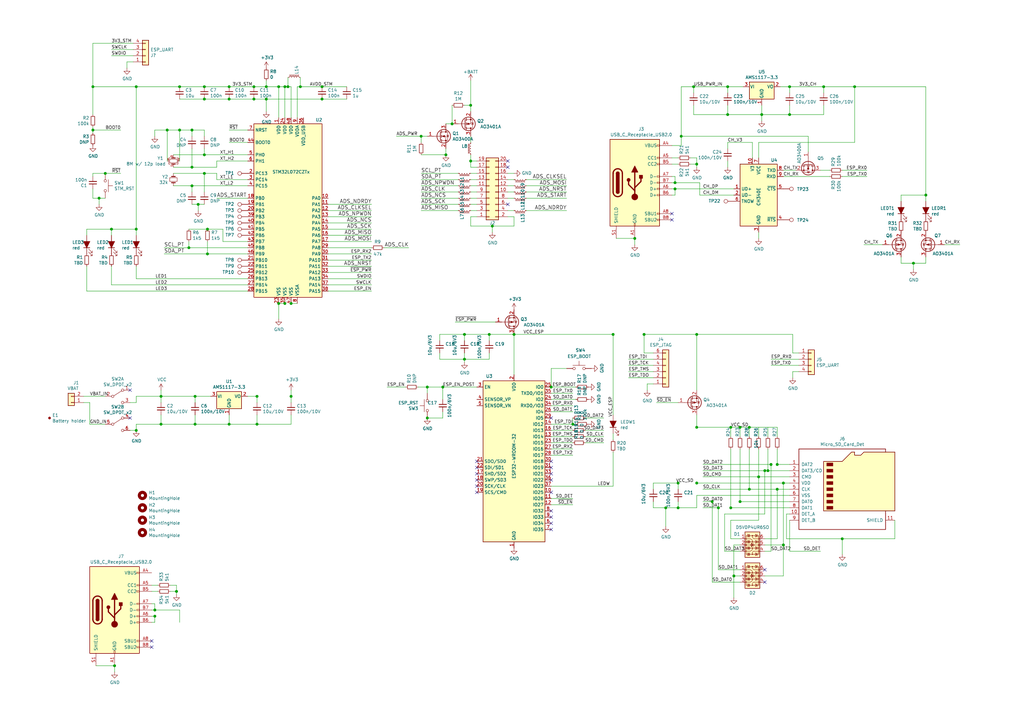
<source format=kicad_sch>
(kicad_sch (version 20210126) (generator eeschema)

  (paper "A3")

  (lib_symbols
    (symbol "Connector:Micro_SD_Card_Det" (pin_names (offset 1.016)) (in_bom yes) (on_board yes)
      (property "Reference" "J" (id 0) (at -16.51 17.78 0)
        (effects (font (size 1.27 1.27)))
      )
      (property "Value" "Micro_SD_Card_Det" (id 1) (at 16.51 17.78 0)
        (effects (font (size 1.27 1.27)) (justify right))
      )
      (property "Footprint" "" (id 2) (at 52.07 17.78 0)
        (effects (font (size 1.27 1.27)) hide)
      )
      (property "Datasheet" "https://www.hirose.com/product/en/download_file/key_name/DM3/category/Catalog/doc_file_id/49662/?file_category_id=4&item_id=195&is_series=1" (id 3) (at 0 2.54 0)
        (effects (font (size 1.27 1.27)) hide)
      )
      (property "ki_keywords" "connector SD microsd" (id 4) (at 0 0 0)
        (effects (font (size 1.27 1.27)) hide)
      )
      (property "ki_description" "Micro SD Card Socket with card detection pins" (id 5) (at 0 0 0)
        (effects (font (size 1.27 1.27)) hide)
      )
      (property "ki_fp_filters" "microSD*" (id 6) (at 0 0 0)
        (effects (font (size 1.27 1.27)) hide)
      )
      (symbol "Micro_SD_Card_Det_0_1"
        (rectangle (start -7.62 -6.985) (end -5.08 -8.255)
          (stroke (width 0)) (fill (type outline))
        )
        (rectangle (start -7.62 -4.445) (end -5.08 -5.715)
          (stroke (width 0)) (fill (type outline))
        )
        (rectangle (start -7.62 -1.905) (end -5.08 -3.175)
          (stroke (width 0)) (fill (type outline))
        )
        (rectangle (start -7.62 0.635) (end -5.08 -0.635)
          (stroke (width 0)) (fill (type outline))
        )
        (rectangle (start -7.62 3.175) (end -5.08 1.905)
          (stroke (width 0)) (fill (type outline))
        )
        (rectangle (start -7.62 5.715) (end -5.08 4.445)
          (stroke (width 0)) (fill (type outline))
        )
        (rectangle (start -7.62 8.255) (end -5.08 6.985)
          (stroke (width 0)) (fill (type outline))
        )
        (rectangle (start -7.62 10.795) (end -5.08 9.525)
          (stroke (width 0)) (fill (type outline))
        )
        (polyline
          (pts
            (xy 16.51 15.24)
            (xy 16.51 16.51)
            (xy -19.05 16.51)
            (xy -19.05 -16.51)
            (xy 16.51 -16.51)
            (xy 16.51 -8.89)
          )
          (stroke (width 0.254)) (fill (type none))
        )
        (polyline
          (pts
            (xy -8.89 -8.89)
            (xy -8.89 11.43)
            (xy -1.27 11.43)
            (xy 2.54 15.24)
            (xy 3.81 15.24)
            (xy 3.81 13.97)
            (xy 6.35 13.97)
            (xy 7.62 15.24)
            (xy 20.32 15.24)
            (xy 20.32 -8.89)
            (xy -8.89 -8.89)
          )
          (stroke (width 0.254)) (fill (type background))
        )
      )
      (symbol "Micro_SD_Card_Det_1_1"
        (pin bidirectional line (at -22.86 10.16 0) (length 3.81)
          (name "DAT2" (effects (font (size 1.27 1.27))))
          (number "1" (effects (font (size 1.27 1.27))))
        )
        (pin passive line (at -22.86 -10.16 0) (length 3.81)
          (name "DET_A" (effects (font (size 1.27 1.27))))
          (number "10" (effects (font (size 1.27 1.27))))
        )
        (pin passive line (at 20.32 -12.7 180) (length 3.81)
          (name "SHIELD" (effects (font (size 1.27 1.27))))
          (number "11" (effects (font (size 1.27 1.27))))
        )
        (pin bidirectional line (at -22.86 7.62 0) (length 3.81)
          (name "DAT3/CD" (effects (font (size 1.27 1.27))))
          (number "2" (effects (font (size 1.27 1.27))))
        )
        (pin input line (at -22.86 5.08 0) (length 3.81)
          (name "CMD" (effects (font (size 1.27 1.27))))
          (number "3" (effects (font (size 1.27 1.27))))
        )
        (pin power_in line (at -22.86 2.54 0) (length 3.81)
          (name "VDD" (effects (font (size 1.27 1.27))))
          (number "4" (effects (font (size 1.27 1.27))))
        )
        (pin input line (at -22.86 0 0) (length 3.81)
          (name "CLK" (effects (font (size 1.27 1.27))))
          (number "5" (effects (font (size 1.27 1.27))))
        )
        (pin power_in line (at -22.86 -2.54 0) (length 3.81)
          (name "VSS" (effects (font (size 1.27 1.27))))
          (number "6" (effects (font (size 1.27 1.27))))
        )
        (pin bidirectional line (at -22.86 -5.08 0) (length 3.81)
          (name "DAT0" (effects (font (size 1.27 1.27))))
          (number "7" (effects (font (size 1.27 1.27))))
        )
        (pin bidirectional line (at -22.86 -7.62 0) (length 3.81)
          (name "DAT1" (effects (font (size 1.27 1.27))))
          (number "8" (effects (font (size 1.27 1.27))))
        )
        (pin passive line (at -22.86 -12.7 0) (length 3.81)
          (name "DET_B" (effects (font (size 1.27 1.27))))
          (number "9" (effects (font (size 1.27 1.27))))
        )
      )
    )
    (symbol "Connector:TestPoint" (pin_numbers hide) (pin_names (offset 0.762) hide) (in_bom yes) (on_board yes)
      (property "Reference" "TP" (id 0) (at 0 6.858 0)
        (effects (font (size 1.27 1.27)))
      )
      (property "Value" "TestPoint" (id 1) (at 0 5.08 0)
        (effects (font (size 1.27 1.27)))
      )
      (property "Footprint" "" (id 2) (at 5.08 0 0)
        (effects (font (size 1.27 1.27)) hide)
      )
      (property "Datasheet" "~" (id 3) (at 5.08 0 0)
        (effects (font (size 1.27 1.27)) hide)
      )
      (property "ki_keywords" "test point tp" (id 4) (at 0 0 0)
        (effects (font (size 1.27 1.27)) hide)
      )
      (property "ki_description" "test point" (id 5) (at 0 0 0)
        (effects (font (size 1.27 1.27)) hide)
      )
      (property "ki_fp_filters" "Pin* Test*" (id 6) (at 0 0 0)
        (effects (font (size 1.27 1.27)) hide)
      )
      (symbol "TestPoint_0_1"
        (circle (center 0 3.302) (radius 0.762) (stroke (width 0)) (fill (type none)))
      )
      (symbol "TestPoint_1_1"
        (pin passive line (at 0 0 90) (length 2.54)
          (name "1" (effects (font (size 1.27 1.27))))
          (number "1" (effects (font (size 1.27 1.27))))
        )
      )
    )
    (symbol "Connector:USB_C_Receptacle_USB2.0" (pin_names (offset 1.016)) (in_bom yes) (on_board yes)
      (property "Reference" "J" (id 0) (at -10.16 19.05 0)
        (effects (font (size 1.27 1.27)) (justify left))
      )
      (property "Value" "USB_C_Receptacle_USB2.0" (id 1) (at 19.05 19.05 0)
        (effects (font (size 1.27 1.27)) (justify right))
      )
      (property "Footprint" "" (id 2) (at 3.81 0 0)
        (effects (font (size 1.27 1.27)) hide)
      )
      (property "Datasheet" "https://www.usb.org/sites/default/files/documents/usb_type-c.zip" (id 3) (at 3.81 0 0)
        (effects (font (size 1.27 1.27)) hide)
      )
      (property "ki_keywords" "usb universal serial bus type-C USB2.0" (id 4) (at 0 0 0)
        (effects (font (size 1.27 1.27)) hide)
      )
      (property "ki_description" "USB 2.0-only Type-C Receptacle connector" (id 5) (at 0 0 0)
        (effects (font (size 1.27 1.27)) hide)
      )
      (property "ki_fp_filters" "USB*C*Receptacle*" (id 6) (at 0 0 0)
        (effects (font (size 1.27 1.27)) hide)
      )
      (symbol "USB_C_Receptacle_USB2.0_0_0"
        (rectangle (start -0.254 -17.78) (end 0.254 -16.764)
          (stroke (width 0)) (fill (type none))
        )
        (rectangle (start 10.16 -14.986) (end 9.144 -15.494)
          (stroke (width 0)) (fill (type none))
        )
        (rectangle (start 10.16 -12.446) (end 9.144 -12.954)
          (stroke (width 0)) (fill (type none))
        )
        (rectangle (start 10.16 -4.826) (end 9.144 -5.334)
          (stroke (width 0)) (fill (type none))
        )
        (rectangle (start 10.16 -2.286) (end 9.144 -2.794)
          (stroke (width 0)) (fill (type none))
        )
        (rectangle (start 10.16 0.254) (end 9.144 -0.254)
          (stroke (width 0)) (fill (type none))
        )
        (rectangle (start 10.16 2.794) (end 9.144 2.286)
          (stroke (width 0)) (fill (type none))
        )
        (rectangle (start 10.16 7.874) (end 9.144 7.366)
          (stroke (width 0)) (fill (type none))
        )
        (rectangle (start 10.16 10.414) (end 9.144 9.906)
          (stroke (width 0)) (fill (type none))
        )
        (rectangle (start 10.16 15.494) (end 9.144 14.986)
          (stroke (width 0)) (fill (type none))
        )
      )
      (symbol "USB_C_Receptacle_USB2.0_0_1"
        (arc (start -8.89 -3.81) (end -5.08 -3.81) (radius (at -6.985 -3.81) (length 1.905) (angles -179.9 -0.1))
          (stroke (width 0.508)) (fill (type none))
        )
        (arc (start -7.62 -3.81) (end -6.35 -3.81) (radius (at -6.985 -3.81) (length 0.635) (angles -179.9 -0.1))
          (stroke (width 0.254)) (fill (type none))
        )
        (arc (start -7.62 -3.81) (end -6.35 -3.81) (radius (at -6.985 -3.81) (length 0.635) (angles -179.9 -0.1))
          (stroke (width 0.254)) (fill (type outline))
        )
        (arc (start -6.35 3.81) (end -7.62 3.81) (radius (at -6.985 3.81) (length 0.635) (angles 0.1 179.9))
          (stroke (width 0.254)) (fill (type outline))
        )
        (arc (start -6.35 3.81) (end -7.62 3.81) (radius (at -6.985 3.81) (length 0.635) (angles 0.1 179.9))
          (stroke (width 0.254)) (fill (type none))
        )
        (arc (start -5.08 3.81) (end -8.89 3.81) (radius (at -6.985 3.81) (length 1.905) (angles 0.1 179.9))
          (stroke (width 0.508)) (fill (type none))
        )
        (circle (center -2.54 1.143) (radius 0.635) (stroke (width 0.254)) (fill (type outline)))
        (circle (center 0 -5.842) (radius 1.27) (stroke (width 0)) (fill (type outline)))
        (rectangle (start -10.16 17.78) (end 10.16 -17.78)
          (stroke (width 0.254)) (fill (type background))
        )
        (rectangle (start -7.62 -3.81) (end -6.35 3.81)
          (stroke (width 0.254)) (fill (type outline))
        )
        (rectangle (start 1.905 1.778) (end 3.175 3.048)
          (stroke (width 0.254)) (fill (type outline))
        )
        (polyline
          (pts
            (xy -8.89 -3.81)
            (xy -8.89 3.81)
          )
          (stroke (width 0.508)) (fill (type none))
        )
        (polyline
          (pts
            (xy -5.08 3.81)
            (xy -5.08 -3.81)
          )
          (stroke (width 0.508)) (fill (type none))
        )
        (polyline
          (pts
            (xy 0 -5.842)
            (xy 0 4.318)
          )
          (stroke (width 0.508)) (fill (type none))
        )
        (polyline
          (pts
            (xy 0 -3.302)
            (xy -2.54 -0.762)
            (xy -2.54 0.508)
          )
          (stroke (width 0.508)) (fill (type none))
        )
        (polyline
          (pts
            (xy 0 -2.032)
            (xy 2.54 0.508)
            (xy 2.54 1.778)
          )
          (stroke (width 0.508)) (fill (type none))
        )
        (polyline
          (pts
            (xy -1.27 4.318)
            (xy 0 6.858)
            (xy 1.27 4.318)
            (xy -1.27 4.318)
          )
          (stroke (width 0.254)) (fill (type outline))
        )
      )
      (symbol "USB_C_Receptacle_USB2.0_1_1"
        (pin passive line (at 0 -22.86 90) (length 5.08)
          (name "GND" (effects (font (size 1.27 1.27))))
          (number "A1" (effects (font (size 1.27 1.27))))
        )
        (pin passive line (at 0 -22.86 90) (length 5.08) hide
          (name "GND" (effects (font (size 1.27 1.27))))
          (number "A12" (effects (font (size 1.27 1.27))))
        )
        (pin passive line (at 15.24 15.24 180) (length 5.08)
          (name "VBUS" (effects (font (size 1.27 1.27))))
          (number "A4" (effects (font (size 1.27 1.27))))
        )
        (pin bidirectional line (at 15.24 10.16 180) (length 5.08)
          (name "CC1" (effects (font (size 1.27 1.27))))
          (number "A5" (effects (font (size 1.27 1.27))))
        )
        (pin bidirectional line (at 15.24 -2.54 180) (length 5.08)
          (name "D+" (effects (font (size 1.27 1.27))))
          (number "A6" (effects (font (size 1.27 1.27))))
        )
        (pin bidirectional line (at 15.24 2.54 180) (length 5.08)
          (name "D-" (effects (font (size 1.27 1.27))))
          (number "A7" (effects (font (size 1.27 1.27))))
        )
        (pin bidirectional line (at 15.24 -12.7 180) (length 5.08)
          (name "SBU1" (effects (font (size 1.27 1.27))))
          (number "A8" (effects (font (size 1.27 1.27))))
        )
        (pin passive line (at 15.24 15.24 180) (length 5.08) hide
          (name "VBUS" (effects (font (size 1.27 1.27))))
          (number "A9" (effects (font (size 1.27 1.27))))
        )
        (pin passive line (at 0 -22.86 90) (length 5.08) hide
          (name "GND" (effects (font (size 1.27 1.27))))
          (number "B1" (effects (font (size 1.27 1.27))))
        )
        (pin passive line (at 0 -22.86 90) (length 5.08) hide
          (name "GND" (effects (font (size 1.27 1.27))))
          (number "B12" (effects (font (size 1.27 1.27))))
        )
        (pin passive line (at 15.24 15.24 180) (length 5.08) hide
          (name "VBUS" (effects (font (size 1.27 1.27))))
          (number "B4" (effects (font (size 1.27 1.27))))
        )
        (pin bidirectional line (at 15.24 7.62 180) (length 5.08)
          (name "CC2" (effects (font (size 1.27 1.27))))
          (number "B5" (effects (font (size 1.27 1.27))))
        )
        (pin bidirectional line (at 15.24 -5.08 180) (length 5.08)
          (name "D+" (effects (font (size 1.27 1.27))))
          (number "B6" (effects (font (size 1.27 1.27))))
        )
        (pin bidirectional line (at 15.24 0 180) (length 5.08)
          (name "D-" (effects (font (size 1.27 1.27))))
          (number "B7" (effects (font (size 1.27 1.27))))
        )
        (pin bidirectional line (at 15.24 -15.24 180) (length 5.08)
          (name "SBU2" (effects (font (size 1.27 1.27))))
          (number "B8" (effects (font (size 1.27 1.27))))
        )
        (pin passive line (at 15.24 15.24 180) (length 5.08) hide
          (name "VBUS" (effects (font (size 1.27 1.27))))
          (number "B9" (effects (font (size 1.27 1.27))))
        )
        (pin passive line (at -7.62 -22.86 90) (length 5.08)
          (name "SHIELD" (effects (font (size 1.27 1.27))))
          (number "S1" (effects (font (size 1.27 1.27))))
        )
      )
    )
    (symbol "Connector_Generic:Conn_01x02" (pin_names (offset 1.016) hide) (in_bom yes) (on_board yes)
      (property "Reference" "J" (id 0) (at 0 2.54 0)
        (effects (font (size 1.27 1.27)))
      )
      (property "Value" "Conn_01x02" (id 1) (at 0 -5.08 0)
        (effects (font (size 1.27 1.27)))
      )
      (property "Footprint" "" (id 2) (at 0 0 0)
        (effects (font (size 1.27 1.27)) hide)
      )
      (property "Datasheet" "~" (id 3) (at 0 0 0)
        (effects (font (size 1.27 1.27)) hide)
      )
      (property "ki_keywords" "connector" (id 4) (at 0 0 0)
        (effects (font (size 1.27 1.27)) hide)
      )
      (property "ki_description" "Generic connector, single row, 01x02, script generated (kicad-library-utils/schlib/autogen/connector/)" (id 5) (at 0 0 0)
        (effects (font (size 1.27 1.27)) hide)
      )
      (property "ki_fp_filters" "Connector*:*_1x??_*" (id 6) (at 0 0 0)
        (effects (font (size 1.27 1.27)) hide)
      )
      (symbol "Conn_01x02_1_1"
        (rectangle (start -1.27 -2.413) (end 0 -2.667)
          (stroke (width 0.1524)) (fill (type none))
        )
        (rectangle (start -1.27 0.127) (end 0 -0.127)
          (stroke (width 0.1524)) (fill (type none))
        )
        (rectangle (start -1.27 1.27) (end 1.27 -3.81)
          (stroke (width 0.254)) (fill (type background))
        )
        (pin passive line (at -5.08 0 0) (length 3.81)
          (name "Pin_1" (effects (font (size 1.27 1.27))))
          (number "1" (effects (font (size 1.27 1.27))))
        )
        (pin passive line (at -5.08 -2.54 0) (length 3.81)
          (name "Pin_2" (effects (font (size 1.27 1.27))))
          (number "2" (effects (font (size 1.27 1.27))))
        )
      )
    )
    (symbol "Connector_Generic:Conn_01x04" (pin_names (offset 1.016) hide) (in_bom yes) (on_board yes)
      (property "Reference" "J" (id 0) (at 0 5.08 0)
        (effects (font (size 1.27 1.27)))
      )
      (property "Value" "Conn_01x04" (id 1) (at 0 -7.62 0)
        (effects (font (size 1.27 1.27)))
      )
      (property "Footprint" "" (id 2) (at 0 0 0)
        (effects (font (size 1.27 1.27)) hide)
      )
      (property "Datasheet" "~" (id 3) (at 0 0 0)
        (effects (font (size 1.27 1.27)) hide)
      )
      (property "ki_keywords" "connector" (id 4) (at 0 0 0)
        (effects (font (size 1.27 1.27)) hide)
      )
      (property "ki_description" "Generic connector, single row, 01x04, script generated (kicad-library-utils/schlib/autogen/connector/)" (id 5) (at 0 0 0)
        (effects (font (size 1.27 1.27)) hide)
      )
      (property "ki_fp_filters" "Connector*:*_1x??_*" (id 6) (at 0 0 0)
        (effects (font (size 1.27 1.27)) hide)
      )
      (symbol "Conn_01x04_1_1"
        (rectangle (start -1.27 -4.953) (end 0 -5.207)
          (stroke (width 0.1524)) (fill (type none))
        )
        (rectangle (start -1.27 -2.413) (end 0 -2.667)
          (stroke (width 0.1524)) (fill (type none))
        )
        (rectangle (start -1.27 2.667) (end 0 2.413)
          (stroke (width 0.1524)) (fill (type none))
        )
        (rectangle (start -1.27 3.81) (end 1.27 -6.35)
          (stroke (width 0.254)) (fill (type background))
        )
        (rectangle (start -1.27 0.127) (end 0 -0.127)
          (stroke (width 0.1524)) (fill (type none))
        )
        (pin passive line (at -5.08 2.54 0) (length 3.81)
          (name "Pin_1" (effects (font (size 1.27 1.27))))
          (number "1" (effects (font (size 1.27 1.27))))
        )
        (pin passive line (at -5.08 0 0) (length 3.81)
          (name "Pin_2" (effects (font (size 1.27 1.27))))
          (number "2" (effects (font (size 1.27 1.27))))
        )
        (pin passive line (at -5.08 -2.54 0) (length 3.81)
          (name "Pin_3" (effects (font (size 1.27 1.27))))
          (number "3" (effects (font (size 1.27 1.27))))
        )
        (pin passive line (at -5.08 -5.08 0) (length 3.81)
          (name "Pin_4" (effects (font (size 1.27 1.27))))
          (number "4" (effects (font (size 1.27 1.27))))
        )
      )
    )
    (symbol "Connector_Generic:Conn_01x06" (pin_names (offset 1.016) hide) (in_bom yes) (on_board yes)
      (property "Reference" "J" (id 0) (at 0 7.62 0)
        (effects (font (size 1.27 1.27)))
      )
      (property "Value" "Conn_01x06" (id 1) (at 0 -10.16 0)
        (effects (font (size 1.27 1.27)))
      )
      (property "Footprint" "" (id 2) (at 0 0 0)
        (effects (font (size 1.27 1.27)) hide)
      )
      (property "Datasheet" "~" (id 3) (at 0 0 0)
        (effects (font (size 1.27 1.27)) hide)
      )
      (property "ki_keywords" "connector" (id 4) (at 0 0 0)
        (effects (font (size 1.27 1.27)) hide)
      )
      (property "ki_description" "Generic connector, single row, 01x06, script generated (kicad-library-utils/schlib/autogen/connector/)" (id 5) (at 0 0 0)
        (effects (font (size 1.27 1.27)) hide)
      )
      (property "ki_fp_filters" "Connector*:*_1x??_*" (id 6) (at 0 0 0)
        (effects (font (size 1.27 1.27)) hide)
      )
      (symbol "Conn_01x06_1_1"
        (rectangle (start -1.27 -4.953) (end 0 -5.207)
          (stroke (width 0.1524)) (fill (type none))
        )
        (rectangle (start -1.27 -7.493) (end 0 -7.747)
          (stroke (width 0.1524)) (fill (type none))
        )
        (rectangle (start -1.27 -2.413) (end 0 -2.667)
          (stroke (width 0.1524)) (fill (type none))
        )
        (rectangle (start -1.27 2.667) (end 0 2.413)
          (stroke (width 0.1524)) (fill (type none))
        )
        (rectangle (start -1.27 5.207) (end 0 4.953)
          (stroke (width 0.1524)) (fill (type none))
        )
        (rectangle (start -1.27 6.35) (end 1.27 -8.89)
          (stroke (width 0.254)) (fill (type background))
        )
        (rectangle (start -1.27 0.127) (end 0 -0.127)
          (stroke (width 0.1524)) (fill (type none))
        )
        (pin passive line (at -5.08 5.08 0) (length 3.81)
          (name "Pin_1" (effects (font (size 1.27 1.27))))
          (number "1" (effects (font (size 1.27 1.27))))
        )
        (pin passive line (at -5.08 2.54 0) (length 3.81)
          (name "Pin_2" (effects (font (size 1.27 1.27))))
          (number "2" (effects (font (size 1.27 1.27))))
        )
        (pin passive line (at -5.08 0 0) (length 3.81)
          (name "Pin_3" (effects (font (size 1.27 1.27))))
          (number "3" (effects (font (size 1.27 1.27))))
        )
        (pin passive line (at -5.08 -2.54 0) (length 3.81)
          (name "Pin_4" (effects (font (size 1.27 1.27))))
          (number "4" (effects (font (size 1.27 1.27))))
        )
        (pin passive line (at -5.08 -5.08 0) (length 3.81)
          (name "Pin_5" (effects (font (size 1.27 1.27))))
          (number "5" (effects (font (size 1.27 1.27))))
        )
        (pin passive line (at -5.08 -7.62 0) (length 3.81)
          (name "Pin_6" (effects (font (size 1.27 1.27))))
          (number "6" (effects (font (size 1.27 1.27))))
        )
      )
    )
    (symbol "Device:C_Small" (pin_numbers hide) (pin_names (offset 0.254) hide) (in_bom yes) (on_board yes)
      (property "Reference" "C" (id 0) (at 0.254 1.778 0)
        (effects (font (size 1.27 1.27)) (justify left))
      )
      (property "Value" "C_Small" (id 1) (at 0.254 -2.032 0)
        (effects (font (size 1.27 1.27)) (justify left))
      )
      (property "Footprint" "" (id 2) (at 0 0 0)
        (effects (font (size 1.27 1.27)) hide)
      )
      (property "Datasheet" "~" (id 3) (at 0 0 0)
        (effects (font (size 1.27 1.27)) hide)
      )
      (property "ki_keywords" "capacitor cap" (id 4) (at 0 0 0)
        (effects (font (size 1.27 1.27)) hide)
      )
      (property "ki_description" "Unpolarized capacitor, small symbol" (id 5) (at 0 0 0)
        (effects (font (size 1.27 1.27)) hide)
      )
      (property "ki_fp_filters" "C_*" (id 6) (at 0 0 0)
        (effects (font (size 1.27 1.27)) hide)
      )
      (symbol "C_Small_0_1"
        (polyline
          (pts
            (xy -1.524 -0.508)
            (xy 1.524 -0.508)
          )
          (stroke (width 0.3302)) (fill (type none))
        )
        (polyline
          (pts
            (xy -1.524 0.508)
            (xy 1.524 0.508)
          )
          (stroke (width 0.3048)) (fill (type none))
        )
      )
      (symbol "C_Small_1_1"
        (pin passive line (at 0 2.54 270) (length 2.032)
          (name "~" (effects (font (size 1.27 1.27))))
          (number "1" (effects (font (size 1.27 1.27))))
        )
        (pin passive line (at 0 -2.54 90) (length 2.032)
          (name "~" (effects (font (size 1.27 1.27))))
          (number "2" (effects (font (size 1.27 1.27))))
        )
      )
    )
    (symbol "Device:Crystal_GND24_Small" (pin_names (offset 1.016) hide) (in_bom yes) (on_board yes)
      (property "Reference" "Y" (id 0) (at 1.27 4.445 0)
        (effects (font (size 1.27 1.27)) (justify left))
      )
      (property "Value" "Crystal_GND24_Small" (id 1) (at 1.27 2.54 0)
        (effects (font (size 1.27 1.27)) (justify left))
      )
      (property "Footprint" "" (id 2) (at 0 0 0)
        (effects (font (size 1.27 1.27)) hide)
      )
      (property "Datasheet" "~" (id 3) (at 0 0 0)
        (effects (font (size 1.27 1.27)) hide)
      )
      (property "ki_keywords" "quartz ceramic resonator oscillator" (id 4) (at 0 0 0)
        (effects (font (size 1.27 1.27)) hide)
      )
      (property "ki_description" "Four pin crystal, GND on pins 2 and 4, small symbol" (id 5) (at 0 0 0)
        (effects (font (size 1.27 1.27)) hide)
      )
      (property "ki_fp_filters" "Crystal*" (id 6) (at 0 0 0)
        (effects (font (size 1.27 1.27)) hide)
      )
      (symbol "Crystal_GND24_Small_0_1"
        (rectangle (start -0.762 -1.524) (end 0.762 1.524)
          (stroke (width 0)) (fill (type none))
        )
        (polyline
          (pts
            (xy -1.27 -0.762)
            (xy -1.27 0.762)
          )
          (stroke (width 0.381)) (fill (type none))
        )
        (polyline
          (pts
            (xy 1.27 -0.762)
            (xy 1.27 0.762)
          )
          (stroke (width 0.381)) (fill (type none))
        )
        (polyline
          (pts
            (xy -1.27 -1.27)
            (xy -1.27 -1.905)
            (xy 1.27 -1.905)
            (xy 1.27 -1.27)
          )
          (stroke (width 0)) (fill (type none))
        )
        (polyline
          (pts
            (xy -1.27 1.27)
            (xy -1.27 1.905)
            (xy 1.27 1.905)
            (xy 1.27 1.27)
          )
          (stroke (width 0)) (fill (type none))
        )
      )
      (symbol "Crystal_GND24_Small_1_1"
        (pin passive line (at -2.54 0 0) (length 1.27)
          (name "1" (effects (font (size 1.27 1.27))))
          (number "1" (effects (font (size 0.762 0.762))))
        )
        (pin passive line (at 0 -2.54 90) (length 0.635)
          (name "2" (effects (font (size 1.27 1.27))))
          (number "2" (effects (font (size 0.762 0.762))))
        )
        (pin passive line (at 2.54 0 180) (length 1.27)
          (name "3" (effects (font (size 1.27 1.27))))
          (number "3" (effects (font (size 0.762 0.762))))
        )
        (pin passive line (at 0 2.54 270) (length 0.635)
          (name "4" (effects (font (size 1.27 1.27))))
          (number "4" (effects (font (size 0.762 0.762))))
        )
      )
    )
    (symbol "Device:Crystal_Small" (pin_numbers hide) (pin_names (offset 1.016) hide) (in_bom yes) (on_board yes)
      (property "Reference" "Y" (id 0) (at 0 2.54 0)
        (effects (font (size 1.27 1.27)))
      )
      (property "Value" "Crystal_Small" (id 1) (at 0 -2.54 0)
        (effects (font (size 1.27 1.27)))
      )
      (property "Footprint" "" (id 2) (at 0 0 0)
        (effects (font (size 1.27 1.27)) hide)
      )
      (property "Datasheet" "~" (id 3) (at 0 0 0)
        (effects (font (size 1.27 1.27)) hide)
      )
      (property "ki_keywords" "quartz ceramic resonator oscillator" (id 4) (at 0 0 0)
        (effects (font (size 1.27 1.27)) hide)
      )
      (property "ki_description" "Two pin crystal, small symbol" (id 5) (at 0 0 0)
        (effects (font (size 1.27 1.27)) hide)
      )
      (property "ki_fp_filters" "Crystal*" (id 6) (at 0 0 0)
        (effects (font (size 1.27 1.27)) hide)
      )
      (symbol "Crystal_Small_0_1"
        (rectangle (start -0.762 -1.524) (end 0.762 1.524)
          (stroke (width 0)) (fill (type none))
        )
        (polyline
          (pts
            (xy -1.27 -0.762)
            (xy -1.27 0.762)
          )
          (stroke (width 0.381)) (fill (type none))
        )
        (polyline
          (pts
            (xy 1.27 -0.762)
            (xy 1.27 0.762)
          )
          (stroke (width 0.381)) (fill (type none))
        )
      )
      (symbol "Crystal_Small_1_1"
        (pin passive line (at -2.54 0 0) (length 1.27)
          (name "1" (effects (font (size 1.27 1.27))))
          (number "1" (effects (font (size 1.27 1.27))))
        )
        (pin passive line (at 2.54 0 180) (length 1.27)
          (name "2" (effects (font (size 1.27 1.27))))
          (number "2" (effects (font (size 1.27 1.27))))
        )
      )
    )
    (symbol "Device:LED_Filled" (pin_numbers hide) (pin_names (offset 1.016) hide) (in_bom yes) (on_board yes)
      (property "Reference" "D" (id 0) (at 0 2.54 0)
        (effects (font (size 1.27 1.27)))
      )
      (property "Value" "LED_Filled" (id 1) (at 0 -2.54 0)
        (effects (font (size 1.27 1.27)))
      )
      (property "Footprint" "" (id 2) (at 0 0 0)
        (effects (font (size 1.27 1.27)) hide)
      )
      (property "Datasheet" "~" (id 3) (at 0 0 0)
        (effects (font (size 1.27 1.27)) hide)
      )
      (property "ki_keywords" "LED diode" (id 4) (at 0 0 0)
        (effects (font (size 1.27 1.27)) hide)
      )
      (property "ki_description" "Light emitting diode, filled shape" (id 5) (at 0 0 0)
        (effects (font (size 1.27 1.27)) hide)
      )
      (property "ki_fp_filters" "LED* LED_SMD:* LED_THT:*" (id 6) (at 0 0 0)
        (effects (font (size 1.27 1.27)) hide)
      )
      (symbol "LED_Filled_0_1"
        (polyline
          (pts
            (xy -1.27 -1.27)
            (xy -1.27 1.27)
          )
          (stroke (width 0.254)) (fill (type none))
        )
        (polyline
          (pts
            (xy -1.27 0)
            (xy 1.27 0)
          )
          (stroke (width 0)) (fill (type none))
        )
        (polyline
          (pts
            (xy 1.27 -1.27)
            (xy 1.27 1.27)
            (xy -1.27 0)
            (xy 1.27 -1.27)
          )
          (stroke (width 0.254)) (fill (type outline))
        )
        (polyline
          (pts
            (xy -3.048 -0.762)
            (xy -4.572 -2.286)
            (xy -3.81 -2.286)
            (xy -4.572 -2.286)
            (xy -4.572 -1.524)
          )
          (stroke (width 0)) (fill (type none))
        )
        (polyline
          (pts
            (xy -1.778 -0.762)
            (xy -3.302 -2.286)
            (xy -2.54 -2.286)
            (xy -3.302 -2.286)
            (xy -3.302 -1.524)
          )
          (stroke (width 0)) (fill (type none))
        )
      )
      (symbol "LED_Filled_1_1"
        (pin passive line (at -3.81 0 0) (length 2.54)
          (name "K" (effects (font (size 1.27 1.27))))
          (number "1" (effects (font (size 1.27 1.27))))
        )
        (pin passive line (at 3.81 0 180) (length 2.54)
          (name "A" (effects (font (size 1.27 1.27))))
          (number "2" (effects (font (size 1.27 1.27))))
        )
      )
    )
    (symbol "Device:R_Small" (pin_numbers hide) (pin_names (offset 0.254) hide) (in_bom yes) (on_board yes)
      (property "Reference" "R" (id 0) (at 0.762 0.508 0)
        (effects (font (size 1.27 1.27)) (justify left))
      )
      (property "Value" "R_Small" (id 1) (at 0.762 -1.016 0)
        (effects (font (size 1.27 1.27)) (justify left))
      )
      (property "Footprint" "" (id 2) (at 0 0 0)
        (effects (font (size 1.27 1.27)) hide)
      )
      (property "Datasheet" "~" (id 3) (at 0 0 0)
        (effects (font (size 1.27 1.27)) hide)
      )
      (property "ki_keywords" "R resistor" (id 4) (at 0 0 0)
        (effects (font (size 1.27 1.27)) hide)
      )
      (property "ki_description" "Resistor, small symbol" (id 5) (at 0 0 0)
        (effects (font (size 1.27 1.27)) hide)
      )
      (property "ki_fp_filters" "R_*" (id 6) (at 0 0 0)
        (effects (font (size 1.27 1.27)) hide)
      )
      (symbol "R_Small_0_1"
        (rectangle (start -0.762 1.778) (end 0.762 -1.778)
          (stroke (width 0.2032)) (fill (type none))
        )
      )
      (symbol "R_Small_1_1"
        (pin passive line (at 0 2.54 270) (length 0.762)
          (name "~" (effects (font (size 1.27 1.27))))
          (number "1" (effects (font (size 1.27 1.27))))
        )
        (pin passive line (at 0 -2.54 90) (length 0.762)
          (name "~" (effects (font (size 1.27 1.27))))
          (number "2" (effects (font (size 1.27 1.27))))
        )
      )
    )
    (symbol "Interface_USB:CH340E" (in_bom yes) (on_board yes)
      (property "Reference" "U" (id 0) (at -5.08 13.97 0)
        (effects (font (size 1.27 1.27)) (justify right))
      )
      (property "Value" "CH340E" (id 1) (at 1.27 13.97 0)
        (effects (font (size 1.27 1.27)) (justify left))
      )
      (property "Footprint" "Package_SO:MSOP-10_3x3mm_P0.5mm" (id 2) (at 1.27 -13.97 0)
        (effects (font (size 1.27 1.27)) (justify left) hide)
      )
      (property "Datasheet" "https://www.mpja.com/download/35227cpdata.pdf" (id 3) (at -8.89 20.32 0)
        (effects (font (size 1.27 1.27)) hide)
      )
      (property "ki_keywords" "USB UART Serial Converter Interface" (id 4) (at 0 0 0)
        (effects (font (size 1.27 1.27)) hide)
      )
      (property "ki_description" "USB serial converter, UART, MSOP-10" (id 5) (at 0 0 0)
        (effects (font (size 1.27 1.27)) hide)
      )
      (property "ki_fp_filters" "MSOP*3x3mm*P0.5mm*" (id 6) (at 0 0 0)
        (effects (font (size 1.27 1.27)) hide)
      )
      (symbol "CH340E_0_1"
        (rectangle (start -7.62 12.7) (end 7.62 -12.7)
          (stroke (width 0.254)) (fill (type background))
        )
      )
      (symbol "CH340E_1_1"
        (pin bidirectional line (at -10.16 2.54 0) (length 2.54)
          (name "UD+" (effects (font (size 1.27 1.27))))
          (number "1" (effects (font (size 1.27 1.27))))
        )
        (pin passive line (at -2.54 15.24 270) (length 2.54)
          (name "V3" (effects (font (size 1.27 1.27))))
          (number "10" (effects (font (size 1.27 1.27))))
        )
        (pin bidirectional line (at -10.16 0 0) (length 2.54)
          (name "UD-" (effects (font (size 1.27 1.27))))
          (number "2" (effects (font (size 1.27 1.27))))
        )
        (pin power_in line (at 0 -15.24 90) (length 2.54)
          (name "GND" (effects (font (size 1.27 1.27))))
          (number "3" (effects (font (size 1.27 1.27))))
        )
        (pin output line (at 10.16 -10.16 180) (length 2.54)
          (name "~RTS" (effects (font (size 1.27 1.27))))
          (number "4" (effects (font (size 1.27 1.27))))
        )
        (pin input line (at 10.16 2.54 180) (length 2.54)
          (name "~CTS" (effects (font (size 1.27 1.27))))
          (number "5" (effects (font (size 1.27 1.27))))
        )
        (pin output line (at -10.16 -2.54 0) (length 2.54)
          (name "TNOW" (effects (font (size 1.27 1.27))))
          (number "6" (effects (font (size 1.27 1.27))))
        )
        (pin power_in line (at 0 15.24 270) (length 2.54)
          (name "VCC" (effects (font (size 1.27 1.27))))
          (number "7" (effects (font (size 1.27 1.27))))
        )
        (pin output line (at 10.16 10.16 180) (length 2.54)
          (name "TXD" (effects (font (size 1.27 1.27))))
          (number "8" (effects (font (size 1.27 1.27))))
        )
        (pin input line (at 10.16 7.62 180) (length 2.54)
          (name "RXD" (effects (font (size 1.27 1.27))))
          (number "9" (effects (font (size 1.27 1.27))))
        )
      )
    )
    (symbol "MCU_ST_STM32L0:STM32L072CZTx" (in_bom yes) (on_board yes)
      (property "Reference" "U" (id 0) (at -15.24 36.83 0)
        (effects (font (size 1.27 1.27)) (justify left))
      )
      (property "Value" "STM32L072CZTx" (id 1) (at 7.62 36.83 0)
        (effects (font (size 1.27 1.27)) (justify left))
      )
      (property "Footprint" "Package_QFP:LQFP-48_7x7mm_P0.5mm" (id 2) (at -15.24 -35.56 0)
        (effects (font (size 1.27 1.27)) (justify right) hide)
      )
      (property "Datasheet" "http://www.st.com/st-web-ui/static/active/en/resource/technical/document/datasheet/DM00141133.pdf" (id 3) (at 0 0 0)
        (effects (font (size 1.27 1.27)) hide)
      )
      (property "ki_keywords" "ARM Cortex-M0+ STM32L0 STM32L0x2" (id 4) (at 0 0 0)
        (effects (font (size 1.27 1.27)) hide)
      )
      (property "ki_description" "ARM Cortex-M0+ MCU, 192KB flash, 20KB RAM, 32MHz, 1.65-3.6V, 37 GPIO, LQFP-48" (id 5) (at 0 0 0)
        (effects (font (size 1.27 1.27)) hide)
      )
      (property "ki_fp_filters" "LQFP*7x7mm*P0.5mm*" (id 6) (at 0 0 0)
        (effects (font (size 1.27 1.27)) hide)
      )
      (symbol "STM32L072CZTx_0_1"
        (rectangle (start -15.24 -35.56) (end 12.7 35.56)
          (stroke (width 0.254)) (fill (type background))
        )
      )
      (symbol "STM32L072CZTx_1_1"
        (pin input line (at -17.78 27.94 0) (length 2.54)
          (name "BOOT0" (effects (font (size 1.27 1.27))))
          (number "44" (effects (font (size 1.27 1.27))))
        )
        (pin input line (at -17.78 33.02 0) (length 2.54)
          (name "NRST" (effects (font (size 1.27 1.27))))
          (number "7" (effects (font (size 1.27 1.27))))
        )
        (pin bidirectional line (at 15.24 5.08 180) (length 2.54)
          (name "PA0" (effects (font (size 1.27 1.27))))
          (number "10" (effects (font (size 1.27 1.27))))
        )
        (pin bidirectional line (at 15.24 2.54 180) (length 2.54)
          (name "PA1" (effects (font (size 1.27 1.27))))
          (number "11" (effects (font (size 1.27 1.27))))
        )
        (pin bidirectional line (at 15.24 -20.32 180) (length 2.54)
          (name "PA10" (effects (font (size 1.27 1.27))))
          (number "31" (effects (font (size 1.27 1.27))))
        )
        (pin bidirectional line (at 15.24 -22.86 180) (length 2.54)
          (name "PA11" (effects (font (size 1.27 1.27))))
          (number "32" (effects (font (size 1.27 1.27))))
        )
        (pin bidirectional line (at 15.24 -25.4 180) (length 2.54)
          (name "PA12" (effects (font (size 1.27 1.27))))
          (number "33" (effects (font (size 1.27 1.27))))
        )
        (pin bidirectional line (at 15.24 -27.94 180) (length 2.54)
          (name "PA13" (effects (font (size 1.27 1.27))))
          (number "34" (effects (font (size 1.27 1.27))))
        )
        (pin bidirectional line (at 15.24 -30.48 180) (length 2.54)
          (name "PA14" (effects (font (size 1.27 1.27))))
          (number "37" (effects (font (size 1.27 1.27))))
        )
        (pin bidirectional line (at 15.24 -33.02 180) (length 2.54)
          (name "PA15" (effects (font (size 1.27 1.27))))
          (number "38" (effects (font (size 1.27 1.27))))
        )
        (pin bidirectional line (at 15.24 0 180) (length 2.54)
          (name "PA2" (effects (font (size 1.27 1.27))))
          (number "12" (effects (font (size 1.27 1.27))))
        )
        (pin bidirectional line (at 15.24 -2.54 180) (length 2.54)
          (name "PA3" (effects (font (size 1.27 1.27))))
          (number "13" (effects (font (size 1.27 1.27))))
        )
        (pin bidirectional line (at 15.24 -5.08 180) (length 2.54)
          (name "PA4" (effects (font (size 1.27 1.27))))
          (number "14" (effects (font (size 1.27 1.27))))
        )
        (pin bidirectional line (at 15.24 -7.62 180) (length 2.54)
          (name "PA5" (effects (font (size 1.27 1.27))))
          (number "15" (effects (font (size 1.27 1.27))))
        )
        (pin bidirectional line (at 15.24 -10.16 180) (length 2.54)
          (name "PA6" (effects (font (size 1.27 1.27))))
          (number "16" (effects (font (size 1.27 1.27))))
        )
        (pin bidirectional line (at 15.24 -12.7 180) (length 2.54)
          (name "PA7" (effects (font (size 1.27 1.27))))
          (number "17" (effects (font (size 1.27 1.27))))
        )
        (pin bidirectional line (at 15.24 -15.24 180) (length 2.54)
          (name "PA8" (effects (font (size 1.27 1.27))))
          (number "29" (effects (font (size 1.27 1.27))))
        )
        (pin bidirectional line (at 15.24 -17.78 180) (length 2.54)
          (name "PA9" (effects (font (size 1.27 1.27))))
          (number "30" (effects (font (size 1.27 1.27))))
        )
        (pin bidirectional line (at -17.78 5.08 0) (length 2.54)
          (name "PB0" (effects (font (size 1.27 1.27))))
          (number "18" (effects (font (size 1.27 1.27))))
        )
        (pin bidirectional line (at -17.78 2.54 0) (length 2.54)
          (name "PB1" (effects (font (size 1.27 1.27))))
          (number "19" (effects (font (size 1.27 1.27))))
        )
        (pin bidirectional line (at -17.78 -20.32 0) (length 2.54)
          (name "PB10" (effects (font (size 1.27 1.27))))
          (number "21" (effects (font (size 1.27 1.27))))
        )
        (pin bidirectional line (at -17.78 -22.86 0) (length 2.54)
          (name "PB11" (effects (font (size 1.27 1.27))))
          (number "22" (effects (font (size 1.27 1.27))))
        )
        (pin bidirectional line (at -17.78 -25.4 0) (length 2.54)
          (name "PB12" (effects (font (size 1.27 1.27))))
          (number "25" (effects (font (size 1.27 1.27))))
        )
        (pin bidirectional line (at -17.78 -27.94 0) (length 2.54)
          (name "PB13" (effects (font (size 1.27 1.27))))
          (number "26" (effects (font (size 1.27 1.27))))
        )
        (pin bidirectional line (at -17.78 -30.48 0) (length 2.54)
          (name "PB14" (effects (font (size 1.27 1.27))))
          (number "27" (effects (font (size 1.27 1.27))))
        )
        (pin bidirectional line (at -17.78 -33.02 0) (length 2.54)
          (name "PB15" (effects (font (size 1.27 1.27))))
          (number "28" (effects (font (size 1.27 1.27))))
        )
        (pin bidirectional line (at -17.78 0 0) (length 2.54)
          (name "PB2" (effects (font (size 1.27 1.27))))
          (number "20" (effects (font (size 1.27 1.27))))
        )
        (pin bidirectional line (at -17.78 -2.54 0) (length 2.54)
          (name "PB3" (effects (font (size 1.27 1.27))))
          (number "39" (effects (font (size 1.27 1.27))))
        )
        (pin bidirectional line (at -17.78 -5.08 0) (length 2.54)
          (name "PB4" (effects (font (size 1.27 1.27))))
          (number "40" (effects (font (size 1.27 1.27))))
        )
        (pin bidirectional line (at -17.78 -7.62 0) (length 2.54)
          (name "PB5" (effects (font (size 1.27 1.27))))
          (number "41" (effects (font (size 1.27 1.27))))
        )
        (pin bidirectional line (at -17.78 -10.16 0) (length 2.54)
          (name "PB6" (effects (font (size 1.27 1.27))))
          (number "42" (effects (font (size 1.27 1.27))))
        )
        (pin bidirectional line (at -17.78 -12.7 0) (length 2.54)
          (name "PB7" (effects (font (size 1.27 1.27))))
          (number "43" (effects (font (size 1.27 1.27))))
        )
        (pin bidirectional line (at -17.78 -15.24 0) (length 2.54)
          (name "PB8" (effects (font (size 1.27 1.27))))
          (number "45" (effects (font (size 1.27 1.27))))
        )
        (pin bidirectional line (at -17.78 -17.78 0) (length 2.54)
          (name "PB9" (effects (font (size 1.27 1.27))))
          (number "46" (effects (font (size 1.27 1.27))))
        )
        (pin bidirectional line (at -17.78 15.24 0) (length 2.54)
          (name "PC13" (effects (font (size 1.27 1.27))))
          (number "2" (effects (font (size 1.27 1.27))))
        )
        (pin bidirectional line (at -17.78 12.7 0) (length 2.54)
          (name "PC14" (effects (font (size 1.27 1.27))))
          (number "3" (effects (font (size 1.27 1.27))))
        )
        (pin bidirectional line (at -17.78 10.16 0) (length 2.54)
          (name "PC15" (effects (font (size 1.27 1.27))))
          (number "4" (effects (font (size 1.27 1.27))))
        )
        (pin input line (at -17.78 22.86 0) (length 2.54)
          (name "PH0" (effects (font (size 1.27 1.27))))
          (number "5" (effects (font (size 1.27 1.27))))
        )
        (pin input line (at -17.78 20.32 0) (length 2.54)
          (name "PH1" (effects (font (size 1.27 1.27))))
          (number "6" (effects (font (size 1.27 1.27))))
        )
        (pin power_in line (at -5.08 38.1 270) (length 2.54)
          (name "VDD" (effects (font (size 1.27 1.27))))
          (number "1" (effects (font (size 1.27 1.27))))
        )
        (pin power_in line (at -2.54 38.1 270) (length 2.54)
          (name "VDD" (effects (font (size 1.27 1.27))))
          (number "24" (effects (font (size 1.27 1.27))))
        )
        (pin power_in line (at 0 38.1 270) (length 2.54)
          (name "VDD" (effects (font (size 1.27 1.27))))
          (number "48" (effects (font (size 1.27 1.27))))
        )
        (pin power_in line (at 2.54 38.1 270) (length 2.54)
          (name "VDDA" (effects (font (size 1.27 1.27))))
          (number "9" (effects (font (size 1.27 1.27))))
        )
        (pin power_in line (at 5.08 38.1 270) (length 2.54)
          (name "VDD_USB" (effects (font (size 1.27 1.27))))
          (number "36" (effects (font (size 1.27 1.27))))
        )
        (pin power_in line (at -5.08 -38.1 90) (length 2.54)
          (name "VSS" (effects (font (size 1.27 1.27))))
          (number "23" (effects (font (size 1.27 1.27))))
        )
        (pin power_in line (at -2.54 -38.1 90) (length 2.54)
          (name "VSS" (effects (font (size 1.27 1.27))))
          (number "35" (effects (font (size 1.27 1.27))))
        )
        (pin power_in line (at 0 -38.1 90) (length 2.54)
          (name "VSS" (effects (font (size 1.27 1.27))))
          (number "47" (effects (font (size 1.27 1.27))))
        )
        (pin power_in line (at 2.54 -38.1 90) (length 2.54)
          (name "VSSA" (effects (font (size 1.27 1.27))))
          (number "8" (effects (font (size 1.27 1.27))))
        )
      )
    )
    (symbol "Mechanical:MountingHole" (pin_names (offset 1.016)) (in_bom yes) (on_board yes)
      (property "Reference" "H" (id 0) (at 0 5.08 0)
        (effects (font (size 1.27 1.27)))
      )
      (property "Value" "MountingHole" (id 1) (at 0 3.175 0)
        (effects (font (size 1.27 1.27)))
      )
      (property "Footprint" "" (id 2) (at 0 0 0)
        (effects (font (size 1.27 1.27)) hide)
      )
      (property "Datasheet" "~" (id 3) (at 0 0 0)
        (effects (font (size 1.27 1.27)) hide)
      )
      (property "ki_keywords" "mounting hole" (id 4) (at 0 0 0)
        (effects (font (size 1.27 1.27)) hide)
      )
      (property "ki_description" "Mounting Hole without connection" (id 5) (at 0 0 0)
        (effects (font (size 1.27 1.27)) hide)
      )
      (property "ki_fp_filters" "MountingHole*" (id 6) (at 0 0 0)
        (effects (font (size 1.27 1.27)) hide)
      )
      (symbol "MountingHole_0_1"
        (circle (center 0 0) (radius 1.27) (stroke (width 1.27)) (fill (type none)))
      )
    )
    (symbol "Power_Protection:NUP4202" (in_bom yes) (on_board yes)
      (property "Reference" "U" (id 0) (at -6.985 -2.54 0)
        (effects (font (size 1.27 1.27)))
      )
      (property "Value" "NUP4202" (id 1) (at 6.35 1.27 90)
        (effects (font (size 1.27 1.27)))
      )
      (property "Footprint" "Package_TO_SOT_SMD:SOT-363_SC-70-6" (id 2) (at 1.27 1.905 0)
        (effects (font (size 1.27 1.27)) hide)
      )
      (property "Datasheet" "http://www.onsemi.com/pub_link/Collateral/NUP4202W1-D.PDF" (id 3) (at 1.27 1.905 0)
        (effects (font (size 1.27 1.27)) hide)
      )
      (property "ki_keywords" "ESD Protection diodes  transient suppressor" (id 4) (at 0 0 0)
        (effects (font (size 1.27 1.27)) hide)
      )
      (property "ki_description" "Transient voltage suppressor designed to protect high speed data lines from ESD, EFT, and lightning" (id 5) (at 0 0 0)
        (effects (font (size 1.27 1.27)) hide)
      )
      (property "ki_fp_filters" "SOT?363*" (id 6) (at 0 0 0)
        (effects (font (size 1.27 1.27)) hide)
      )
      (symbol "NUP4202_0_1"
        (circle (center -3.81 0) (radius 0.127) (stroke (width 0)) (fill (type none)))
        (circle (center -3.81 0) (radius 0.127) (stroke (width 0)) (fill (type none)))
        (circle (center -1.27 -2.54) (radius 0.127) (stroke (width 0)) (fill (type none)))
        (circle (center -1.27 -2.54) (radius 0.127) (stroke (width 0)) (fill (type none)))
        (circle (center -1.27 0) (radius 0.127) (stroke (width 0)) (fill (type none)))
        (circle (center -1.27 0) (radius 0.127) (stroke (width 0)) (fill (type none)))
        (circle (center -1.27 2.54) (radius 0.127) (stroke (width 0)) (fill (type none)))
        (circle (center -1.27 2.54) (radius 0.127) (stroke (width 0)) (fill (type none)))
        (circle (center 0 -2.54) (radius 0.127) (stroke (width 0)) (fill (type none)))
        (circle (center 0 -2.54) (radius 0.127) (stroke (width 0)) (fill (type none)))
        (circle (center 0 2.54) (radius 0.127) (stroke (width 0)) (fill (type none)))
        (circle (center 0 2.54) (radius 0.127) (stroke (width 0)) (fill (type none)))
        (circle (center 1.27 -2.54) (radius 0.127) (stroke (width 0)) (fill (type none)))
        (circle (center 1.27 -2.54) (radius 0.127) (stroke (width 0)) (fill (type none)))
        (circle (center 1.27 0) (radius 0.127) (stroke (width 0)) (fill (type none)))
        (circle (center 1.27 0) (radius 0.127) (stroke (width 0)) (fill (type none)))
        (circle (center 1.27 2.54) (radius 0.127) (stroke (width 0)) (fill (type none)))
        (circle (center 1.27 2.54) (radius 0.127) (stroke (width 0)) (fill (type none)))
        (circle (center 3.81 0) (radius 0.127) (stroke (width 0)) (fill (type none)))
        (circle (center 3.81 0) (radius 0.127) (stroke (width 0)) (fill (type none)))
        (rectangle (start -5.334 3.048) (end 5.08 -3.048)
          (stroke (width 0.254)) (fill (type background))
        )
        (polyline
          (pts
            (xy -4.445 -1.27)
            (xy -3.175 -1.27)
          )
          (stroke (width 0)) (fill (type none))
        )
        (polyline
          (pts
            (xy -4.445 -1.27)
            (xy -3.175 -1.27)
          )
          (stroke (width 0)) (fill (type none))
        )
        (polyline
          (pts
            (xy -4.445 1.905)
            (xy -3.175 1.905)
          )
          (stroke (width 0)) (fill (type none))
        )
        (polyline
          (pts
            (xy -3.81 -2.54)
            (xy -3.81 -0.635)
          )
          (stroke (width 0)) (fill (type none))
        )
        (polyline
          (pts
            (xy -3.81 -2.54)
            (xy 3.81 -2.54)
          )
          (stroke (width 0)) (fill (type none))
        )
        (polyline
          (pts
            (xy -3.81 -0.635)
            (xy -3.81 0.635)
          )
          (stroke (width 0)) (fill (type none))
        )
        (polyline
          (pts
            (xy -3.81 0.635)
            (xy -3.81 2.54)
          )
          (stroke (width 0)) (fill (type none))
        )
        (polyline
          (pts
            (xy -3.81 2.54)
            (xy 3.81 2.54)
          )
          (stroke (width 0)) (fill (type none))
        )
        (polyline
          (pts
            (xy -3.81 2.54)
            (xy 3.81 2.54)
          )
          (stroke (width 0)) (fill (type none))
        )
        (polyline
          (pts
            (xy -1.905 -1.27)
            (xy -0.635 -1.27)
          )
          (stroke (width 0)) (fill (type none))
        )
        (polyline
          (pts
            (xy -1.905 -1.27)
            (xy -0.635 -1.27)
          )
          (stroke (width 0)) (fill (type none))
        )
        (polyline
          (pts
            (xy -1.905 1.905)
            (xy -0.635 1.905)
          )
          (stroke (width 0)) (fill (type none))
        )
        (polyline
          (pts
            (xy -1.27 -2.54)
            (xy -1.27 -0.635)
          )
          (stroke (width 0)) (fill (type none))
        )
        (polyline
          (pts
            (xy -1.27 -2.54)
            (xy -1.27 -0.635)
          )
          (stroke (width 0)) (fill (type none))
        )
        (polyline
          (pts
            (xy -1.27 0.635)
            (xy -1.27 -0.635)
          )
          (stroke (width 0)) (fill (type none))
        )
        (polyline
          (pts
            (xy -1.27 0.635)
            (xy -1.27 2.54)
          )
          (stroke (width 0)) (fill (type none))
        )
        (polyline
          (pts
            (xy 0 -0.889)
            (xy 0 -3.81)
          )
          (stroke (width 0)) (fill (type none))
        )
        (polyline
          (pts
            (xy 0 -0.889)
            (xy 0 1.016)
          )
          (stroke (width 0)) (fill (type none))
        )
        (polyline
          (pts
            (xy 0 -0.889)
            (xy 0 1.016)
          )
          (stroke (width 0)) (fill (type none))
        )
        (polyline
          (pts
            (xy 0 1.016)
            (xy 0 3.81)
          )
          (stroke (width 0)) (fill (type none))
        )
        (polyline
          (pts
            (xy 0.635 -1.27)
            (xy 1.905 -1.27)
          )
          (stroke (width 0)) (fill (type none))
        )
        (polyline
          (pts
            (xy 0.635 -1.27)
            (xy 1.905 -1.27)
          )
          (stroke (width 0)) (fill (type none))
        )
        (polyline
          (pts
            (xy 0.635 1.905)
            (xy 1.905 1.905)
          )
          (stroke (width 0)) (fill (type none))
        )
        (polyline
          (pts
            (xy 1.27 -2.54)
            (xy 1.27 -0.635)
          )
          (stroke (width 0)) (fill (type none))
        )
        (polyline
          (pts
            (xy 1.27 -2.54)
            (xy 1.27 -0.635)
          )
          (stroke (width 0)) (fill (type none))
        )
        (polyline
          (pts
            (xy 1.27 0.635)
            (xy 1.27 -0.635)
          )
          (stroke (width 0)) (fill (type none))
        )
        (polyline
          (pts
            (xy 1.27 0.635)
            (xy 1.27 2.54)
          )
          (stroke (width 0)) (fill (type none))
        )
        (polyline
          (pts
            (xy 3.175 -1.27)
            (xy 4.445 -1.27)
          )
          (stroke (width 0)) (fill (type none))
        )
        (polyline
          (pts
            (xy 3.175 -1.27)
            (xy 4.445 -1.27)
          )
          (stroke (width 0)) (fill (type none))
        )
        (polyline
          (pts
            (xy 3.175 1.905)
            (xy 4.445 1.905)
          )
          (stroke (width 0)) (fill (type none))
        )
        (polyline
          (pts
            (xy 3.81 -2.54)
            (xy 3.81 -0.635)
          )
          (stroke (width 0)) (fill (type none))
        )
        (polyline
          (pts
            (xy 3.81 0.635)
            (xy 3.81 -0.635)
          )
          (stroke (width 0)) (fill (type none))
        )
        (polyline
          (pts
            (xy 3.81 0.635)
            (xy 3.81 2.54)
          )
          (stroke (width 0)) (fill (type none))
        )
        (polyline
          (pts
            (xy 0.762 0.254)
            (xy -0.762 0.254)
            (xy -0.762 0)
          )
          (stroke (width 0)) (fill (type none))
        )
        (polyline
          (pts
            (xy -4.445 -1.905)
            (xy -3.175 -1.905)
            (xy -3.81 -1.27)
            (xy -4.445 -1.905)
          )
          (stroke (width 0)) (fill (type none))
        )
        (polyline
          (pts
            (xy -4.445 1.27)
            (xy -3.175 1.27)
            (xy -3.81 1.905)
            (xy -4.445 1.27)
          )
          (stroke (width 0)) (fill (type none))
        )
        (polyline
          (pts
            (xy -2.54 -3.81)
            (xy -2.54 -0.762)
            (xy -1.905 0)
            (xy -1.27 0)
          )
          (stroke (width 0)) (fill (type none))
        )
        (polyline
          (pts
            (xy -2.54 3.81)
            (xy -2.54 0.635)
            (xy -3.048 0)
            (xy -3.937 0)
          )
          (stroke (width 0)) (fill (type none))
        )
        (polyline
          (pts
            (xy -1.905 -1.905)
            (xy -0.635 -1.905)
            (xy -1.27 -1.27)
            (xy -1.905 -1.905)
          )
          (stroke (width 0)) (fill (type none))
        )
        (polyline
          (pts
            (xy -1.905 1.27)
            (xy -0.635 1.27)
            (xy -1.27 1.905)
            (xy -1.905 1.27)
          )
          (stroke (width 0)) (fill (type none))
        )
        (polyline
          (pts
            (xy -0.762 -0.508)
            (xy 0.762 -0.508)
            (xy 0 0.254)
            (xy -0.762 -0.508)
          )
          (stroke (width 0)) (fill (type none))
        )
        (polyline
          (pts
            (xy -0.762 -0.508)
            (xy 0.762 -0.508)
            (xy 0 0.254)
            (xy -0.762 -0.508)
          )
          (stroke (width 0)) (fill (type none))
        )
        (polyline
          (pts
            (xy 0.635 -1.905)
            (xy 1.905 -1.905)
            (xy 1.27 -1.27)
            (xy 0.635 -1.905)
          )
          (stroke (width 0)) (fill (type none))
        )
        (polyline
          (pts
            (xy 0.635 1.27)
            (xy 1.905 1.27)
            (xy 1.27 1.905)
            (xy 0.635 1.27)
          )
          (stroke (width 0)) (fill (type none))
        )
        (polyline
          (pts
            (xy 2.54 -3.81)
            (xy 2.54 -0.762)
            (xy 1.905 0)
            (xy 1.143 0)
          )
          (stroke (width 0)) (fill (type none))
        )
        (polyline
          (pts
            (xy 2.54 3.81)
            (xy 2.54 0.508)
            (xy 2.921 0)
            (xy 3.81 0)
          )
          (stroke (width 0)) (fill (type none))
        )
        (polyline
          (pts
            (xy 3.175 -1.905)
            (xy 4.445 -1.905)
            (xy 3.81 -1.27)
            (xy 3.175 -1.905)
          )
          (stroke (width 0)) (fill (type none))
        )
        (polyline
          (pts
            (xy 3.175 1.27)
            (xy 4.445 1.27)
            (xy 3.81 1.905)
            (xy 3.175 1.27)
          )
          (stroke (width 0)) (fill (type none))
        )
      )
      (symbol "NUP4202_1_1"
        (pin passive line (at -2.54 -5.08 90) (length 2.54)
          (name "~" (effects (font (size 1.27 1.27))))
          (number "1" (effects (font (size 1.27 1.27))))
        )
        (pin passive line (at 0 -5.08 90) (length 2.54)
          (name "~" (effects (font (size 1.27 1.27))))
          (number "2" (effects (font (size 1.27 1.27))))
        )
        (pin passive line (at 2.54 -5.08 90) (length 2.54)
          (name "~" (effects (font (size 1.27 1.27))))
          (number "3" (effects (font (size 1.27 1.27))))
        )
        (pin passive line (at 2.54 5.08 270) (length 2.54)
          (name "~" (effects (font (size 1.27 1.27))))
          (number "4" (effects (font (size 1.27 1.27))))
        )
        (pin passive line (at 0 5.08 270) (length 2.54)
          (name "~" (effects (font (size 1.27 1.27))))
          (number "5" (effects (font (size 1.27 1.27))))
        )
        (pin passive line (at -2.54 5.08 270) (length 2.54)
          (name "~" (effects (font (size 1.27 1.27))))
          (number "6" (effects (font (size 1.27 1.27))))
        )
      )
    )
    (symbol "RF_Module:ESP32-WROOM-32" (in_bom yes) (on_board yes)
      (property "Reference" "U" (id 0) (at -12.7 34.29 0)
        (effects (font (size 1.27 1.27)) (justify left))
      )
      (property "Value" "ESP32-WROOM-32" (id 1) (at 1.27 34.29 0)
        (effects (font (size 1.27 1.27)) (justify left))
      )
      (property "Footprint" "RF_Module:ESP32-WROOM-32" (id 2) (at 0 -38.1 0)
        (effects (font (size 1.27 1.27)) hide)
      )
      (property "Datasheet" "https://www.espressif.com/sites/default/files/documentation/esp32-wroom-32_datasheet_en.pdf" (id 3) (at -7.62 1.27 0)
        (effects (font (size 1.27 1.27)) hide)
      )
      (property "ki_keywords" "RF Radio BT ESP ESP32 Espressif onboard PCB antenna" (id 4) (at 0 0 0)
        (effects (font (size 1.27 1.27)) hide)
      )
      (property "ki_description" "RF Module, ESP32-D0WDQ6 SoC, Wi-Fi 802.11b/g/n, Bluetooth, BLE, 32-bit, 2.7-3.6V, onboard antenna, SMD" (id 5) (at 0 0 0)
        (effects (font (size 1.27 1.27)) hide)
      )
      (property "ki_fp_filters" "ESP32?WROOM?32*" (id 6) (at 0 0 0)
        (effects (font (size 1.27 1.27)) hide)
      )
      (symbol "ESP32-WROOM-32_0_1"
        (rectangle (start -12.7 33.02) (end 12.7 -33.02)
          (stroke (width 0.254)) (fill (type background))
        )
      )
      (symbol "ESP32-WROOM-32_1_1"
        (pin power_in line (at 0 -35.56 90) (length 2.54)
          (name "GND" (effects (font (size 1.27 1.27))))
          (number "1" (effects (font (size 1.27 1.27))))
        )
        (pin bidirectional line (at 15.24 -12.7 180) (length 2.54)
          (name "IO25" (effects (font (size 1.27 1.27))))
          (number "10" (effects (font (size 1.27 1.27))))
        )
        (pin bidirectional line (at 15.24 -15.24 180) (length 2.54)
          (name "IO26" (effects (font (size 1.27 1.27))))
          (number "11" (effects (font (size 1.27 1.27))))
        )
        (pin bidirectional line (at 15.24 -17.78 180) (length 2.54)
          (name "IO27" (effects (font (size 1.27 1.27))))
          (number "12" (effects (font (size 1.27 1.27))))
        )
        (pin bidirectional line (at 15.24 10.16 180) (length 2.54)
          (name "IO14" (effects (font (size 1.27 1.27))))
          (number "13" (effects (font (size 1.27 1.27))))
        )
        (pin bidirectional line (at 15.24 15.24 180) (length 2.54)
          (name "IO12" (effects (font (size 1.27 1.27))))
          (number "14" (effects (font (size 1.27 1.27))))
        )
        (pin passive line (at 0 -35.56 90) (length 2.54) hide
          (name "GND" (effects (font (size 1.27 1.27))))
          (number "15" (effects (font (size 1.27 1.27))))
        )
        (pin bidirectional line (at 15.24 12.7 180) (length 2.54)
          (name "IO13" (effects (font (size 1.27 1.27))))
          (number "16" (effects (font (size 1.27 1.27))))
        )
        (pin bidirectional line (at -15.24 -5.08 0) (length 2.54)
          (name "SHD/SD2" (effects (font (size 1.27 1.27))))
          (number "17" (effects (font (size 1.27 1.27))))
        )
        (pin bidirectional line (at -15.24 -7.62 0) (length 2.54)
          (name "SWP/SD3" (effects (font (size 1.27 1.27))))
          (number "18" (effects (font (size 1.27 1.27))))
        )
        (pin bidirectional line (at -15.24 -12.7 0) (length 2.54)
          (name "SCS/CMD" (effects (font (size 1.27 1.27))))
          (number "19" (effects (font (size 1.27 1.27))))
        )
        (pin power_in line (at 0 35.56 270) (length 2.54)
          (name "VDD" (effects (font (size 1.27 1.27))))
          (number "2" (effects (font (size 1.27 1.27))))
        )
        (pin bidirectional line (at -15.24 -10.16 0) (length 2.54)
          (name "SCK/CLK" (effects (font (size 1.27 1.27))))
          (number "20" (effects (font (size 1.27 1.27))))
        )
        (pin bidirectional line (at -15.24 0 0) (length 2.54)
          (name "SDO/SD0" (effects (font (size 1.27 1.27))))
          (number "21" (effects (font (size 1.27 1.27))))
        )
        (pin bidirectional line (at -15.24 -2.54 0) (length 2.54)
          (name "SDI/SD1" (effects (font (size 1.27 1.27))))
          (number "22" (effects (font (size 1.27 1.27))))
        )
        (pin bidirectional line (at 15.24 7.62 180) (length 2.54)
          (name "IO15" (effects (font (size 1.27 1.27))))
          (number "23" (effects (font (size 1.27 1.27))))
        )
        (pin bidirectional line (at 15.24 25.4 180) (length 2.54)
          (name "IO2" (effects (font (size 1.27 1.27))))
          (number "24" (effects (font (size 1.27 1.27))))
        )
        (pin bidirectional line (at 15.24 30.48 180) (length 2.54)
          (name "IO0" (effects (font (size 1.27 1.27))))
          (number "25" (effects (font (size 1.27 1.27))))
        )
        (pin bidirectional line (at 15.24 20.32 180) (length 2.54)
          (name "IO4" (effects (font (size 1.27 1.27))))
          (number "26" (effects (font (size 1.27 1.27))))
        )
        (pin bidirectional line (at 15.24 5.08 180) (length 2.54)
          (name "IO16" (effects (font (size 1.27 1.27))))
          (number "27" (effects (font (size 1.27 1.27))))
        )
        (pin bidirectional line (at 15.24 2.54 180) (length 2.54)
          (name "IO17" (effects (font (size 1.27 1.27))))
          (number "28" (effects (font (size 1.27 1.27))))
        )
        (pin bidirectional line (at 15.24 17.78 180) (length 2.54)
          (name "IO5" (effects (font (size 1.27 1.27))))
          (number "29" (effects (font (size 1.27 1.27))))
        )
        (pin input line (at -15.24 30.48 0) (length 2.54)
          (name "EN" (effects (font (size 1.27 1.27))))
          (number "3" (effects (font (size 1.27 1.27))))
        )
        (pin bidirectional line (at 15.24 0 180) (length 2.54)
          (name "IO18" (effects (font (size 1.27 1.27))))
          (number "30" (effects (font (size 1.27 1.27))))
        )
        (pin bidirectional line (at 15.24 -2.54 180) (length 2.54)
          (name "IO19" (effects (font (size 1.27 1.27))))
          (number "31" (effects (font (size 1.27 1.27))))
        )
        (pin no_connect line (at -12.7 -27.94 0) (length 2.54) hide
          (name "NC" (effects (font (size 1.27 1.27))))
          (number "32" (effects (font (size 1.27 1.27))))
        )
        (pin bidirectional line (at 15.24 -5.08 180) (length 2.54)
          (name "IO21" (effects (font (size 1.27 1.27))))
          (number "33" (effects (font (size 1.27 1.27))))
        )
        (pin bidirectional line (at 15.24 22.86 180) (length 2.54)
          (name "RXD0/IO3" (effects (font (size 1.27 1.27))))
          (number "34" (effects (font (size 1.27 1.27))))
        )
        (pin bidirectional line (at 15.24 27.94 180) (length 2.54)
          (name "TXD0/IO1" (effects (font (size 1.27 1.27))))
          (number "35" (effects (font (size 1.27 1.27))))
        )
        (pin bidirectional line (at 15.24 -7.62 180) (length 2.54)
          (name "IO22" (effects (font (size 1.27 1.27))))
          (number "36" (effects (font (size 1.27 1.27))))
        )
        (pin bidirectional line (at 15.24 -10.16 180) (length 2.54)
          (name "IO23" (effects (font (size 1.27 1.27))))
          (number "37" (effects (font (size 1.27 1.27))))
        )
        (pin passive line (at 0 -35.56 90) (length 2.54) hide
          (name "GND" (effects (font (size 1.27 1.27))))
          (number "38" (effects (font (size 1.27 1.27))))
        )
        (pin passive line (at 0 -35.56 90) (length 2.54) hide
          (name "GND" (effects (font (size 1.27 1.27))))
          (number "39" (effects (font (size 1.27 1.27))))
        )
        (pin input line (at -15.24 25.4 0) (length 2.54)
          (name "SENSOR_VP" (effects (font (size 1.27 1.27))))
          (number "4" (effects (font (size 1.27 1.27))))
        )
        (pin input line (at -15.24 22.86 0) (length 2.54)
          (name "SENSOR_VN" (effects (font (size 1.27 1.27))))
          (number "5" (effects (font (size 1.27 1.27))))
        )
        (pin input line (at 15.24 -25.4 180) (length 2.54)
          (name "IO34" (effects (font (size 1.27 1.27))))
          (number "6" (effects (font (size 1.27 1.27))))
        )
        (pin input line (at 15.24 -27.94 180) (length 2.54)
          (name "IO35" (effects (font (size 1.27 1.27))))
          (number "7" (effects (font (size 1.27 1.27))))
        )
        (pin bidirectional line (at 15.24 -20.32 180) (length 2.54)
          (name "IO32" (effects (font (size 1.27 1.27))))
          (number "8" (effects (font (size 1.27 1.27))))
        )
        (pin bidirectional line (at 15.24 -22.86 180) (length 2.54)
          (name "IO33" (effects (font (size 1.27 1.27))))
          (number "9" (effects (font (size 1.27 1.27))))
        )
      )
    )
    (symbol "Regulator_Linear:AMS1117-3.3" (pin_names (offset 0.254)) (in_bom yes) (on_board yes)
      (property "Reference" "U" (id 0) (at -3.81 3.175 0)
        (effects (font (size 1.27 1.27)))
      )
      (property "Value" "AMS1117-3.3" (id 1) (at 0 3.175 0)
        (effects (font (size 1.27 1.27)) (justify left))
      )
      (property "Footprint" "Package_TO_SOT_SMD:SOT-223-3_TabPin2" (id 2) (at 0 5.08 0)
        (effects (font (size 1.27 1.27)) hide)
      )
      (property "Datasheet" "http://www.advanced-monolithic.com/pdf/ds1117.pdf" (id 3) (at 2.54 -6.35 0)
        (effects (font (size 1.27 1.27)) hide)
      )
      (property "ki_keywords" "linear regulator ldo fixed positive" (id 4) (at 0 0 0)
        (effects (font (size 1.27 1.27)) hide)
      )
      (property "ki_description" "1A Low Dropout regulator, positive, 3.3V fixed output, SOT-223" (id 5) (at 0 0 0)
        (effects (font (size 1.27 1.27)) hide)
      )
      (property "ki_fp_filters" "SOT?223*TabPin2*" (id 6) (at 0 0 0)
        (effects (font (size 1.27 1.27)) hide)
      )
      (symbol "AMS1117-3.3_0_1"
        (rectangle (start -5.08 -5.08) (end 5.08 1.905)
          (stroke (width 0.254)) (fill (type background))
        )
      )
      (symbol "AMS1117-3.3_1_1"
        (pin power_in line (at 0 -7.62 90) (length 2.54)
          (name "GND" (effects (font (size 1.27 1.27))))
          (number "1" (effects (font (size 1.27 1.27))))
        )
        (pin power_out line (at 7.62 0 180) (length 2.54)
          (name "VO" (effects (font (size 1.27 1.27))))
          (number "2" (effects (font (size 1.27 1.27))))
        )
        (pin power_in line (at -7.62 0 0) (length 2.54)
          (name "VI" (effects (font (size 1.27 1.27))))
          (number "3" (effects (font (size 1.27 1.27))))
        )
      )
    )
    (symbol "Switch:SW_DPDT_x2" (pin_names (offset 0) hide) (in_bom yes) (on_board yes)
      (property "Reference" "SW" (id 0) (at 0 4.318 0)
        (effects (font (size 1.27 1.27)))
      )
      (property "Value" "SW_DPDT_x2" (id 1) (at 0 -5.08 0)
        (effects (font (size 1.27 1.27)))
      )
      (property "Footprint" "" (id 2) (at 0 0 0)
        (effects (font (size 1.27 1.27)) hide)
      )
      (property "Datasheet" "~" (id 3) (at 0 0 0)
        (effects (font (size 1.27 1.27)) hide)
      )
      (property "ki_keywords" "switch dual-pole double-throw DPDT spdt ON-ON" (id 4) (at 0 0 0)
        (effects (font (size 1.27 1.27)) hide)
      )
      (property "ki_description" "Switch, dual pole double throw, separate symbols" (id 5) (at 0 0 0)
        (effects (font (size 1.27 1.27)) hide)
      )
      (property "ki_fp_filters" "SW*DPDT*" (id 6) (at 0 0 0)
        (effects (font (size 1.27 1.27)) hide)
      )
      (symbol "SW_DPDT_x2_0_0"
        (circle (center -2.032 0) (radius 0.508) (stroke (width 0)) (fill (type none)))
        (circle (center 2.032 -2.54) (radius 0.508) (stroke (width 0)) (fill (type none)))
      )
      (symbol "SW_DPDT_x2_0_1"
        (circle (center 2.032 2.54) (radius 0.508) (stroke (width 0)) (fill (type none)))
        (polyline
          (pts
            (xy -1.524 0.254)
            (xy 1.651 2.286)
          )
          (stroke (width 0)) (fill (type none))
        )
      )
      (symbol "SW_DPDT_x2_1_1"
        (pin passive line (at 5.08 2.54 180) (length 2.54)
          (name "A" (effects (font (size 1.27 1.27))))
          (number "1" (effects (font (size 1.27 1.27))))
        )
        (pin passive line (at -5.08 0 0) (length 2.54)
          (name "B" (effects (font (size 1.27 1.27))))
          (number "2" (effects (font (size 1.27 1.27))))
        )
        (pin passive line (at 5.08 -2.54 180) (length 2.54)
          (name "C" (effects (font (size 1.27 1.27))))
          (number "3" (effects (font (size 1.27 1.27))))
        )
      )
      (symbol "SW_DPDT_x2_2_1"
        (pin passive line (at 5.08 2.54 180) (length 2.54)
          (name "A" (effects (font (size 1.27 1.27))))
          (number "4" (effects (font (size 1.27 1.27))))
        )
        (pin passive line (at -5.08 0 0) (length 2.54)
          (name "B" (effects (font (size 1.27 1.27))))
          (number "5" (effects (font (size 1.27 1.27))))
        )
        (pin passive line (at 5.08 -2.54 180) (length 2.54)
          (name "C" (effects (font (size 1.27 1.27))))
          (number "6" (effects (font (size 1.27 1.27))))
        )
      )
    )
    (symbol "Switch:SW_Push" (pin_numbers hide) (pin_names (offset 1.016) hide) (in_bom yes) (on_board yes)
      (property "Reference" "SW" (id 0) (at 1.27 2.54 0)
        (effects (font (size 1.27 1.27)) (justify left))
      )
      (property "Value" "SW_Push" (id 1) (at 0 -1.524 0)
        (effects (font (size 1.27 1.27)))
      )
      (property "Footprint" "" (id 2) (at 0 5.08 0)
        (effects (font (size 1.27 1.27)) hide)
      )
      (property "Datasheet" "~" (id 3) (at 0 5.08 0)
        (effects (font (size 1.27 1.27)) hide)
      )
      (property "ki_keywords" "switch normally-open pushbutton push-button" (id 4) (at 0 0 0)
        (effects (font (size 1.27 1.27)) hide)
      )
      (property "ki_description" "Push button switch, generic, two pins" (id 5) (at 0 0 0)
        (effects (font (size 1.27 1.27)) hide)
      )
      (symbol "SW_Push_0_1"
        (circle (center -2.032 0) (radius 0.508) (stroke (width 0)) (fill (type none)))
        (circle (center 2.032 0) (radius 0.508) (stroke (width 0)) (fill (type none)))
        (polyline
          (pts
            (xy 0 1.27)
            (xy 0 3.048)
          )
          (stroke (width 0)) (fill (type none))
        )
        (polyline
          (pts
            (xy 2.54 1.27)
            (xy -2.54 1.27)
          )
          (stroke (width 0)) (fill (type none))
        )
        (pin passive line (at -5.08 0 0) (length 2.54)
          (name "1" (effects (font (size 1.27 1.27))))
          (number "1" (effects (font (size 1.27 1.27))))
        )
        (pin passive line (at 5.08 0 180) (length 2.54)
          (name "2" (effects (font (size 1.27 1.27))))
          (number "2" (effects (font (size 1.27 1.27))))
        )
      )
    )
    (symbol "Transistor_FET:AO3400A" (pin_names hide) (in_bom yes) (on_board yes)
      (property "Reference" "Q" (id 0) (at 5.08 1.905 0)
        (effects (font (size 1.27 1.27)) (justify left))
      )
      (property "Value" "AO3400A" (id 1) (at 5.08 0 0)
        (effects (font (size 1.27 1.27)) (justify left))
      )
      (property "Footprint" "Package_TO_SOT_SMD:SOT-23" (id 2) (at 5.08 -1.905 0)
        (effects (font (size 1.27 1.27) italic) (justify left) hide)
      )
      (property "Datasheet" "http://www.aosmd.com/pdfs/datasheet/AO3400A.pdf" (id 3) (at 0 0 0)
        (effects (font (size 1.27 1.27)) (justify left) hide)
      )
      (property "ki_keywords" "N-Channel MOSFET" (id 4) (at 0 0 0)
        (effects (font (size 1.27 1.27)) hide)
      )
      (property "ki_description" "30V Vds, 5.7A Id, N-Channel MOSFET, SOT-23" (id 5) (at 0 0 0)
        (effects (font (size 1.27 1.27)) hide)
      )
      (property "ki_fp_filters" "SOT?23*" (id 6) (at 0 0 0)
        (effects (font (size 1.27 1.27)) hide)
      )
      (symbol "AO3400A_0_1"
        (circle (center 1.651 0) (radius 2.794) (stroke (width 0.254)) (fill (type none)))
        (circle (center 2.54 -1.778) (radius 0.254) (stroke (width 0)) (fill (type outline)))
        (circle (center 2.54 1.778) (radius 0.254) (stroke (width 0)) (fill (type outline)))
        (polyline
          (pts
            (xy 0.254 0)
            (xy -2.54 0)
          )
          (stroke (width 0)) (fill (type none))
        )
        (polyline
          (pts
            (xy 0.254 1.905)
            (xy 0.254 -1.905)
          )
          (stroke (width 0.254)) (fill (type none))
        )
        (polyline
          (pts
            (xy 0.762 -1.27)
            (xy 0.762 -2.286)
          )
          (stroke (width 0.254)) (fill (type none))
        )
        (polyline
          (pts
            (xy 0.762 0.508)
            (xy 0.762 -0.508)
          )
          (stroke (width 0.254)) (fill (type none))
        )
        (polyline
          (pts
            (xy 0.762 2.286)
            (xy 0.762 1.27)
          )
          (stroke (width 0.254)) (fill (type none))
        )
        (polyline
          (pts
            (xy 2.54 2.54)
            (xy 2.54 1.778)
          )
          (stroke (width 0)) (fill (type none))
        )
        (polyline
          (pts
            (xy 2.54 -2.54)
            (xy 2.54 0)
            (xy 0.762 0)
          )
          (stroke (width 0)) (fill (type none))
        )
        (polyline
          (pts
            (xy 0.762 -1.778)
            (xy 3.302 -1.778)
            (xy 3.302 1.778)
            (xy 0.762 1.778)
          )
          (stroke (width 0)) (fill (type none))
        )
        (polyline
          (pts
            (xy 1.016 0)
            (xy 2.032 0.381)
            (xy 2.032 -0.381)
            (xy 1.016 0)
          )
          (stroke (width 0)) (fill (type outline))
        )
        (polyline
          (pts
            (xy 2.794 0.508)
            (xy 2.921 0.381)
            (xy 3.683 0.381)
            (xy 3.81 0.254)
          )
          (stroke (width 0)) (fill (type none))
        )
        (polyline
          (pts
            (xy 3.302 0.381)
            (xy 2.921 -0.254)
            (xy 3.683 -0.254)
            (xy 3.302 0.381)
          )
          (stroke (width 0)) (fill (type none))
        )
      )
      (symbol "AO3400A_1_1"
        (pin input line (at -5.08 0 0) (length 2.54)
          (name "G" (effects (font (size 1.27 1.27))))
          (number "1" (effects (font (size 1.27 1.27))))
        )
        (pin passive line (at 2.54 -5.08 90) (length 2.54)
          (name "S" (effects (font (size 1.27 1.27))))
          (number "2" (effects (font (size 1.27 1.27))))
        )
        (pin passive line (at 2.54 5.08 270) (length 2.54)
          (name "D" (effects (font (size 1.27 1.27))))
          (number "3" (effects (font (size 1.27 1.27))))
        )
      )
    )
    (symbol "Transistor_FET:AO3401A" (pin_names hide) (in_bom yes) (on_board yes)
      (property "Reference" "Q" (id 0) (at 5.08 1.905 0)
        (effects (font (size 1.27 1.27)) (justify left))
      )
      (property "Value" "AO3401A" (id 1) (at 5.08 0 0)
        (effects (font (size 1.27 1.27)) (justify left))
      )
      (property "Footprint" "Package_TO_SOT_SMD:SOT-23" (id 2) (at 5.08 -1.905 0)
        (effects (font (size 1.27 1.27) italic) (justify left) hide)
      )
      (property "Datasheet" "http://www.aosmd.com/pdfs/datasheet/AO3401A.pdf" (id 3) (at 0 0 0)
        (effects (font (size 1.27 1.27)) (justify left) hide)
      )
      (property "ki_keywords" "P-Channel MOSFET" (id 4) (at 0 0 0)
        (effects (font (size 1.27 1.27)) hide)
      )
      (property "ki_description" "-4.0A Id, -30V Vds, P-Channel MOSFET, SOT-23" (id 5) (at 0 0 0)
        (effects (font (size 1.27 1.27)) hide)
      )
      (property "ki_fp_filters" "SOT?23*" (id 6) (at 0 0 0)
        (effects (font (size 1.27 1.27)) hide)
      )
      (symbol "AO3401A_0_1"
        (circle (center 1.651 0) (radius 2.794) (stroke (width 0.254)) (fill (type none)))
        (circle (center 2.54 -1.778) (radius 0.254) (stroke (width 0)) (fill (type outline)))
        (circle (center 2.54 1.778) (radius 0.254) (stroke (width 0)) (fill (type outline)))
        (polyline
          (pts
            (xy 0.254 0)
            (xy -2.54 0)
          )
          (stroke (width 0)) (fill (type none))
        )
        (polyline
          (pts
            (xy 0.254 1.905)
            (xy 0.254 -1.905)
          )
          (stroke (width 0.254)) (fill (type none))
        )
        (polyline
          (pts
            (xy 0.762 -1.27)
            (xy 0.762 -2.286)
          )
          (stroke (width 0.254)) (fill (type none))
        )
        (polyline
          (pts
            (xy 0.762 0.508)
            (xy 0.762 -0.508)
          )
          (stroke (width 0.254)) (fill (type none))
        )
        (polyline
          (pts
            (xy 0.762 2.286)
            (xy 0.762 1.27)
          )
          (stroke (width 0.254)) (fill (type none))
        )
        (polyline
          (pts
            (xy 2.54 2.54)
            (xy 2.54 1.778)
          )
          (stroke (width 0)) (fill (type none))
        )
        (polyline
          (pts
            (xy 2.54 -2.54)
            (xy 2.54 0)
            (xy 0.762 0)
          )
          (stroke (width 0)) (fill (type none))
        )
        (polyline
          (pts
            (xy 0.762 1.778)
            (xy 3.302 1.778)
            (xy 3.302 -1.778)
            (xy 0.762 -1.778)
          )
          (stroke (width 0)) (fill (type none))
        )
        (polyline
          (pts
            (xy 2.286 0)
            (xy 1.27 0.381)
            (xy 1.27 -0.381)
            (xy 2.286 0)
          )
          (stroke (width 0)) (fill (type outline))
        )
        (polyline
          (pts
            (xy 2.794 -0.508)
            (xy 2.921 -0.381)
            (xy 3.683 -0.381)
            (xy 3.81 -0.254)
          )
          (stroke (width 0)) (fill (type none))
        )
        (polyline
          (pts
            (xy 3.302 -0.381)
            (xy 2.921 0.254)
            (xy 3.683 0.254)
            (xy 3.302 -0.381)
          )
          (stroke (width 0)) (fill (type none))
        )
      )
      (symbol "AO3401A_1_1"
        (pin input line (at -5.08 0 0) (length 2.54)
          (name "G" (effects (font (size 1.27 1.27))))
          (number "1" (effects (font (size 1.27 1.27))))
        )
        (pin passive line (at 2.54 -5.08 90) (length 2.54)
          (name "S" (effects (font (size 1.27 1.27))))
          (number "2" (effects (font (size 1.27 1.27))))
        )
        (pin passive line (at 2.54 5.08 270) (length 2.54)
          (name "D" (effects (font (size 1.27 1.27))))
          (number "3" (effects (font (size 1.27 1.27))))
        )
      )
    )
    (symbol "components:bom_item" (in_bom yes) (on_board yes)
      (property "Reference" "E" (id 0) (at -2.032 -0.076 0)
        (effects (font (size 1.27 1.27)))
      )
      (property "Value" "bom_item" (id 1) (at 5.6134 -0.0254 0)
        (effects (font (size 1.27 1.27)))
      )
      (property "Footprint" "" (id 2) (at 0 0 0)
        (effects (font (size 1.27 1.27)) hide)
      )
      (property "Datasheet" "" (id 3) (at 0 0 0)
        (effects (font (size 1.27 1.27)) hide)
      )
      (symbol "bom_item_0_1"
        (circle (center 0 0) (radius 0.4853) (stroke (width 0.001)) (fill (type outline)))
      )
    )
    (symbol "frontend_board-rescue:+BATT" (power) (pin_names (offset 0)) (in_bom yes) (on_board yes)
      (property "Reference" "#PWR" (id 0) (at 0 -3.81 0)
        (effects (font (size 1.27 1.27)) hide)
      )
      (property "Value" "+BATT" (id 1) (at 0 3.556 0)
        (effects (font (size 1.27 1.27)))
      )
      (property "Footprint" "" (id 2) (at 0 0 0)
        (effects (font (size 1.27 1.27)) hide)
      )
      (property "Datasheet" "" (id 3) (at 0 0 0)
        (effects (font (size 1.27 1.27)) hide)
      )
      (symbol "+BATT_0_1"
        (polyline
          (pts
            (xy -0.762 1.27)
            (xy 0 2.54)
          )
          (stroke (width 0)) (fill (type none))
        )
        (polyline
          (pts
            (xy 0 0)
            (xy 0 2.54)
          )
          (stroke (width 0)) (fill (type none))
        )
        (polyline
          (pts
            (xy 0 2.54)
            (xy 0.762 1.27)
          )
          (stroke (width 0)) (fill (type none))
        )
      )
      (symbol "+BATT_1_1"
        (pin power_in line (at 0 0 90) (length 0) hide
          (name "+BATT" (effects (font (size 1.27 1.27))))
          (number "1" (effects (font (size 1.27 1.27))))
        )
      )
    )
    (symbol "frontend_board-rescue:Conn_02x10_Odd_Even" (pin_names (offset 1.016) hide) (in_bom yes) (on_board yes)
      (property "Reference" "J" (id 0) (at 1.27 12.7 0)
        (effects (font (size 1.27 1.27)))
      )
      (property "Value" "Conn_02x10_Odd_Even" (id 1) (at 1.27 -15.24 0)
        (effects (font (size 1.27 1.27)))
      )
      (property "Footprint" "" (id 2) (at 0 0 0)
        (effects (font (size 1.27 1.27)) hide)
      )
      (property "Datasheet" "" (id 3) (at 0 0 0)
        (effects (font (size 1.27 1.27)) hide)
      )
      (property "ki_fp_filters" "Connector*:*2x??x*mm* Connector*:*2x???Pitch* Pin_Header_Straight_2X* Pin_Header_Angled_2X* Socket_Strip_Straight_2X* Socket_Strip_Angled_2X*" (id 4) (at 0 0 0)
        (effects (font (size 1.27 1.27)) hide)
      )
      (symbol "Conn_02x10_Odd_Even_1_1"
        (rectangle (start -1.27 -12.573) (end 0 -12.827)
          (stroke (width 0.1524)) (fill (type none))
        )
        (rectangle (start -1.27 -10.033) (end 0 -10.287)
          (stroke (width 0.1524)) (fill (type none))
        )
        (rectangle (start -1.27 -7.493) (end 0 -7.747)
          (stroke (width 0.1524)) (fill (type none))
        )
        (rectangle (start -1.27 -4.953) (end 0 -5.207)
          (stroke (width 0.1524)) (fill (type none))
        )
        (rectangle (start -1.27 -2.413) (end 0 -2.667)
          (stroke (width 0.1524)) (fill (type none))
        )
        (rectangle (start -1.27 0.127) (end 0 -0.127)
          (stroke (width 0.1524)) (fill (type none))
        )
        (rectangle (start -1.27 2.667) (end 0 2.413)
          (stroke (width 0.1524)) (fill (type none))
        )
        (rectangle (start -1.27 5.207) (end 0 4.953)
          (stroke (width 0.1524)) (fill (type none))
        )
        (rectangle (start -1.27 7.747) (end 0 7.493)
          (stroke (width 0.1524)) (fill (type none))
        )
        (rectangle (start -1.27 10.287) (end 0 10.033)
          (stroke (width 0.1524)) (fill (type none))
        )
        (rectangle (start 3.81 -12.573) (end 2.54 -12.827)
          (stroke (width 0.1524)) (fill (type none))
        )
        (rectangle (start 3.81 -10.033) (end 2.54 -10.287)
          (stroke (width 0.1524)) (fill (type none))
        )
        (rectangle (start 3.81 -7.493) (end 2.54 -7.747)
          (stroke (width 0.1524)) (fill (type none))
        )
        (rectangle (start 3.81 -4.953) (end 2.54 -5.207)
          (stroke (width 0.1524)) (fill (type none))
        )
        (rectangle (start 3.81 -2.413) (end 2.54 -2.667)
          (stroke (width 0.1524)) (fill (type none))
        )
        (rectangle (start 3.81 0.127) (end 2.54 -0.127)
          (stroke (width 0.1524)) (fill (type none))
        )
        (rectangle (start 3.81 2.667) (end 2.54 2.413)
          (stroke (width 0.1524)) (fill (type none))
        )
        (rectangle (start 3.81 5.207) (end 2.54 4.953)
          (stroke (width 0.1524)) (fill (type none))
        )
        (rectangle (start 3.81 7.747) (end 2.54 7.493)
          (stroke (width 0.1524)) (fill (type none))
        )
        (rectangle (start 3.81 10.287) (end 2.54 10.033)
          (stroke (width 0.1524)) (fill (type none))
        )
        (rectangle (start -1.27 11.43) (end 3.81 -13.97)
          (stroke (width 0.254)) (fill (type background))
        )
        (pin passive line (at -5.08 10.16 0) (length 3.81)
          (name "Pin_1" (effects (font (size 1.27 1.27))))
          (number "1" (effects (font (size 1.27 1.27))))
        )
        (pin passive line (at 7.62 0 180) (length 3.81)
          (name "Pin_10" (effects (font (size 1.27 1.27))))
          (number "10" (effects (font (size 1.27 1.27))))
        )
        (pin passive line (at -5.08 -2.54 0) (length 3.81)
          (name "Pin_11" (effects (font (size 1.27 1.27))))
          (number "11" (effects (font (size 1.27 1.27))))
        )
        (pin passive line (at 7.62 -2.54 180) (length 3.81)
          (name "Pin_12" (effects (font (size 1.27 1.27))))
          (number "12" (effects (font (size 1.27 1.27))))
        )
        (pin passive line (at -5.08 -5.08 0) (length 3.81)
          (name "Pin_13" (effects (font (size 1.27 1.27))))
          (number "13" (effects (font (size 1.27 1.27))))
        )
        (pin passive line (at 7.62 -5.08 180) (length 3.81)
          (name "Pin_14" (effects (font (size 1.27 1.27))))
          (number "14" (effects (font (size 1.27 1.27))))
        )
        (pin passive line (at -5.08 -7.62 0) (length 3.81)
          (name "Pin_15" (effects (font (size 1.27 1.27))))
          (number "15" (effects (font (size 1.27 1.27))))
        )
        (pin passive line (at 7.62 -7.62 180) (length 3.81)
          (name "Pin_16" (effects (font (size 1.27 1.27))))
          (number "16" (effects (font (size 1.27 1.27))))
        )
        (pin passive line (at -5.08 -10.16 0) (length 3.81)
          (name "Pin_17" (effects (font (size 1.27 1.27))))
          (number "17" (effects (font (size 1.27 1.27))))
        )
        (pin passive line (at 7.62 -10.16 180) (length 3.81)
          (name "Pin_18" (effects (font (size 1.27 1.27))))
          (number "18" (effects (font (size 1.27 1.27))))
        )
        (pin passive line (at -5.08 -12.7 0) (length 3.81)
          (name "Pin_19" (effects (font (size 1.27 1.27))))
          (number "19" (effects (font (size 1.27 1.27))))
        )
        (pin passive line (at 7.62 10.16 180) (length 3.81)
          (name "Pin_2" (effects (font (size 1.27 1.27))))
          (number "2" (effects (font (size 1.27 1.27))))
        )
        (pin passive line (at 7.62 -12.7 180) (length 3.81)
          (name "Pin_20" (effects (font (size 1.27 1.27))))
          (number "20" (effects (font (size 1.27 1.27))))
        )
        (pin passive line (at -5.08 7.62 0) (length 3.81)
          (name "Pin_3" (effects (font (size 1.27 1.27))))
          (number "3" (effects (font (size 1.27 1.27))))
        )
        (pin passive line (at 7.62 7.62 180) (length 3.81)
          (name "Pin_4" (effects (font (size 1.27 1.27))))
          (number "4" (effects (font (size 1.27 1.27))))
        )
        (pin passive line (at -5.08 5.08 0) (length 3.81)
          (name "Pin_5" (effects (font (size 1.27 1.27))))
          (number "5" (effects (font (size 1.27 1.27))))
        )
        (pin passive line (at 7.62 5.08 180) (length 3.81)
          (name "Pin_6" (effects (font (size 1.27 1.27))))
          (number "6" (effects (font (size 1.27 1.27))))
        )
        (pin passive line (at -5.08 2.54 0) (length 3.81)
          (name "Pin_7" (effects (font (size 1.27 1.27))))
          (number "7" (effects (font (size 1.27 1.27))))
        )
        (pin passive line (at 7.62 2.54 180) (length 3.81)
          (name "Pin_8" (effects (font (size 1.27 1.27))))
          (number "8" (effects (font (size 1.27 1.27))))
        )
        (pin passive line (at -5.08 0 0) (length 3.81)
          (name "Pin_9" (effects (font (size 1.27 1.27))))
          (number "9" (effects (font (size 1.27 1.27))))
        )
      )
    )
    (symbol "frontend_board-rescue:L_Core_Ferrite_Small" (pin_numbers hide) (pin_names (offset 0.254) hide) (in_bom yes) (on_board yes)
      (property "Reference" "L" (id 0) (at 1.27 1.016 0)
        (effects (font (size 1.27 1.27)) (justify left))
      )
      (property "Value" "L_Core_Ferrite_Small" (id 1) (at 1.27 -1.27 0)
        (effects (font (size 1.27 1.27)) (justify left))
      )
      (property "Footprint" "" (id 2) (at 0 0 0)
        (effects (font (size 1.27 1.27)) hide)
      )
      (property "Datasheet" "" (id 3) (at 0 0 0)
        (effects (font (size 1.27 1.27)) hide)
      )
      (property "ki_fp_filters" "Choke_* *Coil* Inductor_* L_*" (id 4) (at 0 0 0)
        (effects (font (size 1.27 1.27)) hide)
      )
      (symbol "L_Core_Ferrite_Small_0_1"
        (arc (start 0 -2.032) (end 0 -1.016) (radius (at 0 -1.524) (length 0.508) (angles -89.9 89.9))
          (stroke (width 0)) (fill (type none))
        )
        (arc (start 0 -1.016) (end 0 0) (radius (at 0 -0.508) (length 0.508) (angles -89.9 89.9))
          (stroke (width 0)) (fill (type none))
        )
        (arc (start 0 0) (end 0 1.016) (radius (at 0 0.508) (length 0.508) (angles -89.9 89.9))
          (stroke (width 0)) (fill (type none))
        )
        (arc (start 0 1.016) (end 0 2.032) (radius (at 0 1.524) (length 0.508) (angles -89.9 89.9))
          (stroke (width 0)) (fill (type none))
        )
        (polyline
          (pts
            (xy 0.762 -1.905)
            (xy 0.762 -1.651)
          )
          (stroke (width 0)) (fill (type none))
        )
        (polyline
          (pts
            (xy 0.762 -1.397)
            (xy 0.762 -1.143)
          )
          (stroke (width 0)) (fill (type none))
        )
        (polyline
          (pts
            (xy 0.762 -0.889)
            (xy 0.762 -0.635)
          )
          (stroke (width 0)) (fill (type none))
        )
        (polyline
          (pts
            (xy 0.762 -0.381)
            (xy 0.762 -0.127)
          )
          (stroke (width 0)) (fill (type none))
        )
        (polyline
          (pts
            (xy 0.762 0.127)
            (xy 0.762 0.381)
          )
          (stroke (width 0)) (fill (type none))
        )
        (polyline
          (pts
            (xy 0.762 0.635)
            (xy 0.762 0.889)
          )
          (stroke (width 0)) (fill (type none))
        )
        (polyline
          (pts
            (xy 0.762 1.143)
            (xy 0.762 1.397)
          )
          (stroke (width 0)) (fill (type none))
        )
        (polyline
          (pts
            (xy 0.762 1.651)
            (xy 0.762 1.905)
          )
          (stroke (width 0)) (fill (type none))
        )
        (polyline
          (pts
            (xy 1.016 -1.651)
            (xy 1.016 -1.905)
          )
          (stroke (width 0)) (fill (type none))
        )
        (polyline
          (pts
            (xy 1.016 -1.143)
            (xy 1.016 -1.397)
          )
          (stroke (width 0)) (fill (type none))
        )
        (polyline
          (pts
            (xy 1.016 -0.635)
            (xy 1.016 -0.889)
          )
          (stroke (width 0)) (fill (type none))
        )
        (polyline
          (pts
            (xy 1.016 -0.127)
            (xy 1.016 -0.381)
          )
          (stroke (width 0)) (fill (type none))
        )
        (polyline
          (pts
            (xy 1.016 0.381)
            (xy 1.016 0.127)
          )
          (stroke (width 0)) (fill (type none))
        )
        (polyline
          (pts
            (xy 1.016 0.889)
            (xy 1.016 0.635)
          )
          (stroke (width 0)) (fill (type none))
        )
        (polyline
          (pts
            (xy 1.016 1.397)
            (xy 1.016 1.143)
          )
          (stroke (width 0)) (fill (type none))
        )
        (polyline
          (pts
            (xy 1.016 1.905)
            (xy 1.016 1.651)
          )
          (stroke (width 0)) (fill (type none))
        )
      )
      (symbol "L_Core_Ferrite_Small_1_1"
        (pin passive line (at 0 2.54 270) (length 0.508)
          (name "~" (effects (font (size 1.27 1.27))))
          (number "1" (effects (font (size 1.27 1.27))))
        )
        (pin passive line (at 0 -2.54 90) (length 0.508)
          (name "~" (effects (font (size 1.27 1.27))))
          (number "2" (effects (font (size 1.27 1.27))))
        )
      )
    )
    (symbol "power:+3.3V" (power) (pin_names (offset 0)) (in_bom yes) (on_board yes)
      (property "Reference" "#PWR" (id 0) (at 0 -3.81 0)
        (effects (font (size 1.27 1.27)) hide)
      )
      (property "Value" "+3.3V" (id 1) (at 0 3.556 0)
        (effects (font (size 1.27 1.27)))
      )
      (property "Footprint" "" (id 2) (at 0 0 0)
        (effects (font (size 1.27 1.27)) hide)
      )
      (property "Datasheet" "" (id 3) (at 0 0 0)
        (effects (font (size 1.27 1.27)) hide)
      )
      (property "ki_keywords" "power-flag" (id 4) (at 0 0 0)
        (effects (font (size 1.27 1.27)) hide)
      )
      (property "ki_description" "Power symbol creates a global label with name \"+3.3V\"" (id 5) (at 0 0 0)
        (effects (font (size 1.27 1.27)) hide)
      )
      (symbol "+3.3V_0_1"
        (polyline
          (pts
            (xy -0.762 1.27)
            (xy 0 2.54)
          )
          (stroke (width 0)) (fill (type none))
        )
        (polyline
          (pts
            (xy 0 0)
            (xy 0 2.54)
          )
          (stroke (width 0)) (fill (type none))
        )
        (polyline
          (pts
            (xy 0 2.54)
            (xy 0.762 1.27)
          )
          (stroke (width 0)) (fill (type none))
        )
      )
      (symbol "+3.3V_1_1"
        (pin power_in line (at 0 0 90) (length 0) hide
          (name "+3V3" (effects (font (size 1.27 1.27))))
          (number "1" (effects (font (size 1.27 1.27))))
        )
      )
    )
    (symbol "power:+3V3" (power) (pin_names (offset 0)) (in_bom yes) (on_board yes)
      (property "Reference" "#PWR" (id 0) (at 0 -3.81 0)
        (effects (font (size 1.27 1.27)) hide)
      )
      (property "Value" "+3V3" (id 1) (at 0 3.556 0)
        (effects (font (size 1.27 1.27)))
      )
      (property "Footprint" "" (id 2) (at 0 0 0)
        (effects (font (size 1.27 1.27)) hide)
      )
      (property "Datasheet" "" (id 3) (at 0 0 0)
        (effects (font (size 1.27 1.27)) hide)
      )
      (property "ki_keywords" "power-flag" (id 4) (at 0 0 0)
        (effects (font (size 1.27 1.27)) hide)
      )
      (property "ki_description" "Power symbol creates a global label with name \"+3V3\"" (id 5) (at 0 0 0)
        (effects (font (size 1.27 1.27)) hide)
      )
      (symbol "+3V3_0_1"
        (polyline
          (pts
            (xy -0.762 1.27)
            (xy 0 2.54)
          )
          (stroke (width 0)) (fill (type none))
        )
        (polyline
          (pts
            (xy 0 0)
            (xy 0 2.54)
          )
          (stroke (width 0)) (fill (type none))
        )
        (polyline
          (pts
            (xy 0 2.54)
            (xy 0.762 1.27)
          )
          (stroke (width 0)) (fill (type none))
        )
      )
      (symbol "+3V3_1_1"
        (pin power_in line (at 0 0 90) (length 0) hide
          (name "+3V3" (effects (font (size 1.27 1.27))))
          (number "1" (effects (font (size 1.27 1.27))))
        )
      )
    )
    (symbol "power:GND" (power) (pin_names (offset 0)) (in_bom yes) (on_board yes)
      (property "Reference" "#PWR" (id 0) (at 0 -6.35 0)
        (effects (font (size 1.27 1.27)) hide)
      )
      (property "Value" "GND" (id 1) (at 0 -3.81 0)
        (effects (font (size 1.27 1.27)))
      )
      (property "Footprint" "" (id 2) (at 0 0 0)
        (effects (font (size 1.27 1.27)) hide)
      )
      (property "Datasheet" "" (id 3) (at 0 0 0)
        (effects (font (size 1.27 1.27)) hide)
      )
      (property "ki_keywords" "power-flag" (id 4) (at 0 0 0)
        (effects (font (size 1.27 1.27)) hide)
      )
      (property "ki_description" "Power symbol creates a global label with name \"GND\" , ground" (id 5) (at 0 0 0)
        (effects (font (size 1.27 1.27)) hide)
      )
      (symbol "GND_0_1"
        (polyline
          (pts
            (xy 0 0)
            (xy 0 -1.27)
            (xy 1.27 -1.27)
            (xy 0 -2.54)
            (xy -1.27 -1.27)
            (xy 0 -1.27)
          )
          (stroke (width 0)) (fill (type none))
        )
      )
      (symbol "GND_1_1"
        (pin power_in line (at 0 0 270) (length 0) hide
          (name "GND" (effects (font (size 1.27 1.27))))
          (number "1" (effects (font (size 1.27 1.27))))
        )
      )
    )
    (symbol "power:VCC" (power) (pin_names (offset 0)) (in_bom yes) (on_board yes)
      (property "Reference" "#PWR" (id 0) (at 0 -3.81 0)
        (effects (font (size 1.27 1.27)) hide)
      )
      (property "Value" "VCC" (id 1) (at 0 3.81 0)
        (effects (font (size 1.27 1.27)))
      )
      (property "Footprint" "" (id 2) (at 0 0 0)
        (effects (font (size 1.27 1.27)) hide)
      )
      (property "Datasheet" "" (id 3) (at 0 0 0)
        (effects (font (size 1.27 1.27)) hide)
      )
      (property "ki_keywords" "power-flag" (id 4) (at 0 0 0)
        (effects (font (size 1.27 1.27)) hide)
      )
      (property "ki_description" "Power symbol creates a global label with name \"VCC\"" (id 5) (at 0 0 0)
        (effects (font (size 1.27 1.27)) hide)
      )
      (symbol "VCC_0_1"
        (polyline
          (pts
            (xy -0.762 1.27)
            (xy 0 2.54)
          )
          (stroke (width 0)) (fill (type none))
        )
        (polyline
          (pts
            (xy 0 0)
            (xy 0 2.54)
          )
          (stroke (width 0)) (fill (type none))
        )
        (polyline
          (pts
            (xy 0 2.54)
            (xy 0.762 1.27)
          )
          (stroke (width 0)) (fill (type none))
        )
      )
      (symbol "VCC_1_1"
        (pin power_in line (at 0 0 90) (length 0) hide
          (name "VCC" (effects (font (size 1.27 1.27))))
          (number "1" (effects (font (size 1.27 1.27))))
        )
      )
    )
  )

  (junction (at 38.1 35.56) (diameter 1.016) (color 0 0 0 0))
  (junction (at 38.1 53.34) (diameter 1.016) (color 0 0 0 0))
  (junction (at 40.64 81.28) (diameter 1.016) (color 0 0 0 0))
  (junction (at 43.18 71.12) (diameter 1.016) (color 0 0 0 0))
  (junction (at 45.72 93.98) (diameter 1.016) (color 0 0 0 0))
  (junction (at 46.99 273.05) (diameter 1.016) (color 0 0 0 0))
  (junction (at 55.88 35.56) (diameter 1.016) (color 0 0 0 0))
  (junction (at 55.88 93.98) (diameter 1.016) (color 0 0 0 0))
  (junction (at 55.88 176.53) (diameter 1.016) (color 0 0 0 0))
  (junction (at 63.5 250.19) (diameter 1.016) (color 0 0 0 0))
  (junction (at 63.5 252.73) (diameter 1.016) (color 0 0 0 0))
  (junction (at 66.04 162.56) (diameter 1.016) (color 0 0 0 0))
  (junction (at 66.04 173.99) (diameter 1.016) (color 0 0 0 0))
  (junction (at 68.58 53.34) (diameter 1.016) (color 0 0 0 0))
  (junction (at 72.39 242.57) (diameter 1.016) (color 0 0 0 0))
  (junction (at 73.66 35.56) (diameter 1.016) (color 0 0 0 0))
  (junction (at 73.66 53.34) (diameter 1.016) (color 0 0 0 0))
  (junction (at 77.47 101.6) (diameter 1.016) (color 0 0 0 0))
  (junction (at 78.74 53.34) (diameter 1.016) (color 0 0 0 0))
  (junction (at 78.74 68.58) (diameter 1.016) (color 0 0 0 0))
  (junction (at 78.74 76.2) (diameter 1.016) (color 0 0 0 0))
  (junction (at 80.01 162.56) (diameter 1.016) (color 0 0 0 0))
  (junction (at 80.01 173.99) (diameter 1.016) (color 0 0 0 0))
  (junction (at 81.28 83.82) (diameter 1.016) (color 0 0 0 0))
  (junction (at 83.82 35.56) (diameter 1.016) (color 0 0 0 0))
  (junction (at 83.82 40.64) (diameter 1.016) (color 0 0 0 0))
  (junction (at 83.82 63.5) (diameter 1.016) (color 0 0 0 0))
  (junction (at 83.82 71.12) (diameter 1.016) (color 0 0 0 0))
  (junction (at 85.09 93.98) (diameter 1.016) (color 0 0 0 0))
  (junction (at 85.09 104.14) (diameter 1.016) (color 0 0 0 0))
  (junction (at 93.98 35.56) (diameter 1.016) (color 0 0 0 0))
  (junction (at 93.98 40.64) (diameter 1.016) (color 0 0 0 0))
  (junction (at 93.98 173.99) (diameter 1.016) (color 0 0 0 0))
  (junction (at 104.14 35.56) (diameter 1.016) (color 0 0 0 0))
  (junction (at 104.14 40.64) (diameter 1.016) (color 0 0 0 0))
  (junction (at 105.41 162.56) (diameter 1.016) (color 0 0 0 0))
  (junction (at 105.41 173.99) (diameter 1.016) (color 0 0 0 0))
  (junction (at 109.22 35.56) (diameter 1.016) (color 0 0 0 0))
  (junction (at 109.22 40.64) (diameter 1.016) (color 0 0 0 0))
  (junction (at 114.3 35.56) (diameter 1.016) (color 0 0 0 0))
  (junction (at 114.3 124.46) (diameter 1.016) (color 0 0 0 0))
  (junction (at 116.84 35.56) (diameter 1.016) (color 0 0 0 0))
  (junction (at 116.84 124.46) (diameter 1.016) (color 0 0 0 0))
  (junction (at 118.11 35.56) (diameter 1.016) (color 0 0 0 0))
  (junction (at 119.38 124.46) (diameter 1.016) (color 0 0 0 0))
  (junction (at 119.38 162.56) (diameter 1.016) (color 0 0 0 0))
  (junction (at 123.19 35.56) (diameter 1.016) (color 0 0 0 0))
  (junction (at 132.08 35.56) (diameter 1.016) (color 0 0 0 0))
  (junction (at 132.08 40.64) (diameter 1.016) (color 0 0 0 0))
  (junction (at 172.72 55.88) (diameter 1.016) (color 0 0 0 0))
  (junction (at 175.26 158.75) (diameter 1.016) (color 0 0 0 0))
  (junction (at 175.26 171.45) (diameter 1.016) (color 0 0 0 0))
  (junction (at 181.61 158.75) (diameter 1.016) (color 0 0 0 0))
  (junction (at 182.88 63.5) (diameter 1.016) (color 0 0 0 0))
  (junction (at 185.42 50.8) (diameter 1.016) (color 0 0 0 0))
  (junction (at 190.5 137.16) (diameter 1.016) (color 0 0 0 0))
  (junction (at 190.5 147.32) (diameter 1.016) (color 0 0 0 0))
  (junction (at 193.04 43.18) (diameter 1.016) (color 0 0 0 0))
  (junction (at 193.04 66.04) (diameter 1.016) (color 0 0 0 0))
  (junction (at 200.66 137.16) (diameter 1.016) (color 0 0 0 0))
  (junction (at 201.93 92.71) (diameter 1.016) (color 0 0 0 0))
  (junction (at 210.82 137.16) (diameter 1.016) (color 0 0 0 0))
  (junction (at 226.06 158.75) (diameter 1.016) (color 0 0 0 0))
  (junction (at 234.95 173.99) (diameter 1.016) (color 0 0 0 0))
  (junction (at 251.46 137.16) (diameter 1.016) (color 0 0 0 0))
  (junction (at 260.35 97.79) (diameter 1.016) (color 0 0 0 0))
  (junction (at 264.16 137.16) (diameter 1.016) (color 0 0 0 0))
  (junction (at 273.05 208.28) (diameter 1.016) (color 0 0 0 0))
  (junction (at 276.86 74.93) (diameter 1.016) (color 0 0 0 0))
  (junction (at 276.86 77.47) (diameter 1.016) (color 0 0 0 0))
  (junction (at 278.13 198.12) (diameter 1.016) (color 0 0 0 0))
  (junction (at 278.13 208.28) (diameter 1.016) (color 0 0 0 0))
  (junction (at 279.4 55.88) (diameter 1.016) (color 0 0 0 0))
  (junction (at 284.48 35.56) (diameter 1.016) (color 0 0 0 0))
  (junction (at 285.75 67.31) (diameter 1.016) (color 0 0 0 0))
  (junction (at 285.75 137.16) (diameter 1.016) (color 0 0 0 0))
  (junction (at 285.75 175.26) (diameter 1.016) (color 0 0 0 0))
  (junction (at 285.75 198.12) (diameter 1.016) (color 0 0 0 0))
  (junction (at 292.1 205.74) (diameter 1.016) (color 0 0 0 0))
  (junction (at 294.64 208.28) (diameter 1.016) (color 0 0 0 0))
  (junction (at 298.45 35.56) (diameter 1.016) (color 0 0 0 0))
  (junction (at 298.45 46.99) (diameter 1.016) (color 0 0 0 0))
  (junction (at 299.72 175.26) (diameter 1.016) (color 0 0 0 0))
  (junction (at 299.72 208.28) (diameter 1.016) (color 0 0 0 0))
  (junction (at 300.99 236.22) (diameter 1.016) (color 0 0 0 0))
  (junction (at 303.53 175.26) (diameter 1.016) (color 0 0 0 0))
  (junction (at 303.53 205.74) (diameter 1.016) (color 0 0 0 0))
  (junction (at 307.34 175.26) (diameter 1.016) (color 0 0 0 0))
  (junction (at 307.34 200.66) (diameter 1.016) (color 0 0 0 0))
  (junction (at 311.15 195.58) (diameter 1.016) (color 0 0 0 0))
  (junction (at 312.42 46.99) (diameter 1.016) (color 0 0 0 0))
  (junction (at 313.69 193.04) (diameter 1.016) (color 0 0 0 0))
  (junction (at 314.96 193.04) (diameter 1.016) (color 0 0 0 0))
  (junction (at 316.23 190.5) (diameter 1.016) (color 0 0 0 0))
  (junction (at 318.77 190.5) (diameter 1.016) (color 0 0 0 0))
  (junction (at 318.77 200.66) (diameter 1.016) (color 0 0 0 0))
  (junction (at 321.31 198.12) (diameter 1.016) (color 0 0 0 0))
  (junction (at 321.31 223.52) (diameter 1.016) (color 0 0 0 0))
  (junction (at 323.85 35.56) (diameter 1.016) (color 0 0 0 0))
  (junction (at 323.85 46.99) (diameter 1.016) (color 0 0 0 0))
  (junction (at 337.82 35.56) (diameter 1.016) (color 0 0 0 0))
  (junction (at 345.44 220.98) (diameter 1.016) (color 0 0 0 0))
  (junction (at 350.52 35.56) (diameter 1.016) (color 0 0 0 0))
  (junction (at 374.65 107.95) (diameter 1.016) (color 0 0 0 0))
  (junction (at 379.73 80.01) (diameter 1.016) (color 0 0 0 0))

  (no_connect (at 53.34 160.02) (uuid 4a8a2390-4e60-4ccb-9ff7-69ebd38b1474))
  (no_connect (at 53.34 171.45) (uuid 19bf82c8-7232-4156-92ac-c2e05aee3abb))
  (no_connect (at 62.23 262.89) (uuid 2676e03a-ce38-4a67-aef7-b2de5b3f228f))
  (no_connect (at 62.23 265.43) (uuid e52d2af2-554e-4df6-8b7a-7b3d5103ef50))
  (no_connect (at 195.58 189.23) (uuid 2085f3a1-a6ee-4c86-9382-3dddf2a7843c))
  (no_connect (at 195.58 191.77) (uuid 2d04b808-86a9-4621-8d2a-191d56a10491))
  (no_connect (at 195.58 194.31) (uuid 68138ce0-3ce8-4628-8448-39f795115050))
  (no_connect (at 195.58 196.85) (uuid 7182f569-e1e0-40e7-9624-8c3743612d0e))
  (no_connect (at 195.58 199.39) (uuid 24782655-efe0-495a-89d2-115353f4fab2))
  (no_connect (at 195.58 201.93) (uuid 24782655-efe0-495a-89d2-115353f4fab2))
  (no_connect (at 208.28 66.04) (uuid 1a76d110-a662-4b4e-adbf-2c6852d2a1f9))
  (no_connect (at 208.28 68.58) (uuid 1a76d110-a662-4b4e-adbf-2c6852d2a1f9))
  (no_connect (at 208.28 83.82) (uuid 1a76d110-a662-4b4e-adbf-2c6852d2a1f9))
  (no_connect (at 226.06 171.45) (uuid b143c0b9-a4c8-4439-a9af-0ed7766045bb))
  (no_connect (at 226.06 189.23) (uuid 48a00569-810b-4627-8e2e-b4627aa1b377))
  (no_connect (at 226.06 191.77) (uuid 5b16e2a4-3c45-4fc1-85bd-9ab59aea7556))
  (no_connect (at 226.06 194.31) (uuid e276b5b4-7d29-4975-873b-d84fe7e099c9))
  (no_connect (at 226.06 196.85) (uuid 95cc9168-8f5f-4077-a806-71aaee7f0e42))
  (no_connect (at 226.06 201.93) (uuid 4182aa94-ccbc-4cd2-8fe3-4f957f6e664b))
  (no_connect (at 226.06 209.55) (uuid ccd5d96f-30c9-42d4-929e-2e12b3f1c3b8))
  (no_connect (at 226.06 212.09) (uuid 1b519f74-b7a7-4ad3-ad7f-1af771a6fc03))
  (no_connect (at 226.06 214.63) (uuid 8b896fe5-7216-4c4e-b89f-c8a2f185b7c9))
  (no_connect (at 226.06 217.17) (uuid 597ed710-024b-4ef4-9592-fbbfb38971f0))
  (no_connect (at 275.59 87.63) (uuid 7c3af9fc-bf04-4a4e-8672-4b77e29aed11))
  (no_connect (at 275.59 90.17) (uuid 7c3af9fc-bf04-4a4e-8672-4b77e29aed11))
  (no_connect (at 313.69 233.68) (uuid 552930c3-51b9-4add-88b4-fd50cb5776d6))
  (no_connect (at 313.69 238.76) (uuid 9821412f-ad26-4e24-a56b-404176dade6e))

  (wire (pts (xy 34.29 162.56) (xy 43.18 162.56))
    (stroke (width 0) (type solid) (color 0 0 0 0))
    (uuid d1a19e8d-21b0-4215-be36-0b0315b07bfe)
  )
  (wire (pts (xy 35.56 93.98) (xy 45.72 93.98))
    (stroke (width 0) (type solid) (color 0 0 0 0))
    (uuid 797983f7-9518-4a72-803e-ee04b53b41e8)
  )
  (wire (pts (xy 35.56 96.52) (xy 35.56 93.98))
    (stroke (width 0) (type solid) (color 0 0 0 0))
    (uuid 797983f7-9518-4a72-803e-ee04b53b41e8)
  )
  (wire (pts (xy 35.56 109.22) (xy 35.56 119.38))
    (stroke (width 0) (type solid) (color 0 0 0 0))
    (uuid 19e70116-5ca4-4747-b795-716e5a8b82c7)
  )
  (wire (pts (xy 35.56 119.38) (xy 101.6 119.38))
    (stroke (width 0) (type solid) (color 0 0 0 0))
    (uuid 19e70116-5ca4-4747-b795-716e5a8b82c7)
  )
  (wire (pts (xy 36.83 165.1) (xy 34.29 165.1))
    (stroke (width 0) (type solid) (color 0 0 0 0))
    (uuid 0285328a-e3e3-4dd6-b84b-d56f1fccb848)
  )
  (wire (pts (xy 36.83 165.1) (xy 36.83 173.99))
    (stroke (width 0) (type solid) (color 0 0 0 0))
    (uuid 0285328a-e3e3-4dd6-b84b-d56f1fccb848)
  )
  (wire (pts (xy 36.83 173.99) (xy 43.18 173.99))
    (stroke (width 0) (type solid) (color 0 0 0 0))
    (uuid 181af7b4-eb3a-4447-8b7a-794636ecc66a)
  )
  (wire (pts (xy 38.1 17.78) (xy 38.1 35.56))
    (stroke (width 0) (type solid) (color 0 0 0 0))
    (uuid 9baa2892-7846-400e-9e39-904bd9d394e3)
  )
  (wire (pts (xy 38.1 35.56) (xy 38.1 46.99))
    (stroke (width 0) (type solid) (color 0 0 0 0))
    (uuid d427b16d-8889-4b29-9079-e2a8f8a76a95)
  )
  (wire (pts (xy 38.1 52.07) (xy 38.1 53.34))
    (stroke (width 0) (type solid) (color 0 0 0 0))
    (uuid e92cdb0f-163b-43ef-b2a1-0fb51c1ce1eb)
  )
  (wire (pts (xy 38.1 53.34) (xy 38.1 54.61))
    (stroke (width 0) (type solid) (color 0 0 0 0))
    (uuid e92cdb0f-163b-43ef-b2a1-0fb51c1ce1eb)
  )
  (wire (pts (xy 38.1 53.34) (xy 49.53 53.34))
    (stroke (width 0) (type solid) (color 0 0 0 0))
    (uuid 37738251-be6f-48c1-9d4d-832995b75892)
  )
  (wire (pts (xy 38.1 71.12) (xy 43.18 71.12))
    (stroke (width 0) (type solid) (color 0 0 0 0))
    (uuid e48fde8c-606b-4e80-9417-e8ebb504504a)
  )
  (wire (pts (xy 38.1 72.39) (xy 38.1 71.12))
    (stroke (width 0) (type solid) (color 0 0 0 0))
    (uuid e48fde8c-606b-4e80-9417-e8ebb504504a)
  )
  (wire (pts (xy 38.1 77.47) (xy 38.1 81.28))
    (stroke (width 0) (type solid) (color 0 0 0 0))
    (uuid 58431bc0-3076-4e77-afeb-aa8cd1d4ff57)
  )
  (wire (pts (xy 38.1 81.28) (xy 40.64 81.28))
    (stroke (width 0) (type solid) (color 0 0 0 0))
    (uuid 58431bc0-3076-4e77-afeb-aa8cd1d4ff57)
  )
  (wire (pts (xy 39.37 273.05) (xy 46.99 273.05))
    (stroke (width 0) (type solid) (color 0 0 0 0))
    (uuid 0b1a005f-22c4-477c-a494-a522cbdb5ad2)
  )
  (wire (pts (xy 40.64 81.28) (xy 43.18 81.28))
    (stroke (width 0) (type solid) (color 0 0 0 0))
    (uuid e7f9bb4a-5fc6-47d0-a4a5-3cdb8757c1f3)
  )
  (wire (pts (xy 40.64 83.82) (xy 40.64 81.28))
    (stroke (width 0) (type solid) (color 0 0 0 0))
    (uuid e7f9bb4a-5fc6-47d0-a4a5-3cdb8757c1f3)
  )
  (wire (pts (xy 43.18 71.12) (xy 49.53 71.12))
    (stroke (width 0) (type solid) (color 0 0 0 0))
    (uuid e48fde8c-606b-4e80-9417-e8ebb504504a)
  )
  (wire (pts (xy 45.72 20.32) (xy 54.61 20.32))
    (stroke (width 0) (type solid) (color 0 0 0 0))
    (uuid f9c83c18-974a-4ee6-a842-5aa7b7f9b67a)
  )
  (wire (pts (xy 45.72 22.86) (xy 54.61 22.86))
    (stroke (width 0) (type solid) (color 0 0 0 0))
    (uuid 6623a978-488c-44b0-ba98-669005ccf537)
  )
  (wire (pts (xy 45.72 93.98) (xy 45.72 96.52))
    (stroke (width 0) (type solid) (color 0 0 0 0))
    (uuid 2af551d3-3f5e-4bfe-976c-ec59fd054ded)
  )
  (wire (pts (xy 45.72 116.84) (xy 45.72 109.22))
    (stroke (width 0) (type solid) (color 0 0 0 0))
    (uuid 518e00e7-0424-4a05-893e-2d9e7a799681)
  )
  (wire (pts (xy 46.99 273.05) (xy 46.99 275.59))
    (stroke (width 0) (type solid) (color 0 0 0 0))
    (uuid 5746b588-bd5e-45f4-a19e-2df546c3b6dc)
  )
  (wire (pts (xy 52.07 25.4) (xy 54.61 25.4))
    (stroke (width 0) (type solid) (color 0 0 0 0))
    (uuid 375716b9-e0e7-4bdb-a502-237841a06b74)
  )
  (wire (pts (xy 52.07 27.94) (xy 52.07 25.4))
    (stroke (width 0) (type solid) (color 0 0 0 0))
    (uuid 375716b9-e0e7-4bdb-a502-237841a06b74)
  )
  (wire (pts (xy 53.34 165.1) (xy 55.88 165.1))
    (stroke (width 0) (type solid) (color 0 0 0 0))
    (uuid aacb5ae1-ccb3-40f4-ba3e-f99afb0d2f78)
  )
  (wire (pts (xy 53.34 176.53) (xy 55.88 176.53))
    (stroke (width 0) (type solid) (color 0 0 0 0))
    (uuid 79691d30-adc9-47f3-8037-adc8f6616cce)
  )
  (wire (pts (xy 54.61 17.78) (xy 38.1 17.78))
    (stroke (width 0) (type solid) (color 0 0 0 0))
    (uuid 9baa2892-7846-400e-9e39-904bd9d394e3)
  )
  (wire (pts (xy 55.88 35.56) (xy 38.1 35.56))
    (stroke (width 0) (type solid) (color 0 0 0 0))
    (uuid d427b16d-8889-4b29-9079-e2a8f8a76a95)
  )
  (wire (pts (xy 55.88 35.56) (xy 55.88 93.98))
    (stroke (width 0) (type solid) (color 0 0 0 0))
    (uuid bf8d2aed-bba0-44da-bc77-8655511419d8)
  )
  (wire (pts (xy 55.88 93.98) (xy 45.72 93.98))
    (stroke (width 0) (type solid) (color 0 0 0 0))
    (uuid 797983f7-9518-4a72-803e-ee04b53b41e8)
  )
  (wire (pts (xy 55.88 93.98) (xy 55.88 96.52))
    (stroke (width 0) (type solid) (color 0 0 0 0))
    (uuid 797983f7-9518-4a72-803e-ee04b53b41e8)
  )
  (wire (pts (xy 55.88 109.22) (xy 55.88 114.3))
    (stroke (width 0) (type solid) (color 0 0 0 0))
    (uuid 70b854b1-6507-4f64-82fe-b23f6b4f8dfe)
  )
  (wire (pts (xy 55.88 114.3) (xy 101.6 114.3))
    (stroke (width 0) (type solid) (color 0 0 0 0))
    (uuid 70b854b1-6507-4f64-82fe-b23f6b4f8dfe)
  )
  (wire (pts (xy 55.88 162.56) (xy 55.88 165.1))
    (stroke (width 0) (type solid) (color 0 0 0 0))
    (uuid aacb5ae1-ccb3-40f4-ba3e-f99afb0d2f78)
  )
  (wire (pts (xy 55.88 162.56) (xy 66.04 162.56))
    (stroke (width 0) (type solid) (color 0 0 0 0))
    (uuid aacb5ae1-ccb3-40f4-ba3e-f99afb0d2f78)
  )
  (wire (pts (xy 55.88 173.99) (xy 66.04 173.99))
    (stroke (width 0) (type solid) (color 0 0 0 0))
    (uuid 79691d30-adc9-47f3-8037-adc8f6616cce)
  )
  (wire (pts (xy 55.88 176.53) (xy 55.88 173.99))
    (stroke (width 0) (type solid) (color 0 0 0 0))
    (uuid 79691d30-adc9-47f3-8037-adc8f6616cce)
  )
  (wire (pts (xy 62.23 240.03) (xy 64.77 240.03))
    (stroke (width 0) (type solid) (color 0 0 0 0))
    (uuid 0a08017f-c37e-4576-9d2a-a0d970f2993a)
  )
  (wire (pts (xy 62.23 242.57) (xy 64.77 242.57))
    (stroke (width 0) (type solid) (color 0 0 0 0))
    (uuid 51478095-738d-432c-9d70-5bfb6776a808)
  )
  (wire (pts (xy 62.23 247.65) (xy 63.5 247.65))
    (stroke (width 0) (type solid) (color 0 0 0 0))
    (uuid 00963a02-452f-4a6c-a5b5-29507d43027a)
  )
  (wire (pts (xy 62.23 252.73) (xy 63.5 252.73))
    (stroke (width 0) (type solid) (color 0 0 0 0))
    (uuid 1c78e7a9-e14d-4d09-ba57-c78d1d8e6e4d)
  )
  (wire (pts (xy 63.5 53.34) (xy 63.5 55.88))
    (stroke (width 0) (type solid) (color 0 0 0 0))
    (uuid e23c1582-94c3-4cb3-8c98-299aaaac8eda)
  )
  (wire (pts (xy 63.5 247.65) (xy 63.5 250.19))
    (stroke (width 0) (type solid) (color 0 0 0 0))
    (uuid 212eca7f-fb8a-4073-8268-7ea98bcb1acc)
  )
  (wire (pts (xy 63.5 250.19) (xy 62.23 250.19))
    (stroke (width 0) (type solid) (color 0 0 0 0))
    (uuid 8d584929-0b8c-4701-841a-f30cabd80d7f)
  )
  (wire (pts (xy 63.5 250.19) (xy 73.66 250.19))
    (stroke (width 0) (type solid) (color 0 0 0 0))
    (uuid 4f7f4613-0120-4438-9697-f4402e0ce9be)
  )
  (wire (pts (xy 63.5 252.73) (xy 63.5 255.27))
    (stroke (width 0) (type solid) (color 0 0 0 0))
    (uuid c1935ba0-90b0-4f88-ac11-c185b471016d)
  )
  (wire (pts (xy 63.5 255.27) (xy 62.23 255.27))
    (stroke (width 0) (type solid) (color 0 0 0 0))
    (uuid 59010ef3-9500-44a2-aed7-99a343dd025c)
  )
  (wire (pts (xy 66.04 160.02) (xy 66.04 162.56))
    (stroke (width 0) (type solid) (color 0 0 0 0))
    (uuid 06d1216d-19ac-4a55-be13-248d085b1f62)
  )
  (wire (pts (xy 66.04 162.56) (xy 66.04 165.1))
    (stroke (width 0) (type solid) (color 0 0 0 0))
    (uuid d11e7898-1f89-44cc-8701-84493f200649)
  )
  (wire (pts (xy 66.04 170.18) (xy 66.04 173.99))
    (stroke (width 0) (type solid) (color 0 0 0 0))
    (uuid c4a4bd99-1010-4c0e-8fdc-6feb72af3a37)
  )
  (wire (pts (xy 67.31 101.6) (xy 77.47 101.6))
    (stroke (width 0) (type solid) (color 0 0 0 0))
    (uuid 47c7abad-78c3-4b30-967b-4aed571ed48f)
  )
  (wire (pts (xy 67.31 104.14) (xy 85.09 104.14))
    (stroke (width 0) (type solid) (color 0 0 0 0))
    (uuid 9f9e9d28-63f6-41d2-8c25-a3f7a5426e0d)
  )
  (wire (pts (xy 68.58 53.34) (xy 63.5 53.34))
    (stroke (width 0) (type solid) (color 0 0 0 0))
    (uuid e23c1582-94c3-4cb3-8c98-299aaaac8eda)
  )
  (wire (pts (xy 68.58 66.04) (xy 68.58 53.34))
    (stroke (width 0) (type solid) (color 0 0 0 0))
    (uuid 887f6d6c-dea8-4e09-9511-acd0afca7477)
  )
  (wire (pts (xy 69.85 242.57) (xy 72.39 242.57))
    (stroke (width 0) (type solid) (color 0 0 0 0))
    (uuid 8bc5cf48-3657-49bd-a0fd-fb708c164632)
  )
  (wire (pts (xy 71.12 63.5) (xy 83.82 63.5))
    (stroke (width 0) (type solid) (color 0 0 0 0))
    (uuid 812097ff-7be7-426c-b53d-91779385e576)
  )
  (wire (pts (xy 71.12 71.12) (xy 83.82 71.12))
    (stroke (width 0) (type solid) (color 0 0 0 0))
    (uuid d8ac16bb-839c-41ef-9f60-6800fa6ee213)
  )
  (wire (pts (xy 71.12 76.2) (xy 78.74 76.2))
    (stroke (width 0) (type solid) (color 0 0 0 0))
    (uuid 84463ee4-eca4-430b-8d75-8ed60443d69f)
  )
  (wire (pts (xy 72.39 240.03) (xy 69.85 240.03))
    (stroke (width 0) (type solid) (color 0 0 0 0))
    (uuid 205a7c2b-3a5a-4550-bb81-45b182d92708)
  )
  (wire (pts (xy 72.39 242.57) (xy 72.39 240.03))
    (stroke (width 0) (type solid) (color 0 0 0 0))
    (uuid 7a80d8d7-d397-4456-a3c0-cc30dc722b7e)
  )
  (wire (pts (xy 72.39 243.84) (xy 72.39 242.57))
    (stroke (width 0) (type solid) (color 0 0 0 0))
    (uuid 9cfbb7ed-f1ca-4d09-8237-7fcbf14abaa4)
  )
  (wire (pts (xy 73.66 35.56) (xy 55.88 35.56))
    (stroke (width 0) (type solid) (color 0 0 0 0))
    (uuid d427b16d-8889-4b29-9079-e2a8f8a76a95)
  )
  (wire (pts (xy 73.66 40.64) (xy 83.82 40.64))
    (stroke (width 0) (type solid) (color 0 0 0 0))
    (uuid 6120bad7-d26d-4875-8f6a-ea1df9c83bb4)
  )
  (wire (pts (xy 73.66 53.34) (xy 68.58 53.34))
    (stroke (width 0) (type solid) (color 0 0 0 0))
    (uuid 887f6d6c-dea8-4e09-9511-acd0afca7477)
  )
  (wire (pts (xy 73.66 53.34) (xy 73.66 66.04))
    (stroke (width 0) (type solid) (color 0 0 0 0))
    (uuid fa7eb2fa-b0aa-41af-b4f0-3074c5e6a39a)
  )
  (wire (pts (xy 73.66 250.19) (xy 73.66 255.27))
    (stroke (width 0) (type solid) (color 0 0 0 0))
    (uuid 4fd3cc80-8816-4874-bbc9-bbd769531e3b)
  )
  (wire (pts (xy 77.47 99.06) (xy 77.47 101.6))
    (stroke (width 0) (type solid) (color 0 0 0 0))
    (uuid 772b94e0-d385-41f6-8e42-7d254d710d86)
  )
  (wire (pts (xy 77.47 101.6) (xy 101.6 101.6))
    (stroke (width 0) (type solid) (color 0 0 0 0))
    (uuid 47c7abad-78c3-4b30-967b-4aed571ed48f)
  )
  (wire (pts (xy 78.74 53.34) (xy 73.66 53.34))
    (stroke (width 0) (type solid) (color 0 0 0 0))
    (uuid 05536098-736e-4d86-82fb-7cca97a2e5d7)
  )
  (wire (pts (xy 78.74 53.34) (xy 78.74 55.88))
    (stroke (width 0) (type solid) (color 0 0 0 0))
    (uuid aa6ccb9e-d614-4c57-950d-228ca2911841)
  )
  (wire (pts (xy 78.74 60.96) (xy 78.74 68.58))
    (stroke (width 0) (type solid) (color 0 0 0 0))
    (uuid e3fcd613-73a3-4426-969b-8406e2549bff)
  )
  (wire (pts (xy 78.74 68.58) (xy 71.12 68.58))
    (stroke (width 0) (type solid) (color 0 0 0 0))
    (uuid 43eec3ad-852e-4a7b-a5d8-e3f9be2e4f39)
  )
  (wire (pts (xy 78.74 76.2) (xy 78.74 78.74))
    (stroke (width 0) (type solid) (color 0 0 0 0))
    (uuid 9657e4f3-a792-417f-ba7f-c3eeca4db1ac)
  )
  (wire (pts (xy 78.74 76.2) (xy 101.6 76.2))
    (stroke (width 0) (type solid) (color 0 0 0 0))
    (uuid 84463ee4-eca4-430b-8d75-8ed60443d69f)
  )
  (wire (pts (xy 78.74 83.82) (xy 81.28 83.82))
    (stroke (width 0) (type solid) (color 0 0 0 0))
    (uuid 7bc4119c-efbc-4d3a-8993-0553a33c2343)
  )
  (wire (pts (xy 80.01 162.56) (xy 66.04 162.56))
    (stroke (width 0) (type solid) (color 0 0 0 0))
    (uuid 2ceabb99-5901-45db-9bfe-3b158ee88714)
  )
  (wire (pts (xy 80.01 162.56) (xy 80.01 165.1))
    (stroke (width 0) (type solid) (color 0 0 0 0))
    (uuid a7855e94-1978-4768-9fe9-885ea28392aa)
  )
  (wire (pts (xy 80.01 162.56) (xy 86.36 162.56))
    (stroke (width 0) (type solid) (color 0 0 0 0))
    (uuid 2ceabb99-5901-45db-9bfe-3b158ee88714)
  )
  (wire (pts (xy 80.01 170.18) (xy 80.01 173.99))
    (stroke (width 0) (type solid) (color 0 0 0 0))
    (uuid bcb47fc3-71d8-4078-b35d-14aad99e9d94)
  )
  (wire (pts (xy 80.01 173.99) (xy 66.04 173.99))
    (stroke (width 0) (type solid) (color 0 0 0 0))
    (uuid f4b04628-ad30-47b5-9381-e39dcf908112)
  )
  (wire (pts (xy 81.28 83.82) (xy 81.28 86.36))
    (stroke (width 0) (type solid) (color 0 0 0 0))
    (uuid de27adaf-4028-4dd2-b208-a7fb6994059a)
  )
  (wire (pts (xy 81.28 83.82) (xy 83.82 83.82))
    (stroke (width 0) (type solid) (color 0 0 0 0))
    (uuid 7bc4119c-efbc-4d3a-8993-0553a33c2343)
  )
  (wire (pts (xy 83.82 35.56) (xy 73.66 35.56))
    (stroke (width 0) (type solid) (color 0 0 0 0))
    (uuid 2d37adb4-a728-4cb7-9aa6-86702387703a)
  )
  (wire (pts (xy 83.82 53.34) (xy 78.74 53.34))
    (stroke (width 0) (type solid) (color 0 0 0 0))
    (uuid 05536098-736e-4d86-82fb-7cca97a2e5d7)
  )
  (wire (pts (xy 83.82 53.34) (xy 83.82 55.88))
    (stroke (width 0) (type solid) (color 0 0 0 0))
    (uuid 97cbcbab-eccb-4468-add9-30fc239e0e42)
  )
  (wire (pts (xy 83.82 60.96) (xy 83.82 63.5))
    (stroke (width 0) (type solid) (color 0 0 0 0))
    (uuid 650fe8cb-a8c3-4675-8638-0ae5c804afdf)
  )
  (wire (pts (xy 83.82 63.5) (xy 101.6 63.5))
    (stroke (width 0) (type solid) (color 0 0 0 0))
    (uuid 812097ff-7be7-426c-b53d-91779385e576)
  )
  (wire (pts (xy 83.82 71.12) (xy 83.82 78.74))
    (stroke (width 0) (type solid) (color 0 0 0 0))
    (uuid cf2ae34c-d1fc-46ec-b2a4-814d54e0112d)
  )
  (wire (pts (xy 83.82 71.12) (xy 88.9 71.12))
    (stroke (width 0) (type solid) (color 0 0 0 0))
    (uuid d8ac16bb-839c-41ef-9f60-6800fa6ee213)
  )
  (wire (pts (xy 85.09 93.98) (xy 77.47 93.98))
    (stroke (width 0) (type solid) (color 0 0 0 0))
    (uuid c2ac0998-29cc-43e2-8384-9a69eb9f770a)
  )
  (wire (pts (xy 85.09 93.98) (xy 91.44 93.98))
    (stroke (width 0) (type solid) (color 0 0 0 0))
    (uuid 4d4e31e1-6716-40fa-a791-82f8188e835a)
  )
  (wire (pts (xy 85.09 99.06) (xy 85.09 104.14))
    (stroke (width 0) (type solid) (color 0 0 0 0))
    (uuid 8d526105-6e8c-4eb5-ac48-8a37339a29bb)
  )
  (wire (pts (xy 85.09 104.14) (xy 101.6 104.14))
    (stroke (width 0) (type solid) (color 0 0 0 0))
    (uuid 9f9e9d28-63f6-41d2-8c25-a3f7a5426e0d)
  )
  (wire (pts (xy 88.9 66.04) (xy 88.9 68.58))
    (stroke (width 0) (type solid) (color 0 0 0 0))
    (uuid 43eec3ad-852e-4a7b-a5d8-e3f9be2e4f39)
  )
  (wire (pts (xy 88.9 66.04) (xy 101.6 66.04))
    (stroke (width 0) (type solid) (color 0 0 0 0))
    (uuid 4da37e35-5231-4958-b3a6-69a34e3d89ba)
  )
  (wire (pts (xy 88.9 68.58) (xy 78.74 68.58))
    (stroke (width 0) (type solid) (color 0 0 0 0))
    (uuid 43eec3ad-852e-4a7b-a5d8-e3f9be2e4f39)
  )
  (wire (pts (xy 88.9 71.12) (xy 88.9 73.66))
    (stroke (width 0) (type solid) (color 0 0 0 0))
    (uuid d8ac16bb-839c-41ef-9f60-6800fa6ee213)
  )
  (wire (pts (xy 88.9 73.66) (xy 101.6 73.66))
    (stroke (width 0) (type solid) (color 0 0 0 0))
    (uuid d8ac16bb-839c-41ef-9f60-6800fa6ee213)
  )
  (wire (pts (xy 88.9 81.28) (xy 101.6 81.28))
    (stroke (width 0) (type solid) (color 0 0 0 0))
    (uuid 191c4089-8c3e-4dfe-8379-4cc182fb4b2f)
  )
  (wire (pts (xy 91.44 99.06) (xy 91.44 93.98))
    (stroke (width 0) (type solid) (color 0 0 0 0))
    (uuid c2ac0998-29cc-43e2-8384-9a69eb9f770a)
  )
  (wire (pts (xy 93.98 35.56) (xy 83.82 35.56))
    (stroke (width 0) (type solid) (color 0 0 0 0))
    (uuid c9e41d43-f4d8-45c8-a27f-34db15d67d32)
  )
  (wire (pts (xy 93.98 40.64) (xy 83.82 40.64))
    (stroke (width 0) (type solid) (color 0 0 0 0))
    (uuid 64029a81-669e-4206-9072-ad581a650d1f)
  )
  (wire (pts (xy 93.98 53.34) (xy 101.6 53.34))
    (stroke (width 0) (type solid) (color 0 0 0 0))
    (uuid 873b2a5e-3fa6-454a-b997-67165a3b8d28)
  )
  (wire (pts (xy 93.98 58.42) (xy 101.6 58.42))
    (stroke (width 0) (type solid) (color 0 0 0 0))
    (uuid cf694c84-f366-47a0-b445-ffa9cd7a8069)
  )
  (wire (pts (xy 93.98 173.99) (xy 80.01 173.99))
    (stroke (width 0) (type solid) (color 0 0 0 0))
    (uuid f4b04628-ad30-47b5-9381-e39dcf908112)
  )
  (wire (pts (xy 93.98 173.99) (xy 93.98 170.18))
    (stroke (width 0) (type solid) (color 0 0 0 0))
    (uuid f4b04628-ad30-47b5-9381-e39dcf908112)
  )
  (wire (pts (xy 101.6 99.06) (xy 91.44 99.06))
    (stroke (width 0) (type solid) (color 0 0 0 0))
    (uuid c2ac0998-29cc-43e2-8384-9a69eb9f770a)
  )
  (wire (pts (xy 101.6 116.84) (xy 45.72 116.84))
    (stroke (width 0) (type solid) (color 0 0 0 0))
    (uuid 518e00e7-0424-4a05-893e-2d9e7a799681)
  )
  (wire (pts (xy 101.6 162.56) (xy 119.38 162.56))
    (stroke (width 0) (type solid) (color 0 0 0 0))
    (uuid b35e2258-9e40-4ebc-b827-78290a1a0110)
  )
  (wire (pts (xy 104.14 35.56) (xy 93.98 35.56))
    (stroke (width 0) (type solid) (color 0 0 0 0))
    (uuid 38e12d93-4af4-4b1f-b654-0592e3882efe)
  )
  (wire (pts (xy 104.14 40.64) (xy 93.98 40.64))
    (stroke (width 0) (type solid) (color 0 0 0 0))
    (uuid 8267da99-c88e-4dca-8b38-a98a1b3bf2a1)
  )
  (wire (pts (xy 105.41 162.56) (xy 105.41 165.1))
    (stroke (width 0) (type solid) (color 0 0 0 0))
    (uuid 5f9420a6-63fe-47e2-837b-a0e7ebd8f842)
  )
  (wire (pts (xy 105.41 170.18) (xy 105.41 173.99))
    (stroke (width 0) (type solid) (color 0 0 0 0))
    (uuid d2d6acac-0c14-40d8-bcda-2218d14441c3)
  )
  (wire (pts (xy 105.41 173.99) (xy 93.98 173.99))
    (stroke (width 0) (type solid) (color 0 0 0 0))
    (uuid 04b614e3-f721-4cc5-8d89-9b7bc424d460)
  )
  (wire (pts (xy 105.41 173.99) (xy 119.38 173.99))
    (stroke (width 0) (type solid) (color 0 0 0 0))
    (uuid 04b614e3-f721-4cc5-8d89-9b7bc424d460)
  )
  (wire (pts (xy 109.22 33.02) (xy 109.22 35.56))
    (stroke (width 0) (type solid) (color 0 0 0 0))
    (uuid 1e2de84d-e991-4667-bc60-352518d0d377)
  )
  (wire (pts (xy 109.22 35.56) (xy 104.14 35.56))
    (stroke (width 0) (type solid) (color 0 0 0 0))
    (uuid d61db396-8746-4246-97d8-677ca6c2edfc)
  )
  (wire (pts (xy 109.22 40.64) (xy 104.14 40.64))
    (stroke (width 0) (type solid) (color 0 0 0 0))
    (uuid e8eef78c-ece0-4174-bfa5-405255aabbc1)
  )
  (wire (pts (xy 109.22 40.64) (xy 109.22 45.72))
    (stroke (width 0) (type solid) (color 0 0 0 0))
    (uuid 983ef348-3e44-4f3a-8fab-3340add11c1f)
  )
  (wire (pts (xy 114.3 35.56) (xy 109.22 35.56))
    (stroke (width 0) (type solid) (color 0 0 0 0))
    (uuid 1e2de84d-e991-4667-bc60-352518d0d377)
  )
  (wire (pts (xy 114.3 35.56) (xy 114.3 48.26))
    (stroke (width 0) (type solid) (color 0 0 0 0))
    (uuid 2b9fb1ec-1d4d-455d-8b98-a4afbcfa564a)
  )
  (wire (pts (xy 114.3 124.46) (xy 119.38 124.46))
    (stroke (width 0) (type solid) (color 0 0 0 0))
    (uuid b58505a8-63cb-4bfc-8232-0623ac9beb41)
  )
  (wire (pts (xy 114.3 130.81) (xy 114.3 124.46))
    (stroke (width 0) (type solid) (color 0 0 0 0))
    (uuid b58505a8-63cb-4bfc-8232-0623ac9beb41)
  )
  (wire (pts (xy 116.84 35.56) (xy 114.3 35.56))
    (stroke (width 0) (type solid) (color 0 0 0 0))
    (uuid 6cfbd4d2-e297-40b2-a6d6-1df0a8df4e1a)
  )
  (wire (pts (xy 116.84 35.56) (xy 116.84 48.26))
    (stroke (width 0) (type solid) (color 0 0 0 0))
    (uuid 6cfbd4d2-e297-40b2-a6d6-1df0a8df4e1a)
  )
  (wire (pts (xy 118.11 31.75) (xy 118.11 35.56))
    (stroke (width 0) (type solid) (color 0 0 0 0))
    (uuid 05876a7c-c8d2-4d20-98e0-f412c51c3f1a)
  )
  (wire (pts (xy 118.11 35.56) (xy 116.84 35.56))
    (stroke (width 0) (type solid) (color 0 0 0 0))
    (uuid 8a7dda06-9b9b-49a1-aab0-9014d28df4f8)
  )
  (wire (pts (xy 119.38 35.56) (xy 118.11 35.56))
    (stroke (width 0) (type solid) (color 0 0 0 0))
    (uuid 8a7dda06-9b9b-49a1-aab0-9014d28df4f8)
  )
  (wire (pts (xy 119.38 48.26) (xy 119.38 35.56))
    (stroke (width 0) (type solid) (color 0 0 0 0))
    (uuid 8a7dda06-9b9b-49a1-aab0-9014d28df4f8)
  )
  (wire (pts (xy 119.38 124.46) (xy 121.92 124.46))
    (stroke (width 0) (type solid) (color 0 0 0 0))
    (uuid b58505a8-63cb-4bfc-8232-0623ac9beb41)
  )
  (wire (pts (xy 119.38 160.02) (xy 119.38 162.56))
    (stroke (width 0) (type solid) (color 0 0 0 0))
    (uuid 966c6b80-d3ce-49c9-9fb7-3f4c027c1ecd)
  )
  (wire (pts (xy 119.38 162.56) (xy 119.38 165.1))
    (stroke (width 0) (type solid) (color 0 0 0 0))
    (uuid 966c6b80-d3ce-49c9-9fb7-3f4c027c1ecd)
  )
  (wire (pts (xy 119.38 173.99) (xy 119.38 170.18))
    (stroke (width 0) (type solid) (color 0 0 0 0))
    (uuid 04b614e3-f721-4cc5-8d89-9b7bc424d460)
  )
  (wire (pts (xy 121.92 35.56) (xy 121.92 48.26))
    (stroke (width 0) (type solid) (color 0 0 0 0))
    (uuid ba50c6c1-48f2-46ff-a1a5-a07e8118a0ba)
  )
  (wire (pts (xy 123.19 31.75) (xy 123.19 35.56))
    (stroke (width 0) (type solid) (color 0 0 0 0))
    (uuid 45e467d9-5ba4-4a7e-813b-7f5f53d4babe)
  )
  (wire (pts (xy 123.19 35.56) (xy 121.92 35.56))
    (stroke (width 0) (type solid) (color 0 0 0 0))
    (uuid ba50c6c1-48f2-46ff-a1a5-a07e8118a0ba)
  )
  (wire (pts (xy 132.08 35.56) (xy 123.19 35.56))
    (stroke (width 0) (type solid) (color 0 0 0 0))
    (uuid ba50c6c1-48f2-46ff-a1a5-a07e8118a0ba)
  )
  (wire (pts (xy 132.08 40.64) (xy 109.22 40.64))
    (stroke (width 0) (type solid) (color 0 0 0 0))
    (uuid ec2d1ed2-bda3-4d1e-ac9c-854d3d6b0810)
  )
  (wire (pts (xy 132.08 40.64) (xy 142.24 40.64))
    (stroke (width 0) (type solid) (color 0 0 0 0))
    (uuid ec2d1ed2-bda3-4d1e-ac9c-854d3d6b0810)
  )
  (wire (pts (xy 134.62 83.82) (xy 152.4 83.82))
    (stroke (width 0) (type solid) (color 0 0 0 0))
    (uuid 05fecd66-6558-47b9-bcc2-e4ed7eae95d8)
  )
  (wire (pts (xy 134.62 86.36) (xy 152.4 86.36))
    (stroke (width 0) (type solid) (color 0 0 0 0))
    (uuid a8cfd415-ca53-4916-834d-a06039c3510e)
  )
  (wire (pts (xy 134.62 88.9) (xy 152.4 88.9))
    (stroke (width 0) (type solid) (color 0 0 0 0))
    (uuid 16bdf0fe-3987-4ff5-9992-8c86ec413b7e)
  )
  (wire (pts (xy 134.62 91.44) (xy 152.4 91.44))
    (stroke (width 0) (type solid) (color 0 0 0 0))
    (uuid 446f3517-e586-4bfa-83ea-9b460a9ed4b9)
  )
  (wire (pts (xy 134.62 93.98) (xy 152.4 93.98))
    (stroke (width 0) (type solid) (color 0 0 0 0))
    (uuid 870c9cf1-39b4-4fe8-aa71-fe93b86990e5)
  )
  (wire (pts (xy 134.62 96.52) (xy 152.4 96.52))
    (stroke (width 0) (type solid) (color 0 0 0 0))
    (uuid a87f21ee-f479-4340-8d10-a87abd52796a)
  )
  (wire (pts (xy 134.62 99.06) (xy 152.4 99.06))
    (stroke (width 0) (type solid) (color 0 0 0 0))
    (uuid f8d4cf36-08a1-40a7-97fa-bc3d14da5264)
  )
  (wire (pts (xy 134.62 101.6) (xy 152.4 101.6))
    (stroke (width 0) (type solid) (color 0 0 0 0))
    (uuid c79c3583-07dd-43fb-bc95-444cf22e70e6)
  )
  (wire (pts (xy 134.62 104.14) (xy 152.4 104.14))
    (stroke (width 0) (type solid) (color 0 0 0 0))
    (uuid 60aee7b9-bc2c-4a26-b580-5b5037b6bc99)
  )
  (wire (pts (xy 134.62 106.68) (xy 152.4 106.68))
    (stroke (width 0) (type solid) (color 0 0 0 0))
    (uuid eedcedc9-fd1b-4ee0-b024-25532e7c1e7e)
  )
  (wire (pts (xy 134.62 109.22) (xy 152.4 109.22))
    (stroke (width 0) (type solid) (color 0 0 0 0))
    (uuid 46b052cd-8d0c-4426-a9d5-74920f61121b)
  )
  (wire (pts (xy 134.62 111.76) (xy 152.4 111.76))
    (stroke (width 0) (type solid) (color 0 0 0 0))
    (uuid ee8977d4-759d-4aa3-8946-a7e763b86436)
  )
  (wire (pts (xy 134.62 114.3) (xy 152.4 114.3))
    (stroke (width 0) (type solid) (color 0 0 0 0))
    (uuid 3980f91c-454b-491d-9ac5-81ac99bb32c7)
  )
  (wire (pts (xy 134.62 116.84) (xy 152.4 116.84))
    (stroke (width 0) (type solid) (color 0 0 0 0))
    (uuid 2576786f-b574-42cd-bece-f1aa11b7ed9e)
  )
  (wire (pts (xy 134.62 119.38) (xy 152.4 119.38))
    (stroke (width 0) (type solid) (color 0 0 0 0))
    (uuid 18d73d6d-712e-4305-a908-224665ca7cd5)
  )
  (wire (pts (xy 142.24 35.56) (xy 132.08 35.56))
    (stroke (width 0) (type solid) (color 0 0 0 0))
    (uuid ba50c6c1-48f2-46ff-a1a5-a07e8118a0ba)
  )
  (wire (pts (xy 157.48 101.6) (xy 167.64 101.6))
    (stroke (width 0) (type solid) (color 0 0 0 0))
    (uuid 16845b23-b5c2-4713-8012-b8decb2de394)
  )
  (wire (pts (xy 158.75 158.75) (xy 166.37 158.75))
    (stroke (width 0) (type solid) (color 0 0 0 0))
    (uuid 79fe0aad-ea98-4c5c-929a-35037c7a351f)
  )
  (wire (pts (xy 162.56 55.88) (xy 172.72 55.88))
    (stroke (width 0) (type solid) (color 0 0 0 0))
    (uuid 89201f82-390b-4a92-bc6d-f0cdb0cdf61b)
  )
  (wire (pts (xy 171.45 158.75) (xy 175.26 158.75))
    (stroke (width 0) (type solid) (color 0 0 0 0))
    (uuid 0e9d954b-33b9-4c9c-9e43-b34c9c50ab28)
  )
  (wire (pts (xy 172.72 55.88) (xy 172.72 58.42))
    (stroke (width 0) (type solid) (color 0 0 0 0))
    (uuid 3f437a58-1d52-47cd-a3fb-5742cae18467)
  )
  (wire (pts (xy 172.72 55.88) (xy 175.26 55.88))
    (stroke (width 0) (type solid) (color 0 0 0 0))
    (uuid 89201f82-390b-4a92-bc6d-f0cdb0cdf61b)
  )
  (wire (pts (xy 172.72 63.5) (xy 182.88 63.5))
    (stroke (width 0) (type solid) (color 0 0 0 0))
    (uuid 192d7323-6431-41ad-9ab0-0bd18073eb95)
  )
  (wire (pts (xy 175.26 158.75) (xy 175.26 161.29))
    (stroke (width 0) (type solid) (color 0 0 0 0))
    (uuid 097b7ed9-18e2-43b3-8fb5-2e2dc351c7d0)
  )
  (wire (pts (xy 180.34 137.16) (xy 180.34 139.7))
    (stroke (width 0) (type solid) (color 0 0 0 0))
    (uuid 4e831b96-65ae-463c-a479-da015ddac29b)
  )
  (wire (pts (xy 180.34 144.78) (xy 180.34 147.32))
    (stroke (width 0) (type solid) (color 0 0 0 0))
    (uuid c8ebde30-5400-49b2-ad40-758f54461b38)
  )
  (wire (pts (xy 180.34 147.32) (xy 190.5 147.32))
    (stroke (width 0) (type solid) (color 0 0 0 0))
    (uuid c8ebde30-5400-49b2-ad40-758f54461b38)
  )
  (wire (pts (xy 181.61 158.75) (xy 175.26 158.75))
    (stroke (width 0) (type solid) (color 0 0 0 0))
    (uuid 0e9d954b-33b9-4c9c-9e43-b34c9c50ab28)
  )
  (wire (pts (xy 181.61 158.75) (xy 181.61 163.83))
    (stroke (width 0) (type solid) (color 0 0 0 0))
    (uuid de7a4a52-331f-40d6-9412-c23d5e5aaf1f)
  )
  (wire (pts (xy 181.61 158.75) (xy 195.58 158.75))
    (stroke (width 0) (type solid) (color 0 0 0 0))
    (uuid 0e9d954b-33b9-4c9c-9e43-b34c9c50ab28)
  )
  (wire (pts (xy 181.61 168.91) (xy 181.61 171.45))
    (stroke (width 0) (type solid) (color 0 0 0 0))
    (uuid 4b4a4785-fa14-490c-9e0a-a11866eced33)
  )
  (wire (pts (xy 181.61 171.45) (xy 175.26 171.45))
    (stroke (width 0) (type solid) (color 0 0 0 0))
    (uuid 4b4a4785-fa14-490c-9e0a-a11866eced33)
  )
  (wire (pts (xy 182.88 50.8) (xy 185.42 50.8))
    (stroke (width 0) (type solid) (color 0 0 0 0))
    (uuid 0f977cd5-9e15-4caa-b990-0f457fb2ded7)
  )
  (wire (pts (xy 182.88 63.5) (xy 182.88 60.96))
    (stroke (width 0) (type solid) (color 0 0 0 0))
    (uuid 86c9a324-7f42-4c92-bae3-c90640b56526)
  )
  (wire (pts (xy 185.42 43.18) (xy 185.42 50.8))
    (stroke (width 0) (type solid) (color 0 0 0 0))
    (uuid 40b6e8d0-0007-4d7b-8112-212fabc19e1f)
  )
  (wire (pts (xy 186.69 132.08) (xy 203.2 132.08))
    (stroke (width 0) (type solid) (color 0 0 0 0))
    (uuid 44605bd1-3653-4b81-aa63-aba76f55663f)
  )
  (wire (pts (xy 187.96 71.12) (xy 172.72 71.12))
    (stroke (width 0) (type solid) (color 0 0 0 0))
    (uuid 8605b91d-c8f5-4942-a295-0b89cd8dea45)
  )
  (wire (pts (xy 187.96 73.66) (xy 172.72 73.66))
    (stroke (width 0) (type solid) (color 0 0 0 0))
    (uuid 6556f86c-3c98-40ba-899e-20033fa5199e)
  )
  (wire (pts (xy 187.96 76.2) (xy 172.72 76.2))
    (stroke (width 0) (type solid) (color 0 0 0 0))
    (uuid b21e1329-eba9-42f6-aeb2-c67277e6a07e)
  )
  (wire (pts (xy 187.96 78.74) (xy 172.72 78.74))
    (stroke (width 0) (type solid) (color 0 0 0 0))
    (uuid a78abf37-e11f-4926-aa53-a98189fd5059)
  )
  (wire (pts (xy 187.96 81.28) (xy 172.72 81.28))
    (stroke (width 0) (type solid) (color 0 0 0 0))
    (uuid f99b48f2-d16e-4244-87fb-4d1557cc1075)
  )
  (wire (pts (xy 187.96 83.82) (xy 172.72 83.82))
    (stroke (width 0) (type solid) (color 0 0 0 0))
    (uuid f28d5574-339e-40a9-be30-961f50d8261b)
  )
  (wire (pts (xy 187.96 86.36) (xy 172.72 86.36))
    (stroke (width 0) (type solid) (color 0 0 0 0))
    (uuid 72ca1ddf-697f-4048-85b2-4cfc4482f1d8)
  )
  (wire (pts (xy 190.5 43.18) (xy 193.04 43.18))
    (stroke (width 0) (type solid) (color 0 0 0 0))
    (uuid 39fc3390-e315-4937-8157-2c32d72ca65b)
  )
  (wire (pts (xy 190.5 137.16) (xy 180.34 137.16))
    (stroke (width 0) (type solid) (color 0 0 0 0))
    (uuid 4e831b96-65ae-463c-a479-da015ddac29b)
  )
  (wire (pts (xy 190.5 137.16) (xy 190.5 139.7))
    (stroke (width 0) (type solid) (color 0 0 0 0))
    (uuid 77ec0712-af19-4e12-b12c-db2a8fb54f18)
  )
  (wire (pts (xy 190.5 144.78) (xy 190.5 147.32))
    (stroke (width 0) (type solid) (color 0 0 0 0))
    (uuid deec980c-6317-4bfa-9d1a-29c6b7359c50)
  )
  (wire (pts (xy 190.5 147.32) (xy 190.5 148.59))
    (stroke (width 0) (type solid) (color 0 0 0 0))
    (uuid 878dc142-6025-4be9-b34a-2cd1a88f93f8)
  )
  (wire (pts (xy 190.5 147.32) (xy 200.66 147.32))
    (stroke (width 0) (type solid) (color 0 0 0 0))
    (uuid c8ebde30-5400-49b2-ad40-758f54461b38)
  )
  (wire (pts (xy 193.04 33.02) (xy 193.04 43.18))
    (stroke (width 0) (type solid) (color 0 0 0 0))
    (uuid 1ba926fa-54bd-4240-b06f-b7de5eeeef84)
  )
  (wire (pts (xy 193.04 43.18) (xy 193.04 45.72))
    (stroke (width 0) (type solid) (color 0 0 0 0))
    (uuid 39fc3390-e315-4937-8157-2c32d72ca65b)
  )
  (wire (pts (xy 193.04 55.88) (xy 193.04 58.42))
    (stroke (width 0) (type solid) (color 0 0 0 0))
    (uuid 1349357c-a8de-4ea3-b8ee-bbaa99c5a6ba)
  )
  (wire (pts (xy 193.04 63.5) (xy 193.04 66.04))
    (stroke (width 0) (type solid) (color 0 0 0 0))
    (uuid 4db62283-cc2c-4c90-9b4c-1cd0a6547f7c)
  )
  (wire (pts (xy 193.04 66.04) (xy 193.04 68.58))
    (stroke (width 0) (type solid) (color 0 0 0 0))
    (uuid 6d49088f-ac84-41eb-981d-8e1d8bba833e)
  )
  (wire (pts (xy 193.04 66.04) (xy 195.58 66.04))
    (stroke (width 0) (type solid) (color 0 0 0 0))
    (uuid 0ed7d090-baa2-4ecb-8979-3603a51c4216)
  )
  (wire (pts (xy 193.04 71.12) (xy 195.58 71.12))
    (stroke (width 0) (type solid) (color 0 0 0 0))
    (uuid 40fe4d62-0dc7-47c6-bbcd-975a9d647ca6)
  )
  (wire (pts (xy 193.04 73.66) (xy 195.58 73.66))
    (stroke (width 0) (type solid) (color 0 0 0 0))
    (uuid cf913836-5966-49a2-a53f-0844a9179ae4)
  )
  (wire (pts (xy 193.04 76.2) (xy 195.58 76.2))
    (stroke (width 0) (type solid) (color 0 0 0 0))
    (uuid 8fc1b2e5-c068-49ba-bcff-f882ddaa8861)
  )
  (wire (pts (xy 193.04 78.74) (xy 195.58 78.74))
    (stroke (width 0) (type solid) (color 0 0 0 0))
    (uuid a385db7f-cdf7-42ab-8477-71a4d8017d24)
  )
  (wire (pts (xy 193.04 81.28) (xy 195.58 81.28))
    (stroke (width 0) (type solid) (color 0 0 0 0))
    (uuid 73d97d05-2f6c-485d-a8d6-480eb843efa3)
  )
  (wire (pts (xy 193.04 83.82) (xy 195.58 83.82))
    (stroke (width 0) (type solid) (color 0 0 0 0))
    (uuid dd0b51e3-916e-424c-b060-69c48a7d2df6)
  )
  (wire (pts (xy 193.04 86.36) (xy 195.58 86.36))
    (stroke (width 0) (type solid) (color 0 0 0 0))
    (uuid 61bb29e7-b6b0-453a-bc29-c7c588b8a9f3)
  )
  (wire (pts (xy 193.04 88.9) (xy 193.04 92.71))
    (stroke (width 0) (type solid) (color 0 0 0 0))
    (uuid 7eba5fa4-5103-4e69-b5ef-c8f9dc114f87)
  )
  (wire (pts (xy 193.04 92.71) (xy 201.93 92.71))
    (stroke (width 0) (type solid) (color 0 0 0 0))
    (uuid 477ffd34-357f-48e4-beb6-c45fd6756600)
  )
  (wire (pts (xy 195.58 68.58) (xy 193.04 68.58))
    (stroke (width 0) (type solid) (color 0 0 0 0))
    (uuid 975905ee-5deb-4d77-88be-622b4c035d8f)
  )
  (wire (pts (xy 195.58 88.9) (xy 193.04 88.9))
    (stroke (width 0) (type solid) (color 0 0 0 0))
    (uuid 1a365fef-03dd-42ff-8a6d-ce9f39dbd711)
  )
  (wire (pts (xy 200.66 137.16) (xy 190.5 137.16))
    (stroke (width 0) (type solid) (color 0 0 0 0))
    (uuid 4e831b96-65ae-463c-a479-da015ddac29b)
  )
  (wire (pts (xy 200.66 137.16) (xy 200.66 139.7))
    (stroke (width 0) (type solid) (color 0 0 0 0))
    (uuid eb6f53e2-0199-4d2e-ba7e-7aa37e23adeb)
  )
  (wire (pts (xy 200.66 147.32) (xy 200.66 144.78))
    (stroke (width 0) (type solid) (color 0 0 0 0))
    (uuid c8ebde30-5400-49b2-ad40-758f54461b38)
  )
  (wire (pts (xy 201.93 92.71) (xy 201.93 95.25))
    (stroke (width 0) (type solid) (color 0 0 0 0))
    (uuid 2445311a-972a-4fa3-9d48-8b2221c5db67)
  )
  (wire (pts (xy 201.93 92.71) (xy 210.82 92.71))
    (stroke (width 0) (type solid) (color 0 0 0 0))
    (uuid 33e0de3d-fc68-41e3-adc6-1c875d30b49f)
  )
  (wire (pts (xy 210.82 71.12) (xy 208.28 71.12))
    (stroke (width 0) (type solid) (color 0 0 0 0))
    (uuid c4f460c5-66e5-4d4c-bf64-ef583db79c63)
  )
  (wire (pts (xy 210.82 73.66) (xy 208.28 73.66))
    (stroke (width 0) (type solid) (color 0 0 0 0))
    (uuid bff031a3-37c7-4cf1-94ce-86ec7ffb0384)
  )
  (wire (pts (xy 210.82 76.2) (xy 208.28 76.2))
    (stroke (width 0) (type solid) (color 0 0 0 0))
    (uuid 642d8275-8987-4083-b138-ade083dd325f)
  )
  (wire (pts (xy 210.82 78.74) (xy 208.28 78.74))
    (stroke (width 0) (type solid) (color 0 0 0 0))
    (uuid 8f44e8a8-d136-4952-9d07-88487b1c35b9)
  )
  (wire (pts (xy 210.82 81.28) (xy 208.28 81.28))
    (stroke (width 0) (type solid) (color 0 0 0 0))
    (uuid 64fb25d7-a226-4415-af48-64c5860e8b99)
  )
  (wire (pts (xy 210.82 86.36) (xy 208.28 86.36))
    (stroke (width 0) (type solid) (color 0 0 0 0))
    (uuid a0d736a4-ec5e-4deb-a1a0-68724ac89f0d)
  )
  (wire (pts (xy 210.82 88.9) (xy 208.28 88.9))
    (stroke (width 0) (type solid) (color 0 0 0 0))
    (uuid 2db1f689-4c77-4c68-ac58-44fa95ff4b01)
  )
  (wire (pts (xy 210.82 92.71) (xy 210.82 88.9))
    (stroke (width 0) (type solid) (color 0 0 0 0))
    (uuid fb01fb55-c94c-4986-8a21-e1ffbdde3351)
  )
  (wire (pts (xy 210.82 137.16) (xy 200.66 137.16))
    (stroke (width 0) (type solid) (color 0 0 0 0))
    (uuid 4e831b96-65ae-463c-a479-da015ddac29b)
  )
  (wire (pts (xy 210.82 137.16) (xy 210.82 153.67))
    (stroke (width 0) (type solid) (color 0 0 0 0))
    (uuid 0104413b-b4d0-4602-a187-62feec20f7b8)
  )
  (wire (pts (xy 210.82 137.16) (xy 264.16 137.16))
    (stroke (width 0) (type solid) (color 0 0 0 0))
    (uuid 4fa3ff4b-391f-4b64-8f07-9d47fbfe33d6)
  )
  (wire (pts (xy 215.9 78.74) (xy 232.41 78.74))
    (stroke (width 0) (type solid) (color 0 0 0 0))
    (uuid 02c59505-2183-4c63-b44f-e1b22621b9d2)
  )
  (wire (pts (xy 215.9 81.28) (xy 232.41 81.28))
    (stroke (width 0) (type solid) (color 0 0 0 0))
    (uuid 01eb3b8c-f859-4d76-9fa0-31966f1240dd)
  )
  (wire (pts (xy 215.9 86.36) (xy 232.41 86.36))
    (stroke (width 0) (type solid) (color 0 0 0 0))
    (uuid 9b656499-178f-4aba-b800-444d5fe04b7a)
  )
  (wire (pts (xy 226.06 151.13) (xy 232.41 151.13))
    (stroke (width 0) (type solid) (color 0 0 0 0))
    (uuid a6e6e436-6bb2-4ed1-958f-288a3d61d1ab)
  )
  (wire (pts (xy 226.06 158.75) (xy 226.06 151.13))
    (stroke (width 0) (type solid) (color 0 0 0 0))
    (uuid a6e6e436-6bb2-4ed1-958f-288a3d61d1ab)
  )
  (wire (pts (xy 226.06 158.75) (xy 236.22 158.75))
    (stroke (width 0) (type solid) (color 0 0 0 0))
    (uuid 881266fa-45e1-4f36-9ebc-3089776cf645)
  )
  (wire (pts (xy 226.06 161.29) (xy 234.95 161.29))
    (stroke (width 0) (type solid) (color 0 0 0 0))
    (uuid b5ba0999-c4ae-4ac5-a619-c2bf60f56ec8)
  )
  (wire (pts (xy 226.06 163.83) (xy 236.22 163.83))
    (stroke (width 0) (type solid) (color 0 0 0 0))
    (uuid 68b907d8-9e2a-470a-b0e4-ea977fb58323)
  )
  (wire (pts (xy 226.06 166.37) (xy 234.95 166.37))
    (stroke (width 0) (type solid) (color 0 0 0 0))
    (uuid c08560c7-7bfe-47f1-9517-fb64508fabb1)
  )
  (wire (pts (xy 226.06 168.91) (xy 234.95 168.91))
    (stroke (width 0) (type solid) (color 0 0 0 0))
    (uuid 759f1846-eda3-43b2-9f25-0f99302a05ca)
  )
  (wire (pts (xy 226.06 173.99) (xy 234.95 173.99))
    (stroke (width 0) (type solid) (color 0 0 0 0))
    (uuid f50ccd54-832a-4091-a726-ef363137ab66)
  )
  (wire (pts (xy 226.06 176.53) (xy 234.95 176.53))
    (stroke (width 0) (type solid) (color 0 0 0 0))
    (uuid 078d13e8-59c6-452a-a628-5478697178ee)
  )
  (wire (pts (xy 226.06 179.07) (xy 234.95 179.07))
    (stroke (width 0) (type solid) (color 0 0 0 0))
    (uuid 8cbd27a2-c00d-4f4e-be8a-4874c775a5f4)
  )
  (wire (pts (xy 226.06 181.61) (xy 234.95 181.61))
    (stroke (width 0) (type solid) (color 0 0 0 0))
    (uuid e61c4462-2473-4768-875d-fa0cab73d906)
  )
  (wire (pts (xy 226.06 184.15) (xy 234.95 184.15))
    (stroke (width 0) (type solid) (color 0 0 0 0))
    (uuid 604f349e-a2b1-4722-a203-0597bdb72cd3)
  )
  (wire (pts (xy 226.06 186.69) (xy 234.95 186.69))
    (stroke (width 0) (type solid) (color 0 0 0 0))
    (uuid 211f0031-3e08-4fa5-ba4f-2cee13ffbb20)
  )
  (wire (pts (xy 226.06 199.39) (xy 251.46 199.39))
    (stroke (width 0) (type solid) (color 0 0 0 0))
    (uuid 776e8760-1cbf-4b12-bcba-2c74a01b6ad4)
  )
  (wire (pts (xy 226.06 204.47) (xy 234.95 204.47))
    (stroke (width 0) (type solid) (color 0 0 0 0))
    (uuid dd583e09-3af3-4040-868c-7ad0990600f4)
  )
  (wire (pts (xy 226.06 207.01) (xy 234.95 207.01))
    (stroke (width 0) (type solid) (color 0 0 0 0))
    (uuid a80412d9-5c7b-4efb-8419-4e61dfb8bffc)
  )
  (wire (pts (xy 232.41 73.66) (xy 215.9 73.66))
    (stroke (width 0) (type solid) (color 0 0 0 0))
    (uuid cbd6d811-dc32-420c-8830-e98df266ccd2)
  )
  (wire (pts (xy 232.41 76.2) (xy 215.9 76.2))
    (stroke (width 0) (type solid) (color 0 0 0 0))
    (uuid 8152c69c-8ffb-4c91-afb9-c38c1d47d1c7)
  )
  (wire (pts (xy 234.95 171.45) (xy 234.95 173.99))
    (stroke (width 0) (type solid) (color 0 0 0 0))
    (uuid f946f6e8-2731-46c1-8c42-3ec4a1c182d9)
  )
  (wire (pts (xy 234.95 173.99) (xy 236.22 173.99))
    (stroke (width 0) (type solid) (color 0 0 0 0))
    (uuid f50ccd54-832a-4091-a726-ef363137ab66)
  )
  (wire (pts (xy 240.03 171.45) (xy 247.65 171.45))
    (stroke (width 0) (type solid) (color 0 0 0 0))
    (uuid 14a3ffd9-07dc-46d9-8971-4a2ea4b8795e)
  )
  (wire (pts (xy 240.03 176.53) (xy 247.65 176.53))
    (stroke (width 0) (type solid) (color 0 0 0 0))
    (uuid daeb411b-c9c7-477b-a158-b905271be9c1)
  )
  (wire (pts (xy 240.03 179.07) (xy 247.65 179.07))
    (stroke (width 0) (type solid) (color 0 0 0 0))
    (uuid c0aac26b-8368-480d-a116-ccbd40cc37f5)
  )
  (wire (pts (xy 240.03 181.61) (xy 247.65 181.61))
    (stroke (width 0) (type solid) (color 0 0 0 0))
    (uuid 7cb2a15a-934b-479b-a3ff-a096983eac28)
  )
  (wire (pts (xy 251.46 137.16) (xy 251.46 170.18))
    (stroke (width 0) (type solid) (color 0 0 0 0))
    (uuid 68b23d1e-df1b-4b2c-927a-1609f65e6d78)
  )
  (wire (pts (xy 251.46 177.8) (xy 251.46 180.34))
    (stroke (width 0) (type solid) (color 0 0 0 0))
    (uuid 1cd515cb-b16a-4c3b-8f79-70c552f4822f)
  )
  (wire (pts (xy 251.46 185.42) (xy 251.46 199.39))
    (stroke (width 0) (type solid) (color 0 0 0 0))
    (uuid f234024c-9f37-4c3c-a766-6019ed86d9f3)
  )
  (wire (pts (xy 252.73 97.79) (xy 260.35 97.79))
    (stroke (width 0) (type solid) (color 0 0 0 0))
    (uuid 1c578324-eca9-4db5-80d5-63a847cb0c71)
  )
  (wire (pts (xy 257.81 147.32) (xy 267.97 147.32))
    (stroke (width 0) (type solid) (color 0 0 0 0))
    (uuid 161ce2b3-a46b-4f68-9d8c-bacec3f86f9a)
  )
  (wire (pts (xy 257.81 149.86) (xy 267.97 149.86))
    (stroke (width 0) (type solid) (color 0 0 0 0))
    (uuid 53bb2591-d234-4fb3-b630-24f45c7c5953)
  )
  (wire (pts (xy 257.81 152.4) (xy 267.97 152.4))
    (stroke (width 0) (type solid) (color 0 0 0 0))
    (uuid 52b7408f-8bb3-4fde-87ff-55c126c460e6)
  )
  (wire (pts (xy 257.81 154.94) (xy 267.97 154.94))
    (stroke (width 0) (type solid) (color 0 0 0 0))
    (uuid 3264f9de-0598-4a4d-95f4-3daa1b363b4f)
  )
  (wire (pts (xy 260.35 97.79) (xy 260.35 100.33))
    (stroke (width 0) (type solid) (color 0 0 0 0))
    (uuid 71552c9a-1458-4d90-b1cf-9c6aef52414c)
  )
  (wire (pts (xy 264.16 137.16) (xy 264.16 144.78))
    (stroke (width 0) (type solid) (color 0 0 0 0))
    (uuid e32a7528-b583-4ba2-a8bf-ca991342513c)
  )
  (wire (pts (xy 264.16 144.78) (xy 267.97 144.78))
    (stroke (width 0) (type solid) (color 0 0 0 0))
    (uuid 8b7d4005-1868-4637-869a-fca0d0c8a223)
  )
  (wire (pts (xy 265.43 157.48) (xy 265.43 160.02))
    (stroke (width 0) (type solid) (color 0 0 0 0))
    (uuid 9ef30361-1fb9-46db-b58f-eeb7288567c0)
  )
  (wire (pts (xy 267.97 157.48) (xy 265.43 157.48))
    (stroke (width 0) (type solid) (color 0 0 0 0))
    (uuid 9ef30361-1fb9-46db-b58f-eeb7288567c0)
  )
  (wire (pts (xy 267.97 198.12) (xy 285.75 198.12))
    (stroke (width 0) (type solid) (color 0 0 0 0))
    (uuid 7aef9b25-8ce8-42db-be8d-39d8017f1b7d)
  )
  (wire (pts (xy 267.97 200.66) (xy 267.97 198.12))
    (stroke (width 0) (type solid) (color 0 0 0 0))
    (uuid 7aef9b25-8ce8-42db-be8d-39d8017f1b7d)
  )
  (wire (pts (xy 267.97 208.28) (xy 267.97 205.74))
    (stroke (width 0) (type solid) (color 0 0 0 0))
    (uuid 10ac3cec-a917-4ca5-aa64-d43d6bb32d36)
  )
  (wire (pts (xy 269.24 165.1) (xy 278.13 165.1))
    (stroke (width 0) (type solid) (color 0 0 0 0))
    (uuid f71d30fe-7079-4f79-ab74-4b4b8f0b5323)
  )
  (wire (pts (xy 273.05 208.28) (xy 267.97 208.28))
    (stroke (width 0) (type solid) (color 0 0 0 0))
    (uuid 10ac3cec-a917-4ca5-aa64-d43d6bb32d36)
  )
  (wire (pts (xy 273.05 208.28) (xy 273.05 215.9))
    (stroke (width 0) (type solid) (color 0 0 0 0))
    (uuid fa5fa0c7-4398-4eb1-8bb9-ae198ea693ea)
  )
  (wire (pts (xy 275.59 59.69) (xy 279.4 59.69))
    (stroke (width 0) (type solid) (color 0 0 0 0))
    (uuid ec1a0e7e-8bdf-45d7-8f06-f4c41517efad)
  )
  (wire (pts (xy 275.59 64.77) (xy 278.13 64.77))
    (stroke (width 0) (type solid) (color 0 0 0 0))
    (uuid a6b2e9e9-2cd7-462c-88b9-15120c05a8e9)
  )
  (wire (pts (xy 275.59 67.31) (xy 278.13 67.31))
    (stroke (width 0) (type solid) (color 0 0 0 0))
    (uuid 51901ae8-c566-4f53-b2e5-49c92a2fd92a)
  )
  (wire (pts (xy 275.59 72.39) (xy 276.86 72.39))
    (stroke (width 0) (type solid) (color 0 0 0 0))
    (uuid e0602b1c-8716-4309-a8b7-0473f412c277)
  )
  (wire (pts (xy 275.59 77.47) (xy 276.86 77.47))
    (stroke (width 0) (type solid) (color 0 0 0 0))
    (uuid cab21b55-7676-4768-a839-0c944a52de0d)
  )
  (wire (pts (xy 276.86 72.39) (xy 276.86 74.93))
    (stroke (width 0) (type solid) (color 0 0 0 0))
    (uuid e0602b1c-8716-4309-a8b7-0473f412c277)
  )
  (wire (pts (xy 276.86 74.93) (xy 275.59 74.93))
    (stroke (width 0) (type solid) (color 0 0 0 0))
    (uuid e0602b1c-8716-4309-a8b7-0473f412c277)
  )
  (wire (pts (xy 276.86 74.93) (xy 287.02 74.93))
    (stroke (width 0) (type solid) (color 0 0 0 0))
    (uuid 7cdaa197-f66b-412c-a774-853e3bf73846)
  )
  (wire (pts (xy 276.86 77.47) (xy 276.86 80.01))
    (stroke (width 0) (type solid) (color 0 0 0 0))
    (uuid 33b2f656-b4ec-49f8-b474-a36c6c0fa00e)
  )
  (wire (pts (xy 276.86 77.47) (xy 300.99 77.47))
    (stroke (width 0) (type solid) (color 0 0 0 0))
    (uuid cab21b55-7676-4768-a839-0c944a52de0d)
  )
  (wire (pts (xy 276.86 80.01) (xy 275.59 80.01))
    (stroke (width 0) (type solid) (color 0 0 0 0))
    (uuid 33b2f656-b4ec-49f8-b474-a36c6c0fa00e)
  )
  (wire (pts (xy 278.13 198.12) (xy 278.13 200.66))
    (stroke (width 0) (type solid) (color 0 0 0 0))
    (uuid 12d19d26-f96d-4de2-8488-af9a5a2359cd)
  )
  (wire (pts (xy 278.13 205.74) (xy 278.13 208.28))
    (stroke (width 0) (type solid) (color 0 0 0 0))
    (uuid 9bb2118a-7951-4e05-ac37-7132071a2255)
  )
  (wire (pts (xy 278.13 208.28) (xy 273.05 208.28))
    (stroke (width 0) (type solid) (color 0 0 0 0))
    (uuid 10ac3cec-a917-4ca5-aa64-d43d6bb32d36)
  )
  (wire (pts (xy 279.4 35.56) (xy 284.48 35.56))
    (stroke (width 0) (type solid) (color 0 0 0 0))
    (uuid ec1a0e7e-8bdf-45d7-8f06-f4c41517efad)
  )
  (wire (pts (xy 279.4 55.88) (xy 279.4 35.56))
    (stroke (width 0) (type solid) (color 0 0 0 0))
    (uuid ec1a0e7e-8bdf-45d7-8f06-f4c41517efad)
  )
  (wire (pts (xy 279.4 59.69) (xy 279.4 55.88))
    (stroke (width 0) (type solid) (color 0 0 0 0))
    (uuid ec1a0e7e-8bdf-45d7-8f06-f4c41517efad)
  )
  (wire (pts (xy 283.21 67.31) (xy 285.75 67.31))
    (stroke (width 0) (type solid) (color 0 0 0 0))
    (uuid 6cd33deb-2879-49ba-99ed-d2c08375bfc9)
  )
  (wire (pts (xy 284.48 35.56) (xy 284.48 38.1))
    (stroke (width 0) (type solid) (color 0 0 0 0))
    (uuid f6405502-b242-4c6b-a6b9-79c2bf9f7ede)
  )
  (wire (pts (xy 284.48 43.18) (xy 284.48 46.99))
    (stroke (width 0) (type solid) (color 0 0 0 0))
    (uuid 4f0fffbc-d138-4158-99c0-b6e68c69ce27)
  )
  (wire (pts (xy 285.75 64.77) (xy 283.21 64.77))
    (stroke (width 0) (type solid) (color 0 0 0 0))
    (uuid 43bc7cf7-ecc0-45ed-b7db-068411c6c543)
  )
  (wire (pts (xy 285.75 67.31) (xy 285.75 64.77))
    (stroke (width 0) (type solid) (color 0 0 0 0))
    (uuid 43bc7cf7-ecc0-45ed-b7db-068411c6c543)
  )
  (wire (pts (xy 285.75 68.58) (xy 285.75 67.31))
    (stroke (width 0) (type solid) (color 0 0 0 0))
    (uuid 43bc7cf7-ecc0-45ed-b7db-068411c6c543)
  )
  (wire (pts (xy 285.75 137.16) (xy 264.16 137.16))
    (stroke (width 0) (type solid) (color 0 0 0 0))
    (uuid 4fa3ff4b-391f-4b64-8f07-9d47fbfe33d6)
  )
  (wire (pts (xy 285.75 137.16) (xy 285.75 160.02))
    (stroke (width 0) (type solid) (color 0 0 0 0))
    (uuid 4fa3ff4b-391f-4b64-8f07-9d47fbfe33d6)
  )
  (wire (pts (xy 285.75 170.18) (xy 285.75 198.12))
    (stroke (width 0) (type solid) (color 0 0 0 0))
    (uuid 2e57e75a-72ab-46ca-9311-4da4b25c9a82)
  )
  (wire (pts (xy 285.75 175.26) (xy 299.72 175.26))
    (stroke (width 0) (type solid) (color 0 0 0 0))
    (uuid 56f1d553-c94b-47fa-a1cc-3939394d2323)
  )
  (wire (pts (xy 285.75 203.2) (xy 285.75 208.28))
    (stroke (width 0) (type solid) (color 0 0 0 0))
    (uuid 10ac3cec-a917-4ca5-aa64-d43d6bb32d36)
  )
  (wire (pts (xy 285.75 203.2) (xy 323.85 203.2))
    (stroke (width 0) (type solid) (color 0 0 0 0))
    (uuid 10ac3cec-a917-4ca5-aa64-d43d6bb32d36)
  )
  (wire (pts (xy 285.75 208.28) (xy 278.13 208.28))
    (stroke (width 0) (type solid) (color 0 0 0 0))
    (uuid 10ac3cec-a917-4ca5-aa64-d43d6bb32d36)
  )
  (wire (pts (xy 287.02 74.93) (xy 287.02 80.01))
    (stroke (width 0) (type solid) (color 0 0 0 0))
    (uuid 7cdaa197-f66b-412c-a774-853e3bf73846)
  )
  (wire (pts (xy 287.02 80.01) (xy 300.99 80.01))
    (stroke (width 0) (type solid) (color 0 0 0 0))
    (uuid 7cdaa197-f66b-412c-a774-853e3bf73846)
  )
  (wire (pts (xy 288.29 190.5) (xy 318.77 190.5))
    (stroke (width 0) (type solid) (color 0 0 0 0))
    (uuid b22b1b8b-204f-487e-bc93-df9afed1cf59)
  )
  (wire (pts (xy 288.29 193.04) (xy 314.96 193.04))
    (stroke (width 0) (type solid) (color 0 0 0 0))
    (uuid 3b58cfa5-410e-4015-9c3c-21391cedf97d)
  )
  (wire (pts (xy 288.29 195.58) (xy 311.15 195.58))
    (stroke (width 0) (type solid) (color 0 0 0 0))
    (uuid e5d37b08-0a3a-4863-8f7e-0b1329ba5a9f)
  )
  (wire (pts (xy 288.29 200.66) (xy 307.34 200.66))
    (stroke (width 0) (type solid) (color 0 0 0 0))
    (uuid 48d1e3ee-55e0-422f-8f66-74e248b38de4)
  )
  (wire (pts (xy 288.29 205.74) (xy 303.53 205.74))
    (stroke (width 0) (type solid) (color 0 0 0 0))
    (uuid af575e8e-822d-46a9-a89d-a7bf5c6021eb)
  )
  (wire (pts (xy 288.29 208.28) (xy 299.72 208.28))
    (stroke (width 0) (type solid) (color 0 0 0 0))
    (uuid 2368e4ca-6e65-4adc-bd06-a74f885298f1)
  )
  (wire (pts (xy 292.1 205.74) (xy 292.1 238.76))
    (stroke (width 0) (type solid) (color 0 0 0 0))
    (uuid 1fb01049-ed5c-4ac1-8bbd-5ac4cc748b37)
  )
  (wire (pts (xy 292.1 238.76) (xy 303.53 238.76))
    (stroke (width 0) (type solid) (color 0 0 0 0))
    (uuid c9871bf3-1fe4-478d-adfa-2329d08a081d)
  )
  (wire (pts (xy 294.64 208.28) (xy 294.64 233.68))
    (stroke (width 0) (type solid) (color 0 0 0 0))
    (uuid 30342483-c41f-4f96-af3a-936e7dc45de6)
  )
  (wire (pts (xy 294.64 233.68) (xy 303.53 233.68))
    (stroke (width 0) (type solid) (color 0 0 0 0))
    (uuid 3b85e0a0-bcf2-4747-a5d2-45e5720fe0fc)
  )
  (wire (pts (xy 297.18 210.82) (xy 297.18 226.06))
    (stroke (width 0) (type solid) (color 0 0 0 0))
    (uuid 4e827187-be8e-4150-8e39-63fb22162104)
  )
  (wire (pts (xy 297.18 210.82) (xy 313.69 210.82))
    (stroke (width 0) (type solid) (color 0 0 0 0))
    (uuid 4e827187-be8e-4150-8e39-63fb22162104)
  )
  (wire (pts (xy 297.18 226.06) (xy 303.53 226.06))
    (stroke (width 0) (type solid) (color 0 0 0 0))
    (uuid 4e827187-be8e-4150-8e39-63fb22162104)
  )
  (wire (pts (xy 298.45 35.56) (xy 284.48 35.56))
    (stroke (width 0) (type solid) (color 0 0 0 0))
    (uuid 49c9fcef-4e42-4338-87b9-6bf3d995baf6)
  )
  (wire (pts (xy 298.45 35.56) (xy 298.45 38.1))
    (stroke (width 0) (type solid) (color 0 0 0 0))
    (uuid 018c5c55-0332-4723-a397-e97ecbde5767)
  )
  (wire (pts (xy 298.45 35.56) (xy 304.8 35.56))
    (stroke (width 0) (type solid) (color 0 0 0 0))
    (uuid d86a8215-4a5f-4420-acf2-7de59d6b2744)
  )
  (wire (pts (xy 298.45 43.18) (xy 298.45 46.99))
    (stroke (width 0) (type solid) (color 0 0 0 0))
    (uuid 19a2fab2-b57d-4c98-afc4-52ad21b31b3f)
  )
  (wire (pts (xy 298.45 46.99) (xy 284.48 46.99))
    (stroke (width 0) (type solid) (color 0 0 0 0))
    (uuid 3c14e949-1964-46c5-98e1-39d1f20ce572)
  )
  (wire (pts (xy 298.45 58.42) (xy 308.61 58.42))
    (stroke (width 0) (type solid) (color 0 0 0 0))
    (uuid 927251d1-f513-489c-b58d-a09511cba01b)
  )
  (wire (pts (xy 298.45 60.96) (xy 298.45 58.42))
    (stroke (width 0) (type solid) (color 0 0 0 0))
    (uuid 927251d1-f513-489c-b58d-a09511cba01b)
  )
  (wire (pts (xy 298.45 66.04) (xy 298.45 68.58))
    (stroke (width 0) (type solid) (color 0 0 0 0))
    (uuid 5771a696-88c5-4324-b749-e27b23c40605)
  )
  (wire (pts (xy 299.72 175.26) (xy 299.72 179.07))
    (stroke (width 0) (type solid) (color 0 0 0 0))
    (uuid 34ef2721-54f5-434e-8a03-d392aee3b0e0)
  )
  (wire (pts (xy 299.72 184.15) (xy 299.72 208.28))
    (stroke (width 0) (type solid) (color 0 0 0 0))
    (uuid e2a14415-a2ba-4b38-aad2-cdc3d60ac71c)
  )
  (wire (pts (xy 299.72 213.36) (xy 311.15 213.36))
    (stroke (width 0) (type solid) (color 0 0 0 0))
    (uuid 34808ba9-0003-4ac4-8d83-77dd0347375f)
  )
  (wire (pts (xy 299.72 220.98) (xy 299.72 213.36))
    (stroke (width 0) (type solid) (color 0 0 0 0))
    (uuid 34808ba9-0003-4ac4-8d83-77dd0347375f)
  )
  (wire (pts (xy 300.99 223.52) (xy 300.99 236.22))
    (stroke (width 0) (type solid) (color 0 0 0 0))
    (uuid 135ec82b-5b2d-43e4-8013-8780674c0a3b)
  )
  (wire (pts (xy 300.99 223.52) (xy 303.53 223.52))
    (stroke (width 0) (type solid) (color 0 0 0 0))
    (uuid 9b34d6b1-2637-466c-99f2-d882596050ef)
  )
  (wire (pts (xy 300.99 236.22) (xy 300.99 245.11))
    (stroke (width 0) (type solid) (color 0 0 0 0))
    (uuid 135ec82b-5b2d-43e4-8013-8780674c0a3b)
  )
  (wire (pts (xy 300.99 236.22) (xy 303.53 236.22))
    (stroke (width 0) (type solid) (color 0 0 0 0))
    (uuid 11576705-a215-4a2e-900a-009507937b50)
  )
  (wire (pts (xy 303.53 175.26) (xy 299.72 175.26))
    (stroke (width 0) (type solid) (color 0 0 0 0))
    (uuid 8b6e02c9-1401-400a-b8f9-14db0ffe4bed)
  )
  (wire (pts (xy 303.53 175.26) (xy 303.53 179.07))
    (stroke (width 0) (type solid) (color 0 0 0 0))
    (uuid e04cdb95-e8d3-470d-9da0-9179a5fe550b)
  )
  (wire (pts (xy 303.53 184.15) (xy 303.53 205.74))
    (stroke (width 0) (type solid) (color 0 0 0 0))
    (uuid 1cb07da1-ea92-474c-b785-e75bba79169a)
  )
  (wire (pts (xy 303.53 205.74) (xy 323.85 205.74))
    (stroke (width 0) (type solid) (color 0 0 0 0))
    (uuid 78c5ca7f-d8db-4a0d-b7a4-b94dbc943de8)
  )
  (wire (pts (xy 303.53 220.98) (xy 299.72 220.98))
    (stroke (width 0) (type solid) (color 0 0 0 0))
    (uuid 34808ba9-0003-4ac4-8d83-77dd0347375f)
  )
  (wire (pts (xy 307.34 175.26) (xy 303.53 175.26))
    (stroke (width 0) (type solid) (color 0 0 0 0))
    (uuid fcb49f29-dcf6-4af3-b8ab-73b1fd468959)
  )
  (wire (pts (xy 307.34 175.26) (xy 307.34 179.07))
    (stroke (width 0) (type solid) (color 0 0 0 0))
    (uuid 57409a05-7518-41bb-96ba-42866c9b367e)
  )
  (wire (pts (xy 307.34 175.26) (xy 311.15 175.26))
    (stroke (width 0) (type solid) (color 0 0 0 0))
    (uuid 6c5c3e70-9e57-4ccc-9cdf-0f63ea11aa10)
  )
  (wire (pts (xy 307.34 184.15) (xy 307.34 200.66))
    (stroke (width 0) (type solid) (color 0 0 0 0))
    (uuid da493a73-f361-4b14-929e-8d06ab3c7121)
  )
  (wire (pts (xy 308.61 58.42) (xy 308.61 64.77))
    (stroke (width 0) (type solid) (color 0 0 0 0))
    (uuid 927251d1-f513-489c-b58d-a09511cba01b)
  )
  (wire (pts (xy 311.15 58.42) (xy 311.15 64.77))
    (stroke (width 0) (type solid) (color 0 0 0 0))
    (uuid f499c541-a477-4990-9f17-78e12f9493ff)
  )
  (wire (pts (xy 311.15 95.25) (xy 311.15 97.79))
    (stroke (width 0) (type solid) (color 0 0 0 0))
    (uuid 6ef69b6c-ab06-486c-8692-4c1bd878a0a9)
  )
  (wire (pts (xy 311.15 175.26) (xy 311.15 179.07))
    (stroke (width 0) (type solid) (color 0 0 0 0))
    (uuid e66f2ca9-d222-4ea4-92df-ffb8b945df21)
  )
  (wire (pts (xy 311.15 175.26) (xy 314.96 175.26))
    (stroke (width 0) (type solid) (color 0 0 0 0))
    (uuid b3ce396f-975f-41e5-b620-9acdfd7775d6)
  )
  (wire (pts (xy 311.15 184.15) (xy 311.15 195.58))
    (stroke (width 0) (type solid) (color 0 0 0 0))
    (uuid a9fde42c-15e7-4879-b893-08923462fb51)
  )
  (wire (pts (xy 311.15 195.58) (xy 323.85 195.58))
    (stroke (width 0) (type solid) (color 0 0 0 0))
    (uuid a9fde42c-15e7-4879-b893-08923462fb51)
  )
  (wire (pts (xy 311.15 213.36) (xy 311.15 195.58))
    (stroke (width 0) (type solid) (color 0 0 0 0))
    (uuid 34808ba9-0003-4ac4-8d83-77dd0347375f)
  )
  (wire (pts (xy 312.42 46.99) (xy 298.45 46.99))
    (stroke (width 0) (type solid) (color 0 0 0 0))
    (uuid e32abd5e-fefd-40dd-bb57-3c2b1b0202e2)
  )
  (wire (pts (xy 312.42 46.99) (xy 312.42 43.18))
    (stroke (width 0) (type solid) (color 0 0 0 0))
    (uuid b51a27ab-a406-477a-b7f5-192d52abfc99)
  )
  (wire (pts (xy 312.42 46.99) (xy 312.42 49.53))
    (stroke (width 0) (type solid) (color 0 0 0 0))
    (uuid 33f7aa22-cdfe-4f7a-aa95-5dc1fb639bb5)
  )
  (wire (pts (xy 313.69 210.82) (xy 313.69 193.04))
    (stroke (width 0) (type solid) (color 0 0 0 0))
    (uuid 9393f1d9-365d-48c8-bd90-71bdeeb07b2c)
  )
  (wire (pts (xy 313.69 223.52) (xy 321.31 223.52))
    (stroke (width 0) (type solid) (color 0 0 0 0))
    (uuid 52bf05de-6b4c-4142-b3cb-94ba5c24bc7c)
  )
  (wire (pts (xy 313.69 226.06) (xy 316.23 226.06))
    (stroke (width 0) (type solid) (color 0 0 0 0))
    (uuid c4af7b07-aa78-4596-a3e8-98443466e919)
  )
  (wire (pts (xy 314.96 175.26) (xy 314.96 179.07))
    (stroke (width 0) (type solid) (color 0 0 0 0))
    (uuid 8dcf6055-a786-4b56-bab1-c3d683a865af)
  )
  (wire (pts (xy 314.96 175.26) (xy 318.77 175.26))
    (stroke (width 0) (type solid) (color 0 0 0 0))
    (uuid 59173e52-c73d-46c9-bda0-9f36ea055bbd)
  )
  (wire (pts (xy 314.96 184.15) (xy 314.96 193.04))
    (stroke (width 0) (type solid) (color 0 0 0 0))
    (uuid 5f1c7c17-f943-4423-9b37-60388a27e058)
  )
  (wire (pts (xy 314.96 193.04) (xy 323.85 193.04))
    (stroke (width 0) (type solid) (color 0 0 0 0))
    (uuid c4af7b07-aa78-4596-a3e8-98443466e919)
  )
  (wire (pts (xy 316.23 147.32) (xy 327.66 147.32))
    (stroke (width 0) (type solid) (color 0 0 0 0))
    (uuid 7da99c4d-c5ee-472b-97b6-5f6934ab2e70)
  )
  (wire (pts (xy 316.23 149.86) (xy 327.66 149.86))
    (stroke (width 0) (type solid) (color 0 0 0 0))
    (uuid c729e8f7-42aa-42a8-a593-fe1515801be9)
  )
  (wire (pts (xy 316.23 190.5) (xy 316.23 226.06))
    (stroke (width 0) (type solid) (color 0 0 0 0))
    (uuid 65783e6b-6b1f-456c-8db0-0151e68353c7)
  )
  (wire (pts (xy 318.77 175.26) (xy 318.77 179.07))
    (stroke (width 0) (type solid) (color 0 0 0 0))
    (uuid 59173e52-c73d-46c9-bda0-9f36ea055bbd)
  )
  (wire (pts (xy 318.77 190.5) (xy 318.77 184.15))
    (stroke (width 0) (type solid) (color 0 0 0 0))
    (uuid 987b5fe8-b4f9-466b-b392-05d3cbfcc510)
  )
  (wire (pts (xy 318.77 200.66) (xy 307.34 200.66))
    (stroke (width 0) (type solid) (color 0 0 0 0))
    (uuid a71e85bc-a9ad-4563-b22c-785dc60d3981)
  )
  (wire (pts (xy 318.77 200.66) (xy 318.77 220.98))
    (stroke (width 0) (type solid) (color 0 0 0 0))
    (uuid 15895fdb-a773-4aa4-bdd9-92623156f310)
  )
  (wire (pts (xy 318.77 200.66) (xy 323.85 200.66))
    (stroke (width 0) (type solid) (color 0 0 0 0))
    (uuid a71e85bc-a9ad-4563-b22c-785dc60d3981)
  )
  (wire (pts (xy 318.77 220.98) (xy 313.69 220.98))
    (stroke (width 0) (type solid) (color 0 0 0 0))
    (uuid 668e3fff-53f0-4606-94a6-cdf165ffe518)
  )
  (wire (pts (xy 320.04 35.56) (xy 323.85 35.56))
    (stroke (width 0) (type solid) (color 0 0 0 0))
    (uuid 0b5ca73f-bbcb-4c80-9c51-dc810e5cea4f)
  )
  (wire (pts (xy 321.31 69.85) (xy 326.39 69.85))
    (stroke (width 0) (type solid) (color 0 0 0 0))
    (uuid 7c492334-90c8-44ed-baa7-a34bfacaa200)
  )
  (wire (pts (xy 321.31 72.39) (xy 340.36 72.39))
    (stroke (width 0) (type solid) (color 0 0 0 0))
    (uuid 06310f74-7f50-44fe-b06c-6fa996fc429e)
  )
  (wire (pts (xy 321.31 198.12) (xy 285.75 198.12))
    (stroke (width 0) (type solid) (color 0 0 0 0))
    (uuid b1fb436b-c759-4914-a4c5-f6cacb312215)
  )
  (wire (pts (xy 321.31 198.12) (xy 323.85 198.12))
    (stroke (width 0) (type solid) (color 0 0 0 0))
    (uuid b1fb436b-c759-4914-a4c5-f6cacb312215)
  )
  (wire (pts (xy 321.31 223.52) (xy 321.31 198.12))
    (stroke (width 0) (type solid) (color 0 0 0 0))
    (uuid 11610ccd-dad1-4ff5-9a76-b6987afd6541)
  )
  (wire (pts (xy 321.31 223.52) (xy 321.31 236.22))
    (stroke (width 0) (type solid) (color 0 0 0 0))
    (uuid 8614bc61-cc78-441d-ac4c-cb271b15c215)
  )
  (wire (pts (xy 321.31 236.22) (xy 313.69 236.22))
    (stroke (width 0) (type solid) (color 0 0 0 0))
    (uuid 8614bc61-cc78-441d-ac4c-cb271b15c215)
  )
  (wire (pts (xy 322.58 220.98) (xy 322.58 210.82))
    (stroke (width 0) (type solid) (color 0 0 0 0))
    (uuid f8196dbc-5332-4f9b-85c9-c600394df827)
  )
  (wire (pts (xy 322.58 220.98) (xy 345.44 220.98))
    (stroke (width 0) (type solid) (color 0 0 0 0))
    (uuid 4114dddb-ffe8-4ba0-a0fe-8829ca652546)
  )
  (wire (pts (xy 323.85 35.56) (xy 323.85 38.1))
    (stroke (width 0) (type solid) (color 0 0 0 0))
    (uuid 0b5ca73f-bbcb-4c80-9c51-dc810e5cea4f)
  )
  (wire (pts (xy 323.85 43.18) (xy 323.85 46.99))
    (stroke (width 0) (type solid) (color 0 0 0 0))
    (uuid 0a5b30b8-cfb2-4c0c-8e88-a9c7762d266e)
  )
  (wire (pts (xy 323.85 46.99) (xy 312.42 46.99))
    (stroke (width 0) (type solid) (color 0 0 0 0))
    (uuid d8b010ff-3c8b-4944-b805-b34ac48dac2a)
  )
  (wire (pts (xy 323.85 46.99) (xy 337.82 46.99))
    (stroke (width 0) (type solid) (color 0 0 0 0))
    (uuid ceda990c-389d-422e-8c65-a5d284c36e6f)
  )
  (wire (pts (xy 323.85 190.5) (xy 318.77 190.5))
    (stroke (width 0) (type solid) (color 0 0 0 0))
    (uuid 987b5fe8-b4f9-466b-b392-05d3cbfcc510)
  )
  (wire (pts (xy 323.85 208.28) (xy 299.72 208.28))
    (stroke (width 0) (type solid) (color 0 0 0 0))
    (uuid 2368e4ca-6e65-4adc-bd06-a74f885298f1)
  )
  (wire (pts (xy 323.85 210.82) (xy 322.58 210.82))
    (stroke (width 0) (type solid) (color 0 0 0 0))
    (uuid 7b4a6ca6-7b01-49f7-b155-d424e9758605)
  )
  (wire (pts (xy 323.85 213.36) (xy 323.85 226.06))
    (stroke (width 0) (type solid) (color 0 0 0 0))
    (uuid 4eda7610-be59-423b-9fad-00146f837e7c)
  )
  (wire (pts (xy 323.85 226.06) (xy 336.55 226.06))
    (stroke (width 0) (type solid) (color 0 0 0 0))
    (uuid 7b4a6ca6-7b01-49f7-b155-d424e9758605)
  )
  (wire (pts (xy 325.12 137.16) (xy 285.75 137.16))
    (stroke (width 0) (type solid) (color 0 0 0 0))
    (uuid 1c66ce09-994a-4f0b-8b2e-ee065cafc437)
  )
  (wire (pts (xy 325.12 144.78) (xy 325.12 137.16))
    (stroke (width 0) (type solid) (color 0 0 0 0))
    (uuid 1c66ce09-994a-4f0b-8b2e-ee065cafc437)
  )
  (wire (pts (xy 325.12 152.4) (xy 327.66 152.4))
    (stroke (width 0) (type solid) (color 0 0 0 0))
    (uuid 840579fb-e6f2-4341-afe1-3f9c3c2b8c53)
  )
  (wire (pts (xy 325.12 154.94) (xy 325.12 152.4))
    (stroke (width 0) (type solid) (color 0 0 0 0))
    (uuid 840579fb-e6f2-4341-afe1-3f9c3c2b8c53)
  )
  (wire (pts (xy 327.66 144.78) (xy 325.12 144.78))
    (stroke (width 0) (type solid) (color 0 0 0 0))
    (uuid 1c66ce09-994a-4f0b-8b2e-ee065cafc437)
  )
  (wire (pts (xy 331.47 55.88) (xy 279.4 55.88))
    (stroke (width 0) (type solid) (color 0 0 0 0))
    (uuid fff0347e-4ea6-4426-b574-191c3bbf62e0)
  )
  (wire (pts (xy 331.47 62.23) (xy 331.47 55.88))
    (stroke (width 0) (type solid) (color 0 0 0 0))
    (uuid fff0347e-4ea6-4426-b574-191c3bbf62e0)
  )
  (wire (pts (xy 336.55 69.85) (xy 340.36 69.85))
    (stroke (width 0) (type solid) (color 0 0 0 0))
    (uuid afd3c266-c1b7-4b16-af97-b26de06e97de)
  )
  (wire (pts (xy 337.82 35.56) (xy 323.85 35.56))
    (stroke (width 0) (type solid) (color 0 0 0 0))
    (uuid 9fa47a87-0327-4ed0-9b69-ef5242abbd6e)
  )
  (wire (pts (xy 337.82 35.56) (xy 337.82 38.1))
    (stroke (width 0) (type solid) (color 0 0 0 0))
    (uuid eea61330-3918-4a56-8fca-4da799ffa41a)
  )
  (wire (pts (xy 337.82 35.56) (xy 350.52 35.56))
    (stroke (width 0) (type solid) (color 0 0 0 0))
    (uuid f499c541-a477-4990-9f17-78e12f9493ff)
  )
  (wire (pts (xy 337.82 46.99) (xy 337.82 43.18))
    (stroke (width 0) (type solid) (color 0 0 0 0))
    (uuid a1735a38-86a1-4b77-a2d9-ff2ff11662d9)
  )
  (wire (pts (xy 345.44 69.85) (xy 355.6 69.85))
    (stroke (width 0) (type solid) (color 0 0 0 0))
    (uuid 75efc837-e927-45e5-b6b4-89480ff3d097)
  )
  (wire (pts (xy 345.44 72.39) (xy 355.6 72.39))
    (stroke (width 0) (type solid) (color 0 0 0 0))
    (uuid de4234c0-acf0-47af-aecf-a841178b203f)
  )
  (wire (pts (xy 345.44 220.98) (xy 367.03 220.98))
    (stroke (width 0) (type solid) (color 0 0 0 0))
    (uuid 3078c256-52e6-4fa0-87ef-4c876491ff66)
  )
  (wire (pts (xy 345.44 227.33) (xy 345.44 220.98))
    (stroke (width 0) (type solid) (color 0 0 0 0))
    (uuid 3078c256-52e6-4fa0-87ef-4c876491ff66)
  )
  (wire (pts (xy 350.52 35.56) (xy 350.52 58.42))
    (stroke (width 0) (type solid) (color 0 0 0 0))
    (uuid f499c541-a477-4990-9f17-78e12f9493ff)
  )
  (wire (pts (xy 350.52 35.56) (xy 379.73 35.56))
    (stroke (width 0) (type solid) (color 0 0 0 0))
    (uuid 8a0eb83c-bb82-40a5-b8d8-0101d05eb931)
  )
  (wire (pts (xy 350.52 58.42) (xy 311.15 58.42))
    (stroke (width 0) (type solid) (color 0 0 0 0))
    (uuid f499c541-a477-4990-9f17-78e12f9493ff)
  )
  (wire (pts (xy 354.33 100.33) (xy 361.95 100.33))
    (stroke (width 0) (type solid) (color 0 0 0 0))
    (uuid a31ec2c7-b5a8-4aee-a545-930a13228b43)
  )
  (wire (pts (xy 367.03 220.98) (xy 367.03 213.36))
    (stroke (width 0) (type solid) (color 0 0 0 0))
    (uuid 3078c256-52e6-4fa0-87ef-4c876491ff66)
  )
  (wire (pts (xy 369.57 80.01) (xy 369.57 82.55))
    (stroke (width 0) (type solid) (color 0 0 0 0))
    (uuid 0187512c-b3c7-42cd-bab8-cf6425c188af)
  )
  (wire (pts (xy 369.57 105.41) (xy 369.57 107.95))
    (stroke (width 0) (type solid) (color 0 0 0 0))
    (uuid 708715ed-c6fb-4857-98e4-b2dc9c41de77)
  )
  (wire (pts (xy 369.57 107.95) (xy 374.65 107.95))
    (stroke (width 0) (type solid) (color 0 0 0 0))
    (uuid 708715ed-c6fb-4857-98e4-b2dc9c41de77)
  )
  (wire (pts (xy 374.65 107.95) (xy 374.65 110.49))
    (stroke (width 0) (type solid) (color 0 0 0 0))
    (uuid e58d71b0-2b5f-4e62-b0aa-6509e19e8d9f)
  )
  (wire (pts (xy 374.65 107.95) (xy 379.73 107.95))
    (stroke (width 0) (type solid) (color 0 0 0 0))
    (uuid 708715ed-c6fb-4857-98e4-b2dc9c41de77)
  )
  (wire (pts (xy 379.73 35.56) (xy 379.73 80.01))
    (stroke (width 0) (type solid) (color 0 0 0 0))
    (uuid 8a0eb83c-bb82-40a5-b8d8-0101d05eb931)
  )
  (wire (pts (xy 379.73 80.01) (xy 369.57 80.01))
    (stroke (width 0) (type solid) (color 0 0 0 0))
    (uuid 0187512c-b3c7-42cd-bab8-cf6425c188af)
  )
  (wire (pts (xy 379.73 80.01) (xy 379.73 82.55))
    (stroke (width 0) (type solid) (color 0 0 0 0))
    (uuid 8a0eb83c-bb82-40a5-b8d8-0101d05eb931)
  )
  (wire (pts (xy 379.73 107.95) (xy 379.73 105.41))
    (stroke (width 0) (type solid) (color 0 0 0 0))
    (uuid 708715ed-c6fb-4857-98e4-b2dc9c41de77)
  )
  (wire (pts (xy 387.35 100.33) (xy 393.7 100.33))
    (stroke (width 0) (type solid) (color 0 0 0 0))
    (uuid f86b5383-f653-4584-80b5-1800bc43c47b)
  )

  (label "VBAT_IN" (at 36.83 162.56 0)
    (effects (font (size 1.27 1.27)) (justify left bottom))
    (uuid e1452c36-70a5-491c-a84f-f4540581bd11)
  )
  (label "GND_IN" (at 36.83 173.99 0)
    (effects (font (size 1.27 1.27)) (justify left bottom))
    (uuid a07e6c85-6316-4bac-9e0a-8bcdc8b8a07d)
  )
  (label "3V3_STM" (at 45.72 17.78 0)
    (effects (font (size 1.27 1.27)) (justify left bottom))
    (uuid 7c443e59-fbe6-4d1b-a6a0-b2459a4b4c9c)
  )
  (label "SWCLK" (at 45.72 20.32 0)
    (effects (font (size 1.27 1.27)) (justify left bottom))
    (uuid 2f92c4c1-83ee-44e4-a0db-b4a2c3c41921)
  )
  (label "SWDIO" (at 45.72 22.86 0)
    (effects (font (size 1.27 1.27)) (justify left bottom))
    (uuid b87d5b51-344a-4aa5-a754-2a0f01b0ad1a)
  )
  (label "BOOT0" (at 49.53 53.34 180)
    (effects (font (size 1.27 1.27)) (justify right bottom))
    (uuid 75819661-0a75-4853-821a-687943ab40b4)
  )
  (label "~RST" (at 49.53 71.12 180)
    (effects (font (size 1.27 1.27)) (justify right bottom))
    (uuid 5a8af7f0-f8c7-4201-a4d5-b5c630997ae8)
  )
  (label "SCL_PT" (at 67.31 101.6 0)
    (effects (font (size 1.524 1.524)) (justify left bottom))
    (uuid d52f30ae-9176-4cb5-a3be-96b17f9f243d)
  )
  (label "SDA_PT" (at 67.31 104.14 0)
    (effects (font (size 1.524 1.524)) (justify left bottom))
    (uuid bb0c8394-64db-4d26-acb5-55a6183adb98)
  )
  (label "LED1" (at 68.58 114.3 180)
    (effects (font (size 1.27 1.27)) (justify right bottom))
    (uuid 85bf0da5-c8f1-4c72-b389-17d13a052429)
  )
  (label "LED2" (at 68.58 116.84 180)
    (effects (font (size 1.27 1.27)) (justify right bottom))
    (uuid 1cd243fc-c387-4427-89de-aaa4714da7c9)
  )
  (label "LED3" (at 68.58 119.38 180)
    (effects (font (size 1.27 1.27)) (justify right bottom))
    (uuid 8a3daafc-f255-4ac3-9df4-af6692f72d32)
  )
  (label "ADS_START" (at 88.9 81.28 0)
    (effects (font (size 1.524 1.524)) (justify left bottom))
    (uuid 680d81bb-de7e-4c2d-977d-2df9a581f1a2)
  )
  (label "XT_H1" (at 90.17 63.5 0)
    (effects (font (size 1.27 1.27)) (justify left bottom))
    (uuid 61ee71ee-0b00-446b-b8aa-e5bdffbb004f)
  )
  (label "XT_H2" (at 90.17 66.04 0)
    (effects (font (size 1.27 1.27)) (justify left bottom))
    (uuid d43ae878-5cf0-4f37-9379-0c08c9b05132)
  )
  (label "XT_L1" (at 90.17 73.66 0)
    (effects (font (size 1.27 1.27)) (justify left bottom))
    (uuid b605a013-cb1b-47b0-bffb-e67df80cf5c9)
  )
  (label "XT_L2" (at 90.17 76.2 0)
    (effects (font (size 1.27 1.27)) (justify left bottom))
    (uuid 3be9d6c9-8562-44f1-afe5-2954cec409f4)
  )
  (label "~RST" (at 93.98 53.34 0)
    (effects (font (size 1.27 1.27)) (justify left bottom))
    (uuid 423d6735-7266-485b-88b2-24c6d0b60bca)
  )
  (label "BOOT0" (at 93.98 58.42 0)
    (effects (font (size 1.27 1.27)) (justify left bottom))
    (uuid 3e2e86f3-78a2-4e79-a77d-5d836ca2e8c2)
  )
  (label "3V3_STM" (at 95.25 35.56 0)
    (effects (font (size 1.27 1.27)) (justify left bottom))
    (uuid 3751f4ae-730b-4038-b33f-3690afa240df)
  )
  (label "AVDD_STM" (at 127 35.56 0)
    (effects (font (size 1.27 1.27)) (justify left bottom))
    (uuid 8fb662e5-1108-4ef7-93f0-479a41692e9c)
  )
  (label "ADS_NDRDY" (at 152.4 83.82 180)
    (effects (font (size 1.524 1.524)) (justify right bottom))
    (uuid 09dd8ec9-97ee-4461-bcf7-0ee1bc47feab)
  )
  (label "ADS_CLKSEL" (at 152.4 86.36 180)
    (effects (font (size 1.524 1.524)) (justify right bottom))
    (uuid fb544291-b36b-408d-8749-a625a9bfc6bb)
  )
  (label "ADS_NPWDN" (at 152.4 88.9 180)
    (effects (font (size 1.524 1.524)) (justify right bottom))
    (uuid ed467858-ac34-41e9-bf4c-655ae87e29ce)
  )
  (label "ADS_NCS" (at 152.4 91.44 180)
    (effects (font (size 1.524 1.524)) (justify right bottom))
    (uuid a06253ea-e311-4a76-a645-1f5246db62da)
  )
  (label "ADS_SCK" (at 152.4 93.98 180)
    (effects (font (size 1.524 1.524)) (justify right bottom))
    (uuid ffe085a7-bc35-47c6-b9a5-66d55a3660cf)
  )
  (label "ADS_MISO" (at 152.4 96.52 180)
    (effects (font (size 1.524 1.524)) (justify right bottom))
    (uuid f1d0745f-e764-435b-9608-1ffd96534741)
  )
  (label "ADS_MOSI" (at 152.4 99.06 180)
    (effects (font (size 1.524 1.524)) (justify right bottom))
    (uuid a1f4389c-74c3-4cbf-83ed-ca80cc64cc31)
  )
  (label "ESP_RX2" (at 152.4 104.14 180)
    (effects (font (size 1.27 1.27)) (justify right bottom))
    (uuid e2a26f87-85df-4696-a3f4-399117c8db8b)
  )
  (label "ESP_TX2" (at 152.4 106.68 180)
    (effects (font (size 1.27 1.27)) (justify right bottom))
    (uuid 61815940-b104-465d-a163-760b17723549)
  )
  (label "ADS_NRST" (at 152.4 109.22 180)
    (effects (font (size 1.524 1.524)) (justify right bottom))
    (uuid bc284b69-c5da-46f8-9bdc-bebefc95747f)
  )
  (label "~ESP_PWR" (at 152.4 111.76 180)
    (effects (font (size 1.27 1.27)) (justify right bottom))
    (uuid b7b12984-46ab-46a9-b496-d72a01049b35)
  )
  (label "SWDIO" (at 152.4 114.3 180)
    (effects (font (size 1.27 1.27)) (justify right bottom))
    (uuid 42271234-a83c-45d7-9b46-cc23f5eca891)
  )
  (label "SWCLK" (at 152.4 116.84 180)
    (effects (font (size 1.27 1.27)) (justify right bottom))
    (uuid 72cdc471-b2b3-423c-bf01-d8ce474b06d2)
  )
  (label "ESP_EN" (at 152.4 119.38 180)
    (effects (font (size 1.27 1.27)) (justify right bottom))
    (uuid 9f63f07b-7845-4ee6-9761-67fe4bcbf1fe)
  )
  (label "ESP_EN" (at 158.75 158.75 0)
    (effects (font (size 1.27 1.27)) (justify left bottom))
    (uuid d47df2ce-b42a-49c9-b116-ca2d1db0383c)
  )
  (label "ADS_PWR" (at 162.56 55.88 0)
    (effects (font (size 1.27 1.27)) (justify left bottom))
    (uuid c79e46b3-759b-4cfc-80f3-6de7575325e0)
  )
  (label "ADS_CLK" (at 167.64 101.6 180)
    (effects (font (size 1.524 1.524)) (justify right bottom))
    (uuid 484ad819-b5cf-4945-b2e4-ca7cc44ebee3)
  )
  (label "SCL_PT" (at 172.72 71.12 0)
    (effects (font (size 1.524 1.524)) (justify left bottom))
    (uuid 2d9ce98b-633f-4c69-8fd5-6af32a0052a9)
  )
  (label "SDA_PT" (at 172.72 73.66 0)
    (effects (font (size 1.524 1.524)) (justify left bottom))
    (uuid 86361eae-3a16-496e-88bf-4bb4ddef65a3)
  )
  (label "ADS_NPWDN" (at 172.72 76.2 0)
    (effects (font (size 1.524 1.524)) (justify left bottom))
    (uuid 5fdb5112-879a-4221-a210-937d8ac5fa6b)
  )
  (label "ADS_CLK" (at 172.72 78.74 0)
    (effects (font (size 1.524 1.524)) (justify left bottom))
    (uuid c4b22946-4bf7-4db5-ad7e-a840721c93b9)
  )
  (label "ADS_NCS" (at 172.72 81.28 0)
    (effects (font (size 1.524 1.524)) (justify left bottom))
    (uuid c51320b2-76da-41a0-b4f7-b28808576e8f)
  )
  (label "ADS_SCK" (at 172.72 83.82 0)
    (effects (font (size 1.524 1.524)) (justify left bottom))
    (uuid 5f1641e4-d4a6-4e76-9461-a55a6897dc72)
  )
  (label "ADS_MISO" (at 172.72 86.36 0)
    (effects (font (size 1.524 1.524)) (justify left bottom))
    (uuid 06d8e6cd-3fa7-4633-8e72-1145f73f1c4e)
  )
  (label "ESP_EN_POST" (at 181.61 158.75 0)
    (effects (font (size 1.27 1.27)) (justify left bottom))
    (uuid 13e23734-ff19-4488-9c57-26f8ed243cf5)
  )
  (label "~ESP_PWR" (at 186.69 132.08 0)
    (effects (font (size 1.27 1.27)) (justify left bottom))
    (uuid 4a7e2dde-88ae-4ad7-a421-fd81629af580)
  )
  (label "VCC_ESP" (at 214.63 137.16 0)
    (effects (font (size 1.27 1.27)) (justify left bottom))
    (uuid c24a8096-8114-4faf-9e2a-42daf11b3271)
  )
  (label "ADS_CLKSEL" (at 232.41 73.66 180)
    (effects (font (size 1.524 1.524)) (justify right bottom))
    (uuid a724a000-accb-443d-8e6d-21f05cdd7a4a)
  )
  (label "ADS_MOSI" (at 232.41 76.2 180)
    (effects (font (size 1.524 1.524)) (justify right bottom))
    (uuid 5d785874-f34a-4d16-bc88-216dba31b3b8)
  )
  (label "ADS_NRST" (at 232.41 78.74 180)
    (effects (font (size 1.524 1.524)) (justify right bottom))
    (uuid 99d7cc55-4cce-427b-a354-0e570347f64b)
  )
  (label "ADS_START" (at 232.41 81.28 180)
    (effects (font (size 1.524 1.524)) (justify right bottom))
    (uuid aa2d5591-4a51-458c-9f51-f26743922035)
  )
  (label "ADS_NDRDY" (at 232.41 86.36 180)
    (effects (font (size 1.524 1.524)) (justify right bottom))
    (uuid 90c8a643-7b30-4198-bead-ec8e9aabd714)
  )
  (label "ESP_TX0" (at 234.95 161.29 180)
    (effects (font (size 1.27 1.27)) (justify right bottom))
    (uuid e8312c92-823e-4a1f-87d7-d52a1c1fd626)
  )
  (label "SD_DAT0" (at 234.95 163.83 180)
    (effects (font (size 1.27 1.27)) (justify right bottom))
    (uuid 7863c92a-704c-4af0-8005-7ba6ef044a95)
  )
  (label "ESP_RX0" (at 234.95 166.37 180)
    (effects (font (size 1.27 1.27)) (justify right bottom))
    (uuid ec6dcd3d-3a0d-430e-8bd0-a1663b2de717)
  )
  (label "SD_DAT1" (at 234.95 168.91 180)
    (effects (font (size 1.27 1.27)) (justify right bottom))
    (uuid 439bf876-6ecd-460e-9431-c208ff55cbe0)
  )
  (label "ESP_TDI" (at 234.95 173.99 180)
    (effects (font (size 1.27 1.27)) (justify right bottom))
    (uuid 3b89d3f8-9cbd-45be-88c4-d80caab9c1b3)
  )
  (label "ESP_TCK" (at 234.95 176.53 180)
    (effects (font (size 1.27 1.27)) (justify right bottom))
    (uuid aacc8f12-5b45-478f-aa92-58deba6a7fe7)
  )
  (label "ESP_TMS" (at 234.95 179.07 180)
    (effects (font (size 1.27 1.27)) (justify right bottom))
    (uuid 1f536361-430a-43a9-a43f-ff6a32086861)
  )
  (label "ESP_TDO" (at 234.95 181.61 180)
    (effects (font (size 1.27 1.27)) (justify right bottom))
    (uuid 7289e805-2abf-4636-a10c-dc8e4ae2e1a9)
  )
  (label "ESP_RX2" (at 234.95 184.15 180)
    (effects (font (size 1.27 1.27)) (justify right bottom))
    (uuid 5535fd92-374d-4913-8a53-608046536bf3)
  )
  (label "ESP_TX2" (at 234.95 186.69 180)
    (effects (font (size 1.27 1.27)) (justify right bottom))
    (uuid a9588cc5-950a-4d3a-add4-6deadccafb12)
  )
  (label "SD_DET" (at 234.95 204.47 180)
    (effects (font (size 1.27 1.27)) (justify right bottom))
    (uuid 27baa309-f8bb-4a9d-80a4-660ec6961e6a)
  )
  (label "~SD_EN" (at 234.95 207.01 180)
    (effects (font (size 1.27 1.27)) (justify right bottom))
    (uuid bee26ed6-7d8f-44be-be0e-fd9de8c1dfb1)
  )
  (label "ESP_BOOT" (at 236.22 158.75 180)
    (effects (font (size 1.27 1.27)) (justify right bottom))
    (uuid 54ce72ff-4d82-4ceb-8cd2-44b372d16534)
  )
  (label "SD_DAT2" (at 247.65 171.45 180)
    (effects (font (size 1.27 1.27)) (justify right bottom))
    (uuid a8663b6d-b6ab-4d03-aeda-cc76bfcb171f)
  )
  (label "SD_DAT3" (at 247.65 176.53 180)
    (effects (font (size 1.27 1.27)) (justify right bottom))
    (uuid d465aec5-bb08-459b-996d-2321a8a9fa5e)
  )
  (label "SD_CLK" (at 247.65 179.07 180)
    (effects (font (size 1.27 1.27)) (justify right bottom))
    (uuid 4f82dbc0-c279-421c-ba83-2b289e54b6a2)
  )
  (label "SD_CMD" (at 247.65 181.61 180)
    (effects (font (size 1.27 1.27)) (justify right bottom))
    (uuid 3f480b33-06ef-42be-baf3-cc4783398b83)
  )
  (label "LEDW" (at 250.19 199.39 180)
    (effects (font (size 1.27 1.27)) (justify right bottom))
    (uuid dd4aa835-ef3a-4461-8259-2ea33b04ff32)
  )
  (label "VCC_ESP" (at 251.46 162.56 270)
    (effects (font (size 1.27 1.27)) (justify right bottom))
    (uuid 58cfc032-210c-4430-a88b-4f93e5e5af12)
  )
  (label "ESP_TDI" (at 257.81 147.32 0)
    (effects (font (size 1.27 1.27)) (justify left bottom))
    (uuid b7196fa5-c9c6-48f1-b5d5-0ffefb9da2c1)
  )
  (label "ESP_TCK" (at 257.81 149.86 0)
    (effects (font (size 1.27 1.27)) (justify left bottom))
    (uuid f283a3d2-e7d5-4438-94ed-bf8628d044b5)
  )
  (label "ESP_TMS" (at 257.81 152.4 0)
    (effects (font (size 1.27 1.27)) (justify left bottom))
    (uuid 51035e01-721e-40ec-990d-32058c64472d)
  )
  (label "ESP_TDO" (at 257.81 154.94 0)
    (effects (font (size 1.27 1.27)) (justify left bottom))
    (uuid ff22e4b3-91c5-4e86-ab8c-f44a72880af2)
  )
  (label "~SD_EN" (at 269.24 165.1 0)
    (effects (font (size 1.27 1.27)) (justify left bottom))
    (uuid 02252277-29e6-4b3f-8e69-5b64b67dae02)
  )
  (label "USB_PWR_IN" (at 284.48 35.56 0)
    (effects (font (size 1.27 1.27)) (justify left bottom))
    (uuid 66cd687e-61e6-4908-a633-b59b8468ab16)
  )
  (label "VCC_SD" (at 284.48 198.12 180)
    (effects (font (size 1.27 1.27)) (justify right bottom))
    (uuid 7498a613-6b54-41c6-a287-323c1819142c)
  )
  (label "CH_DP" (at 288.29 77.47 0)
    (effects (font (size 1.27 1.27)) (justify left bottom))
    (uuid c56c08ca-2a92-4610-9622-d24cba63b302)
  )
  (label "CH_DM" (at 288.29 80.01 0)
    (effects (font (size 1.27 1.27)) (justify left bottom))
    (uuid 766da29b-f5f5-46a3-8dc7-b1f9aaa582c1)
  )
  (label "SD_DAT2" (at 288.29 190.5 0)
    (effects (font (size 1.27 1.27)) (justify left bottom))
    (uuid 3f12d3fd-7df7-47c1-bf26-c68cf6b99249)
  )
  (label "SD_DAT3" (at 288.29 193.04 0)
    (effects (font (size 1.27 1.27)) (justify left bottom))
    (uuid bd29615c-06d7-4416-b0d8-0b85efcb14df)
  )
  (label "SD_CMD" (at 288.29 195.58 0)
    (effects (font (size 1.27 1.27)) (justify left bottom))
    (uuid 1be24815-4ed6-4265-85a3-d4db4fc3ef3e)
  )
  (label "SD_CLK" (at 288.29 200.66 0)
    (effects (font (size 1.27 1.27)) (justify left bottom))
    (uuid 50179566-48d9-4847-b5df-fa7c4cceb75e)
  )
  (label "SD_DAT0" (at 288.29 205.74 0)
    (effects (font (size 1.27 1.27)) (justify left bottom))
    (uuid 3fd138c2-06f1-4dc0-a8a8-b98ff03e424b)
  )
  (label "SD_DAT1" (at 288.29 208.28 0)
    (effects (font (size 1.27 1.27)) (justify left bottom))
    (uuid a4f674d2-f121-4ace-91d8-2bbabad7cf66)
  )
  (label "SD_DAT0" (at 292.1 238.76 0)
    (effects (font (size 1.27 1.27)) (justify left bottom))
    (uuid c88eacb9-c666-4c93-84d5-40d39742f16d)
  )
  (label "SD_DAT1" (at 294.64 233.68 0)
    (effects (font (size 1.27 1.27)) (justify left bottom))
    (uuid 2036a436-26ac-4798-aa6a-8cf0faaf809e)
  )
  (label "SD_DAT3" (at 297.18 226.06 0)
    (effects (font (size 1.27 1.27)) (justify left bottom))
    (uuid 8a365a57-f6e3-4e21-b40c-16aca2ef00d7)
  )
  (label "CH_V3" (at 298.45 58.42 0)
    (effects (font (size 1.27 1.27)) (justify left bottom))
    (uuid 8284f556-1676-4d9a-a697-833ddae9003c)
  )
  (label "VCC_SD" (at 299.72 175.26 0)
    (effects (font (size 1.27 1.27)) (justify left bottom))
    (uuid e74c1860-b2b8-40b0-a870-2bf4f068282e)
  )
  (label "ESP_RX0" (at 316.23 147.32 0)
    (effects (font (size 1.27 1.27)) (justify left bottom))
    (uuid b192280b-564e-47e2-9faf-b18af3f88125)
  )
  (label "ESP_TX0" (at 316.23 149.86 0)
    (effects (font (size 1.27 1.27)) (justify left bottom))
    (uuid 6e565d57-fb82-4a5c-b768-e60e4d9a4e69)
  )
  (label "SD_DAT2" (at 316.23 226.06 0)
    (effects (font (size 1.27 1.27)) (justify left bottom))
    (uuid 4aebaecd-ebc4-4bdf-8095-0fa5273cdd01)
  )
  (label "CH_TX" (at 321.31 69.85 0)
    (effects (font (size 1.27 1.27)) (justify left bottom))
    (uuid d9ad1b2b-8607-4ddf-a2a4-e40eba4af538)
  )
  (label "CH_RX" (at 321.31 72.39 0)
    (effects (font (size 1.27 1.27)) (justify left bottom))
    (uuid 15437c4a-e850-4c98-a1f8-74d9ccde1d09)
  )
  (label "3V3_CH" (at 327.66 35.56 0)
    (effects (font (size 1.27 1.27)) (justify left bottom))
    (uuid 051c45c9-06e1-4040-9e44-12f8027fd0a9)
  )
  (label "SD_DET" (at 336.55 226.06 180)
    (effects (font (size 1.27 1.27)) (justify right bottom))
    (uuid 066462f8-2ea4-4a37-bf9a-42b158b9ad57)
  )
  (label "CH_TX" (at 354.33 100.33 0)
    (effects (font (size 1.27 1.27)) (justify left bottom))
    (uuid 82caea42-0cbd-4156-a141-2ebbe1977bb2)
  )
  (label "ESP_RX0" (at 355.6 69.85 180)
    (effects (font (size 1.27 1.27)) (justify right bottom))
    (uuid 4cd1aeeb-5fe2-4b32-bb16-7b8910f05481)
  )
  (label "ESP_TX0" (at 355.6 72.39 180)
    (effects (font (size 1.27 1.27)) (justify right bottom))
    (uuid c8802028-72f9-4a56-87e4-92f5be317cd8)
  )
  (label "CH_RX" (at 393.7 100.33 180)
    (effects (font (size 1.27 1.27)) (justify right bottom))
    (uuid e4d0cb85-df30-41c7-8801-1e3428e1ffce)
  )

  (symbol (lib_id "components:bom_item") (at 20.32 171.45 0) (unit 1)
    (in_bom yes) (on_board yes)
    (uuid 9f3e436c-37ee-44a8-9356-346de587b211)
    (property "Reference" "E1" (id 0) (at 21.4409 170.3006 0)
      (effects (font (size 1.27 1.27)) (justify left))
    )
    (property "Value" "Battery holder" (id 1) (at 21.4409 172.5993 0)
      (effects (font (size 1.27 1.27)) (justify left))
    )
    (property "Footprint" "" (id 2) (at 20.32 171.45 0)
      (effects (font (size 1.27 1.27)) hide)
    )
    (property "Datasheet" "" (id 3) (at 20.32 171.45 0)
      (effects (font (size 1.27 1.27)) hide)
    )
    (property "Digikey" " 36-2482-ND " (id 4) (at 20.32 171.45 0)
      (effects (font (size 1.27 1.27)) hide)
    )
  )

  (symbol (lib_id "Connector:TestPoint") (at 101.6 71.12 90) (unit 1)
    (in_bom yes) (on_board yes)
    (uuid 3a7e506b-1018-4132-b71b-e34e9afa5903)
    (property "Reference" "TP1" (id 0) (at 96.0691 70.9929 90)
      (effects (font (size 1.27 1.27)) (justify left))
    )
    (property "Value" "PC13" (id 1) (at 97.098 70.993 90)
      (effects (font (size 1.27 1.27)) (justify left) hide)
    )
    (property "Footprint" "TestPoint:TestPoint_Pad_1.5x1.5mm" (id 2) (at 101.6 66.04 0)
      (effects (font (size 1.27 1.27)) hide)
    )
    (property "Datasheet" "~" (id 3) (at 101.6 66.04 0)
      (effects (font (size 1.27 1.27)) hide)
    )
    (pin "1" (uuid 189988a6-39cb-480c-ac71-d92037ff01a8))
  )

  (symbol (lib_id "Connector:TestPoint") (at 101.6 83.82 90) (unit 1)
    (in_bom yes) (on_board yes)
    (uuid a0b5776e-3ca7-4e23-ad94-7e38199f08a5)
    (property "Reference" "TP2" (id 0) (at 96.0691 83.6929 90)
      (effects (font (size 1.27 1.27)) (justify left))
    )
    (property "Value" "PB1" (id 1) (at 97.098 83.693 90)
      (effects (font (size 1.27 1.27)) (justify left) hide)
    )
    (property "Footprint" "TestPoint:TestPoint_Pad_1.5x1.5mm" (id 2) (at 101.6 78.74 0)
      (effects (font (size 1.27 1.27)) hide)
    )
    (property "Datasheet" "~" (id 3) (at 101.6 78.74 0)
      (effects (font (size 1.27 1.27)) hide)
    )
    (pin "1" (uuid 2df8da23-347f-4e76-83df-547a91684f3f))
  )

  (symbol (lib_id "Connector:TestPoint") (at 101.6 86.36 90) (unit 1)
    (in_bom yes) (on_board yes)
    (uuid f33c5986-3b65-45e4-9485-8d0a99cd8c90)
    (property "Reference" "TP3" (id 0) (at 96.0691 86.2329 90)
      (effects (font (size 1.27 1.27)) (justify left))
    )
    (property "Value" "PB2" (id 1) (at 97.098 86.233 90)
      (effects (font (size 1.27 1.27)) (justify left) hide)
    )
    (property "Footprint" "TestPoint:TestPoint_Pad_1.5x1.5mm" (id 2) (at 101.6 81.28 0)
      (effects (font (size 1.27 1.27)) hide)
    )
    (property "Datasheet" "~" (id 3) (at 101.6 81.28 0)
      (effects (font (size 1.27 1.27)) hide)
    )
    (pin "1" (uuid 88ad69e9-d319-49c2-b91c-8d37f4b28019))
  )

  (symbol (lib_id "Connector:TestPoint") (at 101.6 88.9 90) (unit 1)
    (in_bom yes) (on_board yes)
    (uuid 5e4207aa-66a1-4158-a42f-7c22ff08f0a2)
    (property "Reference" "TP4" (id 0) (at 96.0691 88.7729 90)
      (effects (font (size 1.27 1.27)) (justify left))
    )
    (property "Value" "PB3" (id 1) (at 97.098 88.773 90)
      (effects (font (size 1.27 1.27)) (justify left) hide)
    )
    (property "Footprint" "TestPoint:TestPoint_Pad_1.5x1.5mm" (id 2) (at 101.6 83.82 0)
      (effects (font (size 1.27 1.27)) hide)
    )
    (property "Datasheet" "~" (id 3) (at 101.6 83.82 0)
      (effects (font (size 1.27 1.27)) hide)
    )
    (pin "1" (uuid 79ac1d97-50ac-4e17-8965-73a625ba8d4b))
  )

  (symbol (lib_id "Connector:TestPoint") (at 101.6 91.44 90) (unit 1)
    (in_bom yes) (on_board yes)
    (uuid f10d5314-1eed-43a3-95f8-9f52300a7ae7)
    (property "Reference" "TP5" (id 0) (at 96.0691 91.3129 90)
      (effects (font (size 1.27 1.27)) (justify left))
    )
    (property "Value" "PB4" (id 1) (at 97.098 91.313 90)
      (effects (font (size 1.27 1.27)) (justify left) hide)
    )
    (property "Footprint" "TestPoint:TestPoint_Pad_1.5x1.5mm" (id 2) (at 101.6 86.36 0)
      (effects (font (size 1.27 1.27)) hide)
    )
    (property "Datasheet" "~" (id 3) (at 101.6 86.36 0)
      (effects (font (size 1.27 1.27)) hide)
    )
    (pin "1" (uuid cc18034d-5853-444a-8fb2-2d5d5efa13af))
  )

  (symbol (lib_id "Connector:TestPoint") (at 101.6 93.98 90) (unit 1)
    (in_bom yes) (on_board yes)
    (uuid 2f09e129-514c-414c-b5b9-5544082d71d1)
    (property "Reference" "TP6" (id 0) (at 96.0691 93.8529 90)
      (effects (font (size 1.27 1.27)) (justify left))
    )
    (property "Value" "PB5" (id 1) (at 97.098 93.853 90)
      (effects (font (size 1.27 1.27)) (justify left) hide)
    )
    (property "Footprint" "TestPoint:TestPoint_Pad_1.5x1.5mm" (id 2) (at 101.6 88.9 0)
      (effects (font (size 1.27 1.27)) hide)
    )
    (property "Datasheet" "~" (id 3) (at 101.6 88.9 0)
      (effects (font (size 1.27 1.27)) hide)
    )
    (pin "1" (uuid 2cf9d625-1dd2-4689-ba35-44de01425418))
  )

  (symbol (lib_id "Connec
... [149867 chars truncated]
</source>
